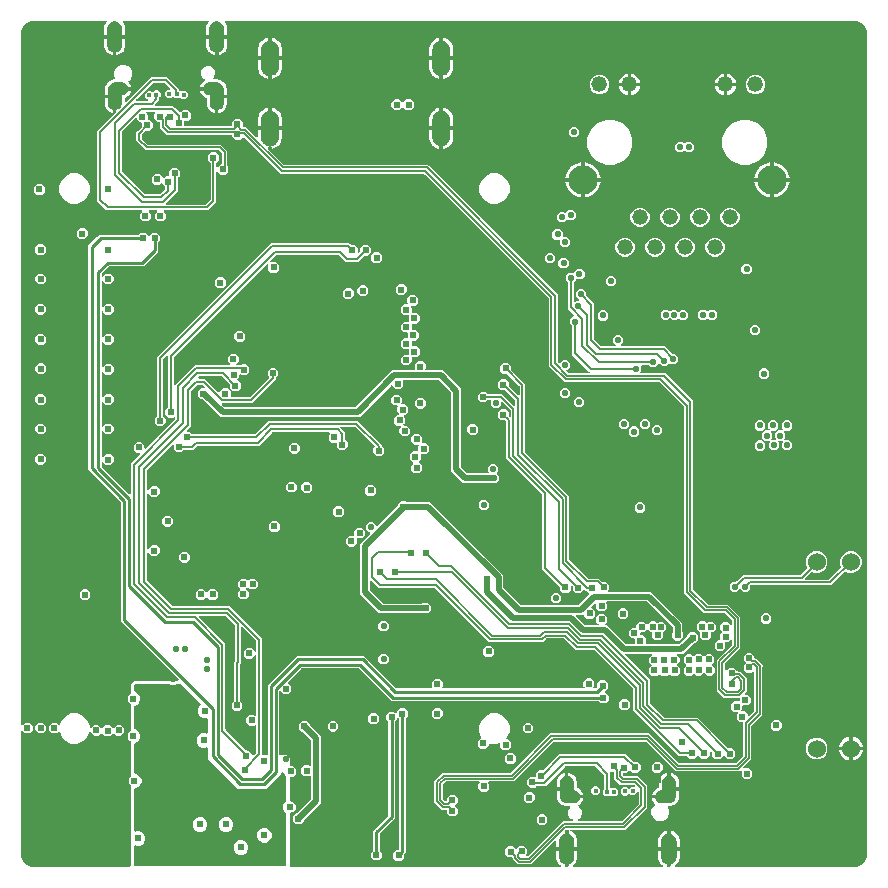
<source format=gbr>
G04 EAGLE Gerber RS-274X export*
G75*
%MOMM*%
%FSLAX34Y34*%
%LPD*%
%INCopper Layer 3*%
%IPPOS*%
%AMOC8*
5,1,8,0,0,1.08239X$1,22.5*%
G01*
%ADD10C,0.808000*%
%ADD11C,1.408000*%
%ADD12C,1.108000*%
%ADD13C,1.208000*%
%ADD14C,1.524000*%
%ADD15C,1.320800*%
%ADD16C,2.476500*%
%ADD17C,0.609600*%
%ADD18C,6.000000*%
%ADD19C,0.406400*%
%ADD20C,0.503200*%
%ADD21C,0.553200*%
%ADD22C,0.304800*%
%ADD23C,0.203200*%
%ADD24C,0.508000*%
%ADD25C,0.152400*%
%ADD26C,0.254000*%
%ADD27C,0.139700*%
%ADD28C,0.152400*%

G36*
X96240Y4322D02*
X96240Y4322D01*
X96259Y4320D01*
X96361Y4342D01*
X96463Y4358D01*
X96480Y4368D01*
X96500Y4372D01*
X96589Y4425D01*
X96680Y4474D01*
X96694Y4488D01*
X96711Y4498D01*
X96778Y4577D01*
X96850Y4652D01*
X96858Y4670D01*
X96871Y4685D01*
X96910Y4781D01*
X96953Y4875D01*
X96955Y4895D01*
X96963Y4913D01*
X96981Y5080D01*
X96981Y73657D01*
X96967Y73747D01*
X96959Y73838D01*
X96947Y73867D01*
X96942Y73899D01*
X96899Y73980D01*
X96863Y74064D01*
X96837Y74096D01*
X96826Y74117D01*
X96803Y74139D01*
X96758Y74195D01*
X95617Y75336D01*
X95617Y79124D01*
X96758Y80265D01*
X96811Y80339D01*
X96871Y80409D01*
X96883Y80439D01*
X96902Y80465D01*
X96929Y80552D01*
X96963Y80637D01*
X96967Y80678D01*
X96974Y80700D01*
X96973Y80732D01*
X96981Y80803D01*
X96981Y110157D01*
X96980Y110167D01*
X96980Y110172D01*
X96974Y110200D01*
X96967Y110247D01*
X96959Y110338D01*
X96947Y110367D01*
X96942Y110399D01*
X96899Y110480D01*
X96863Y110564D01*
X96837Y110596D01*
X96826Y110617D01*
X96803Y110639D01*
X96758Y110695D01*
X94507Y112946D01*
X94507Y116734D01*
X96758Y118985D01*
X96811Y119059D01*
X96871Y119129D01*
X96883Y119159D01*
X96902Y119185D01*
X96929Y119272D01*
X96963Y119357D01*
X96967Y119398D01*
X96974Y119420D01*
X96973Y119452D01*
X96981Y119523D01*
X96981Y141857D01*
X96967Y141947D01*
X96959Y142038D01*
X96947Y142067D01*
X96942Y142099D01*
X96899Y142180D01*
X96863Y142264D01*
X96837Y142296D01*
X96826Y142317D01*
X96803Y142339D01*
X96758Y142395D01*
X94497Y144656D01*
X94497Y148444D01*
X96758Y150705D01*
X96801Y150764D01*
X96846Y150812D01*
X96854Y150829D01*
X96871Y150849D01*
X96883Y150879D01*
X96902Y150905D01*
X96927Y150985D01*
X96950Y151035D01*
X96951Y151048D01*
X96963Y151077D01*
X96967Y151118D01*
X96974Y151140D01*
X96973Y151172D01*
X96981Y151243D01*
X96981Y159539D01*
X99511Y162069D01*
X137006Y162069D01*
X137076Y162080D01*
X137148Y162082D01*
X137197Y162100D01*
X137248Y162108D01*
X137312Y162142D01*
X137379Y162167D01*
X137420Y162199D01*
X137466Y162224D01*
X137515Y162275D01*
X137571Y162320D01*
X137599Y162364D01*
X137635Y162402D01*
X137665Y162467D01*
X137704Y162527D01*
X137717Y162578D01*
X137739Y162625D01*
X137747Y162696D01*
X137764Y162766D01*
X137760Y162818D01*
X137766Y162869D01*
X137751Y162940D01*
X137745Y163011D01*
X137725Y163059D01*
X137714Y163110D01*
X137677Y163171D01*
X137649Y163237D01*
X137604Y163293D01*
X137587Y163321D01*
X137570Y163336D01*
X137544Y163368D01*
X90691Y210221D01*
X88831Y212081D01*
X88831Y312854D01*
X88817Y312944D01*
X88809Y313035D01*
X88797Y313064D01*
X88792Y313096D01*
X88749Y313177D01*
X88713Y313261D01*
X88687Y313293D01*
X88676Y313314D01*
X88653Y313336D01*
X88608Y313392D01*
X62965Y339035D01*
X61105Y340895D01*
X61105Y530228D01*
X62965Y532088D01*
X68506Y537629D01*
X70366Y539489D01*
X103753Y539489D01*
X103843Y539503D01*
X103934Y539511D01*
X103963Y539523D01*
X103995Y539528D01*
X104076Y539571D01*
X104160Y539607D01*
X104192Y539633D01*
X104213Y539644D01*
X104235Y539667D01*
X104291Y539712D01*
X105846Y541267D01*
X109634Y541267D01*
X111978Y538923D01*
X111994Y538911D01*
X112007Y538896D01*
X112078Y538850D01*
X112105Y538827D01*
X112121Y538820D01*
X112178Y538779D01*
X112197Y538774D01*
X112213Y538763D01*
X112314Y538737D01*
X112413Y538707D01*
X112433Y538708D01*
X112452Y538703D01*
X112555Y538711D01*
X112659Y538713D01*
X112677Y538720D01*
X112697Y538722D01*
X112792Y538762D01*
X112890Y538798D01*
X112905Y538810D01*
X112924Y538818D01*
X112984Y538866D01*
X112993Y538871D01*
X113002Y538881D01*
X113054Y538923D01*
X115505Y541374D01*
X119293Y541374D01*
X121972Y538695D01*
X121972Y534907D01*
X120417Y533352D01*
X120364Y533278D01*
X120304Y533208D01*
X120292Y533178D01*
X120273Y533152D01*
X120247Y533065D01*
X120212Y532980D01*
X120208Y532939D01*
X120201Y532917D01*
X120202Y532885D01*
X120194Y532813D01*
X120194Y525122D01*
X108038Y512965D01*
X79273Y512965D01*
X79183Y512951D01*
X79092Y512943D01*
X79062Y512931D01*
X79030Y512926D01*
X78950Y512883D01*
X78866Y512847D01*
X78834Y512821D01*
X78813Y512810D01*
X78791Y512787D01*
X78735Y512742D01*
X72598Y506605D01*
X72545Y506531D01*
X72485Y506462D01*
X72473Y506432D01*
X72454Y506406D01*
X72427Y506319D01*
X72393Y506234D01*
X72389Y506193D01*
X72382Y506171D01*
X72383Y506138D01*
X72375Y506067D01*
X72375Y504679D01*
X72386Y504609D01*
X72388Y504537D01*
X72406Y504488D01*
X72414Y504437D01*
X72448Y504373D01*
X72473Y504306D01*
X72505Y504265D01*
X72530Y504219D01*
X72582Y504170D01*
X72626Y504114D01*
X72670Y504086D01*
X72708Y504050D01*
X72773Y504020D01*
X72833Y503981D01*
X72884Y503968D01*
X72931Y503946D01*
X73002Y503938D01*
X73072Y503921D01*
X73124Y503925D01*
X73175Y503919D01*
X73246Y503934D01*
X73317Y503940D01*
X73365Y503960D01*
X73416Y503971D01*
X73477Y504008D01*
X73543Y504036D01*
X73599Y504081D01*
X73627Y504098D01*
X73642Y504115D01*
X73674Y504141D01*
X76106Y506573D01*
X79894Y506573D01*
X82573Y503894D01*
X82573Y500106D01*
X79894Y497427D01*
X76106Y497427D01*
X73674Y499859D01*
X73616Y499901D01*
X73564Y499950D01*
X73517Y499972D01*
X73475Y500002D01*
X73406Y500024D01*
X73341Y500054D01*
X73289Y500059D01*
X73239Y500075D01*
X73168Y500073D01*
X73097Y500081D01*
X73046Y500070D01*
X72994Y500068D01*
X72926Y500044D01*
X72856Y500029D01*
X72811Y500002D01*
X72763Y499984D01*
X72707Y499939D01*
X72645Y499902D01*
X72611Y499863D01*
X72571Y499830D01*
X72532Y499770D01*
X72485Y499716D01*
X72466Y499667D01*
X72438Y499623D01*
X72420Y499554D01*
X72393Y499487D01*
X72385Y499416D01*
X72377Y499385D01*
X72379Y499362D01*
X72375Y499321D01*
X72375Y479179D01*
X72386Y479109D01*
X72388Y479037D01*
X72406Y478988D01*
X72414Y478937D01*
X72448Y478873D01*
X72473Y478806D01*
X72505Y478765D01*
X72530Y478719D01*
X72582Y478670D01*
X72626Y478614D01*
X72670Y478586D01*
X72708Y478550D01*
X72773Y478520D01*
X72833Y478481D01*
X72884Y478468D01*
X72931Y478446D01*
X73002Y478438D01*
X73072Y478421D01*
X73124Y478425D01*
X73175Y478419D01*
X73246Y478434D01*
X73317Y478440D01*
X73365Y478460D01*
X73416Y478471D01*
X73477Y478508D01*
X73543Y478536D01*
X73599Y478581D01*
X73627Y478598D01*
X73642Y478615D01*
X73674Y478641D01*
X76106Y481073D01*
X79894Y481073D01*
X82573Y478394D01*
X82573Y474606D01*
X79894Y471927D01*
X76106Y471927D01*
X73674Y474359D01*
X73616Y474401D01*
X73564Y474450D01*
X73517Y474472D01*
X73475Y474502D01*
X73406Y474524D01*
X73341Y474554D01*
X73289Y474559D01*
X73239Y474575D01*
X73168Y474573D01*
X73097Y474581D01*
X73046Y474570D01*
X72994Y474568D01*
X72926Y474544D01*
X72856Y474529D01*
X72811Y474502D01*
X72763Y474484D01*
X72707Y474439D01*
X72645Y474402D01*
X72611Y474363D01*
X72571Y474330D01*
X72532Y474270D01*
X72485Y474216D01*
X72466Y474167D01*
X72438Y474123D01*
X72420Y474054D01*
X72393Y473987D01*
X72385Y473916D01*
X72377Y473885D01*
X72379Y473862D01*
X72375Y473821D01*
X72375Y453679D01*
X72386Y453609D01*
X72388Y453537D01*
X72406Y453488D01*
X72414Y453437D01*
X72448Y453373D01*
X72473Y453306D01*
X72505Y453265D01*
X72530Y453219D01*
X72582Y453170D01*
X72626Y453114D01*
X72670Y453086D01*
X72708Y453050D01*
X72773Y453020D01*
X72833Y452981D01*
X72884Y452968D01*
X72931Y452946D01*
X73002Y452938D01*
X73072Y452921D01*
X73124Y452925D01*
X73175Y452919D01*
X73246Y452934D01*
X73317Y452940D01*
X73365Y452960D01*
X73416Y452971D01*
X73477Y453008D01*
X73543Y453036D01*
X73599Y453081D01*
X73627Y453098D01*
X73642Y453115D01*
X73674Y453141D01*
X76106Y455573D01*
X79894Y455573D01*
X82573Y452894D01*
X82573Y449106D01*
X79894Y446427D01*
X76106Y446427D01*
X73674Y448859D01*
X73616Y448901D01*
X73564Y448950D01*
X73517Y448972D01*
X73475Y449002D01*
X73406Y449024D01*
X73341Y449054D01*
X73289Y449059D01*
X73239Y449075D01*
X73168Y449073D01*
X73097Y449081D01*
X73046Y449070D01*
X72994Y449068D01*
X72926Y449044D01*
X72856Y449029D01*
X72811Y449002D01*
X72763Y448984D01*
X72707Y448939D01*
X72645Y448902D01*
X72611Y448863D01*
X72571Y448830D01*
X72532Y448770D01*
X72485Y448716D01*
X72466Y448667D01*
X72438Y448623D01*
X72420Y448554D01*
X72393Y448487D01*
X72385Y448416D01*
X72377Y448385D01*
X72379Y448362D01*
X72375Y448321D01*
X72375Y428179D01*
X72386Y428109D01*
X72388Y428037D01*
X72406Y427988D01*
X72414Y427937D01*
X72448Y427873D01*
X72473Y427806D01*
X72505Y427765D01*
X72530Y427719D01*
X72582Y427670D01*
X72626Y427614D01*
X72670Y427586D01*
X72708Y427550D01*
X72773Y427520D01*
X72833Y427481D01*
X72884Y427468D01*
X72931Y427446D01*
X73002Y427438D01*
X73072Y427421D01*
X73124Y427425D01*
X73175Y427419D01*
X73246Y427434D01*
X73317Y427440D01*
X73365Y427460D01*
X73416Y427471D01*
X73477Y427508D01*
X73543Y427536D01*
X73599Y427581D01*
X73627Y427598D01*
X73642Y427615D01*
X73674Y427641D01*
X76106Y430073D01*
X79894Y430073D01*
X82573Y427394D01*
X82573Y423606D01*
X79894Y420927D01*
X76106Y420927D01*
X73674Y423359D01*
X73616Y423401D01*
X73564Y423450D01*
X73517Y423472D01*
X73475Y423502D01*
X73406Y423524D01*
X73341Y423554D01*
X73289Y423559D01*
X73239Y423575D01*
X73168Y423573D01*
X73097Y423581D01*
X73046Y423570D01*
X72994Y423568D01*
X72926Y423544D01*
X72856Y423529D01*
X72811Y423502D01*
X72763Y423484D01*
X72707Y423439D01*
X72645Y423402D01*
X72611Y423363D01*
X72571Y423330D01*
X72532Y423270D01*
X72485Y423216D01*
X72466Y423167D01*
X72438Y423123D01*
X72420Y423054D01*
X72393Y422987D01*
X72385Y422916D01*
X72377Y422885D01*
X72379Y422862D01*
X72375Y422821D01*
X72375Y402679D01*
X72386Y402609D01*
X72388Y402537D01*
X72406Y402488D01*
X72414Y402437D01*
X72448Y402373D01*
X72473Y402306D01*
X72505Y402265D01*
X72530Y402219D01*
X72582Y402170D01*
X72626Y402114D01*
X72670Y402086D01*
X72708Y402050D01*
X72773Y402020D01*
X72833Y401981D01*
X72884Y401968D01*
X72931Y401946D01*
X73002Y401938D01*
X73072Y401921D01*
X73124Y401925D01*
X73175Y401919D01*
X73246Y401934D01*
X73317Y401940D01*
X73365Y401960D01*
X73416Y401971D01*
X73477Y402008D01*
X73543Y402036D01*
X73599Y402081D01*
X73627Y402098D01*
X73642Y402115D01*
X73674Y402141D01*
X76106Y404573D01*
X79894Y404573D01*
X82573Y401894D01*
X82573Y398106D01*
X79894Y395427D01*
X76106Y395427D01*
X73674Y397859D01*
X73616Y397901D01*
X73564Y397950D01*
X73517Y397972D01*
X73475Y398002D01*
X73406Y398024D01*
X73341Y398054D01*
X73289Y398059D01*
X73239Y398075D01*
X73168Y398073D01*
X73097Y398081D01*
X73046Y398070D01*
X72994Y398068D01*
X72926Y398044D01*
X72856Y398029D01*
X72811Y398002D01*
X72763Y397984D01*
X72707Y397939D01*
X72645Y397902D01*
X72611Y397863D01*
X72571Y397830D01*
X72532Y397770D01*
X72485Y397716D01*
X72466Y397667D01*
X72438Y397623D01*
X72420Y397554D01*
X72393Y397487D01*
X72385Y397416D01*
X72377Y397385D01*
X72379Y397362D01*
X72375Y397321D01*
X72375Y377679D01*
X72386Y377609D01*
X72388Y377537D01*
X72406Y377488D01*
X72414Y377437D01*
X72448Y377373D01*
X72473Y377306D01*
X72505Y377265D01*
X72530Y377219D01*
X72582Y377170D01*
X72626Y377114D01*
X72670Y377086D01*
X72708Y377050D01*
X72773Y377020D01*
X72833Y376981D01*
X72884Y376968D01*
X72931Y376946D01*
X73002Y376938D01*
X73072Y376921D01*
X73124Y376925D01*
X73175Y376919D01*
X73246Y376934D01*
X73317Y376940D01*
X73365Y376960D01*
X73416Y376971D01*
X73477Y377008D01*
X73543Y377036D01*
X73599Y377081D01*
X73627Y377098D01*
X73642Y377115D01*
X73674Y377141D01*
X76106Y379573D01*
X79894Y379573D01*
X82573Y376894D01*
X82573Y373106D01*
X79894Y370427D01*
X76106Y370427D01*
X73674Y372859D01*
X73616Y372901D01*
X73564Y372950D01*
X73517Y372972D01*
X73475Y373002D01*
X73406Y373024D01*
X73341Y373054D01*
X73289Y373059D01*
X73239Y373075D01*
X73168Y373073D01*
X73097Y373081D01*
X73046Y373070D01*
X72994Y373068D01*
X72926Y373044D01*
X72856Y373029D01*
X72811Y373002D01*
X72763Y372984D01*
X72707Y372939D01*
X72645Y372902D01*
X72611Y372863D01*
X72571Y372830D01*
X72532Y372770D01*
X72485Y372716D01*
X72466Y372667D01*
X72438Y372623D01*
X72420Y372554D01*
X72393Y372487D01*
X72385Y372416D01*
X72377Y372385D01*
X72379Y372362D01*
X72375Y372321D01*
X72375Y351679D01*
X72386Y351609D01*
X72388Y351537D01*
X72406Y351488D01*
X72414Y351437D01*
X72448Y351373D01*
X72473Y351306D01*
X72505Y351265D01*
X72530Y351219D01*
X72582Y351170D01*
X72626Y351114D01*
X72670Y351086D01*
X72708Y351050D01*
X72773Y351020D01*
X72833Y350981D01*
X72884Y350968D01*
X72931Y350946D01*
X73002Y350938D01*
X73072Y350921D01*
X73124Y350925D01*
X73175Y350919D01*
X73246Y350934D01*
X73317Y350940D01*
X73365Y350960D01*
X73416Y350971D01*
X73477Y351008D01*
X73543Y351036D01*
X73599Y351081D01*
X73627Y351098D01*
X73642Y351115D01*
X73674Y351141D01*
X76106Y353573D01*
X79894Y353573D01*
X82573Y350894D01*
X82573Y347106D01*
X79894Y344427D01*
X76106Y344427D01*
X73674Y346859D01*
X73616Y346901D01*
X73564Y346950D01*
X73517Y346972D01*
X73475Y347002D01*
X73406Y347024D01*
X73341Y347054D01*
X73289Y347059D01*
X73239Y347075D01*
X73168Y347073D01*
X73097Y347081D01*
X73046Y347070D01*
X72994Y347068D01*
X72926Y347044D01*
X72856Y347029D01*
X72811Y347002D01*
X72763Y346984D01*
X72707Y346939D01*
X72645Y346902D01*
X72611Y346863D01*
X72571Y346830D01*
X72532Y346770D01*
X72485Y346716D01*
X72466Y346667D01*
X72438Y346623D01*
X72420Y346554D01*
X72393Y346487D01*
X72385Y346416D01*
X72377Y346385D01*
X72379Y346362D01*
X72375Y346321D01*
X72375Y343593D01*
X72390Y343503D01*
X72397Y343412D01*
X72409Y343382D01*
X72414Y343350D01*
X72457Y343270D01*
X72493Y343186D01*
X72519Y343154D01*
X72530Y343133D01*
X72553Y343111D01*
X72598Y343055D01*
X95660Y319993D01*
X95718Y319951D01*
X95770Y319901D01*
X95817Y319879D01*
X95859Y319849D01*
X95928Y319828D01*
X95993Y319798D01*
X96045Y319792D01*
X96095Y319777D01*
X96166Y319779D01*
X96237Y319771D01*
X96288Y319782D01*
X96340Y319783D01*
X96408Y319808D01*
X96478Y319823D01*
X96523Y319850D01*
X96571Y319868D01*
X96627Y319912D01*
X96689Y319949D01*
X96723Y319989D01*
X96763Y320021D01*
X96802Y320082D01*
X96849Y320136D01*
X96868Y320184D01*
X96896Y320228D01*
X96914Y320298D01*
X96941Y320364D01*
X96949Y320436D01*
X96957Y320467D01*
X96955Y320490D01*
X96959Y320531D01*
X96959Y345552D01*
X105035Y353628D01*
X105076Y353686D01*
X105126Y353738D01*
X105148Y353785D01*
X105178Y353827D01*
X105199Y353896D01*
X105229Y353961D01*
X105235Y354013D01*
X105251Y354063D01*
X105249Y354134D01*
X105257Y354205D01*
X105245Y354256D01*
X105244Y354308D01*
X105220Y354376D01*
X105204Y354446D01*
X105178Y354491D01*
X105160Y354539D01*
X105115Y354595D01*
X105078Y354657D01*
X105039Y354691D01*
X105006Y354731D01*
X104946Y354770D01*
X104891Y354817D01*
X104843Y354836D01*
X104799Y354864D01*
X104730Y354882D01*
X104663Y354909D01*
X104592Y354917D01*
X104561Y354925D01*
X104537Y354923D01*
X104496Y354927D01*
X102162Y354927D01*
X99483Y357606D01*
X99483Y361394D01*
X102162Y364073D01*
X105950Y364073D01*
X108629Y361394D01*
X108629Y359060D01*
X108632Y359041D01*
X108630Y359022D01*
X108641Y358971D01*
X108642Y358917D01*
X108660Y358868D01*
X108668Y358817D01*
X108678Y358798D01*
X108682Y358781D01*
X108707Y358739D01*
X108727Y358686D01*
X108759Y358646D01*
X108784Y358600D01*
X108800Y358584D01*
X108808Y358570D01*
X108844Y358540D01*
X108880Y358494D01*
X108924Y358466D01*
X108962Y358430D01*
X108984Y358420D01*
X108995Y358410D01*
X109037Y358394D01*
X109087Y358361D01*
X109138Y358348D01*
X109185Y358327D01*
X109210Y358324D01*
X109223Y358318D01*
X109284Y358312D01*
X109326Y358301D01*
X109357Y358304D01*
X109390Y358300D01*
X109392Y358300D01*
X109405Y358302D01*
X109429Y358299D01*
X109500Y358315D01*
X109571Y358320D01*
X109606Y358335D01*
X109634Y358340D01*
X109648Y358347D01*
X109670Y358352D01*
X109731Y358389D01*
X109797Y358417D01*
X109832Y358444D01*
X109852Y358455D01*
X109864Y358468D01*
X109881Y358478D01*
X109896Y358496D01*
X109928Y358521D01*
X134736Y383329D01*
X134789Y383403D01*
X134849Y383473D01*
X134861Y383503D01*
X134880Y383529D01*
X134907Y383616D01*
X134941Y383701D01*
X134945Y383742D01*
X134952Y383764D01*
X134951Y383796D01*
X134959Y383868D01*
X134959Y384595D01*
X134948Y384665D01*
X134946Y384737D01*
X134928Y384786D01*
X134920Y384837D01*
X134886Y384901D01*
X134861Y384968D01*
X134829Y385009D01*
X134804Y385055D01*
X134752Y385104D01*
X134708Y385160D01*
X134664Y385188D01*
X134626Y385224D01*
X134561Y385254D01*
X134501Y385293D01*
X134450Y385306D01*
X134403Y385328D01*
X134332Y385336D01*
X134262Y385353D01*
X134210Y385349D01*
X134159Y385355D01*
X134088Y385340D01*
X134017Y385334D01*
X133969Y385314D01*
X133918Y385303D01*
X133857Y385266D01*
X133791Y385238D01*
X133735Y385193D01*
X133707Y385176D01*
X133692Y385159D01*
X133660Y385133D01*
X132950Y384423D01*
X129162Y384423D01*
X126483Y387102D01*
X126483Y390890D01*
X128292Y392699D01*
X128345Y392773D01*
X128405Y392843D01*
X128417Y392873D01*
X128436Y392899D01*
X128463Y392986D01*
X128497Y393071D01*
X128501Y393112D01*
X128508Y393134D01*
X128507Y393166D01*
X128515Y393237D01*
X128515Y436024D01*
X128504Y436095D01*
X128502Y436167D01*
X128484Y436216D01*
X128476Y436267D01*
X128442Y436331D01*
X128417Y436398D01*
X128385Y436439D01*
X128360Y436485D01*
X128308Y436534D01*
X128264Y436590D01*
X128220Y436618D01*
X128182Y436654D01*
X128117Y436684D01*
X128057Y436723D01*
X128006Y436736D01*
X127959Y436758D01*
X127888Y436765D01*
X127818Y436783D01*
X127766Y436779D01*
X127715Y436785D01*
X127644Y436769D01*
X127573Y436764D01*
X127525Y436743D01*
X127474Y436732D01*
X127413Y436696D01*
X127347Y436668D01*
X127291Y436623D01*
X127263Y436606D01*
X127248Y436588D01*
X127216Y436563D01*
X124820Y434167D01*
X124772Y434101D01*
X124764Y434092D01*
X124762Y434087D01*
X124707Y434023D01*
X124695Y433993D01*
X124676Y433967D01*
X124649Y433880D01*
X124615Y433795D01*
X124611Y433754D01*
X124604Y433732D01*
X124605Y433700D01*
X124597Y433628D01*
X124597Y386237D01*
X124611Y386147D01*
X124618Y386056D01*
X124631Y386027D01*
X124636Y385995D01*
X124679Y385914D01*
X124715Y385830D01*
X124740Y385798D01*
X124751Y385777D01*
X124775Y385755D01*
X124820Y385699D01*
X126629Y383890D01*
X126629Y380102D01*
X123950Y377423D01*
X120162Y377423D01*
X117483Y380102D01*
X117483Y383890D01*
X119292Y385699D01*
X119345Y385773D01*
X119405Y385843D01*
X119417Y385873D01*
X119436Y385899D01*
X119463Y385986D01*
X119497Y386071D01*
X119501Y386112D01*
X119508Y386134D01*
X119507Y386166D01*
X119515Y386237D01*
X119515Y436048D01*
X121226Y437760D01*
X163094Y479627D01*
X214292Y530825D01*
X215963Y532496D01*
X216004Y532537D01*
X279708Y532537D01*
X279709Y532537D01*
X281104Y532537D01*
X282128Y532537D01*
X282836Y531829D01*
X283363Y531302D01*
X283438Y531248D01*
X283507Y531189D01*
X283537Y531177D01*
X283563Y531158D01*
X283650Y531131D01*
X283735Y531097D01*
X283776Y531093D01*
X283798Y531086D01*
X283830Y531087D01*
X283902Y531079D01*
X286460Y531079D01*
X289139Y528400D01*
X289139Y525070D01*
X289150Y524999D01*
X289152Y524927D01*
X289170Y524878D01*
X289178Y524827D01*
X289212Y524764D01*
X289237Y524696D01*
X289269Y524655D01*
X289293Y524610D01*
X289345Y524560D01*
X289390Y524504D01*
X289434Y524476D01*
X289472Y524440D01*
X289537Y524410D01*
X289597Y524371D01*
X289648Y524358D01*
X289695Y524337D01*
X289766Y524329D01*
X289836Y524311D01*
X289888Y524315D01*
X289939Y524309D01*
X290009Y524325D01*
X290081Y524330D01*
X290129Y524351D01*
X290180Y524362D01*
X290241Y524399D01*
X290307Y524427D01*
X290363Y524471D01*
X290391Y524488D01*
X290406Y524506D01*
X290438Y524531D01*
X291130Y525223D01*
X291183Y525297D01*
X291243Y525367D01*
X291255Y525397D01*
X291274Y525423D01*
X291301Y525510D01*
X291322Y525563D01*
X291325Y525570D01*
X291325Y525571D01*
X291335Y525595D01*
X291339Y525636D01*
X291346Y525658D01*
X291345Y525690D01*
X291353Y525762D01*
X291353Y528320D01*
X294032Y530999D01*
X297820Y530999D01*
X300499Y528320D01*
X300499Y524532D01*
X297820Y521853D01*
X295262Y521853D01*
X295172Y521839D01*
X295081Y521831D01*
X295051Y521819D01*
X295019Y521814D01*
X294938Y521771D01*
X294854Y521735D01*
X294822Y521709D01*
X294801Y521698D01*
X294779Y521675D01*
X294723Y521630D01*
X291260Y518167D01*
X291260Y518166D01*
X289548Y516455D01*
X279004Y516455D01*
X277594Y517865D01*
X273226Y522232D01*
X273152Y522285D01*
X273083Y522345D01*
X273053Y522357D01*
X273027Y522376D01*
X272940Y522403D01*
X272855Y522437D01*
X272814Y522441D01*
X272792Y522448D01*
X272759Y522447D01*
X272688Y522455D01*
X220424Y522455D01*
X220334Y522441D01*
X220243Y522433D01*
X220213Y522421D01*
X220181Y522416D01*
X220100Y522373D01*
X220016Y522337D01*
X219984Y522311D01*
X219963Y522300D01*
X219941Y522277D01*
X219885Y522232D01*
X215311Y517658D01*
X215269Y517600D01*
X215220Y517548D01*
X215198Y517501D01*
X215168Y517458D01*
X215147Y517390D01*
X215116Y517325D01*
X215111Y517273D01*
X215095Y517223D01*
X215097Y517152D01*
X215089Y517080D01*
X215100Y517030D01*
X215102Y516977D01*
X215126Y516910D01*
X215142Y516840D01*
X215168Y516795D01*
X215186Y516746D01*
X215231Y516690D01*
X215268Y516629D01*
X215307Y516595D01*
X215340Y516554D01*
X215400Y516516D01*
X215455Y516469D01*
X215503Y516450D01*
X215547Y516421D01*
X215616Y516404D01*
X215683Y516377D01*
X215754Y516369D01*
X215785Y516361D01*
X215809Y516363D01*
X215850Y516359D01*
X219950Y516359D01*
X222629Y513680D01*
X222629Y509892D01*
X219950Y507213D01*
X216162Y507213D01*
X213483Y509892D01*
X213483Y513992D01*
X213472Y514063D01*
X213470Y514135D01*
X213452Y514184D01*
X213443Y514235D01*
X213410Y514298D01*
X213385Y514366D01*
X213353Y514406D01*
X213328Y514452D01*
X213276Y514502D01*
X213232Y514558D01*
X213188Y514586D01*
X213150Y514622D01*
X213085Y514652D01*
X213025Y514691D01*
X212974Y514703D01*
X212927Y514725D01*
X212856Y514733D01*
X212786Y514751D01*
X212734Y514747D01*
X212682Y514752D01*
X212612Y514737D01*
X212541Y514732D01*
X212493Y514711D01*
X212442Y514700D01*
X212380Y514663D01*
X212315Y514635D01*
X212259Y514591D01*
X212231Y514574D01*
X212216Y514556D01*
X212184Y514531D01*
X133820Y436165D01*
X133767Y436091D01*
X133707Y436022D01*
X133695Y435992D01*
X133676Y435966D01*
X133649Y435878D01*
X133615Y435794D01*
X133611Y435753D01*
X133604Y435731D01*
X133605Y435698D01*
X133597Y435627D01*
X133597Y413028D01*
X133608Y412957D01*
X133610Y412885D01*
X133628Y412836D01*
X133636Y412785D01*
X133670Y412722D01*
X133695Y412654D01*
X133727Y412614D01*
X133752Y412568D01*
X133804Y412518D01*
X133848Y412462D01*
X133892Y412434D01*
X133930Y412398D01*
X133995Y412368D01*
X134055Y412329D01*
X134106Y412316D01*
X134153Y412295D01*
X134224Y412287D01*
X134294Y412269D01*
X134346Y412273D01*
X134397Y412267D01*
X134468Y412283D01*
X134539Y412288D01*
X134587Y412309D01*
X134638Y412320D01*
X134699Y412357D01*
X134765Y412385D01*
X134821Y412429D01*
X134849Y412446D01*
X134864Y412464D01*
X134896Y412489D01*
X151468Y429061D01*
X180787Y429061D01*
X180857Y429072D01*
X180929Y429074D01*
X180978Y429092D01*
X181029Y429100D01*
X181093Y429134D01*
X181160Y429159D01*
X181201Y429191D01*
X181247Y429216D01*
X181296Y429268D01*
X181352Y429312D01*
X181380Y429356D01*
X181416Y429394D01*
X181446Y429459D01*
X181485Y429519D01*
X181498Y429570D01*
X181520Y429617D01*
X181528Y429688D01*
X181545Y429758D01*
X181541Y429810D01*
X181547Y429861D01*
X181532Y429932D01*
X181526Y430003D01*
X181506Y430051D01*
X181495Y430102D01*
X181458Y430163D01*
X181430Y430229D01*
X181385Y430285D01*
X181368Y430313D01*
X181351Y430328D01*
X181325Y430360D01*
X179393Y432292D01*
X179393Y436080D01*
X182072Y438759D01*
X185860Y438759D01*
X188539Y436080D01*
X188539Y432292D01*
X186607Y430360D01*
X186565Y430302D01*
X186516Y430250D01*
X186494Y430203D01*
X186464Y430161D01*
X186442Y430092D01*
X186412Y430027D01*
X186407Y429975D01*
X186391Y429925D01*
X186393Y429854D01*
X186385Y429783D01*
X186396Y429732D01*
X186398Y429680D01*
X186422Y429612D01*
X186437Y429542D01*
X186464Y429497D01*
X186482Y429449D01*
X186527Y429393D01*
X186564Y429331D01*
X186603Y429297D01*
X186636Y429257D01*
X186696Y429218D01*
X186750Y429171D01*
X186799Y429152D01*
X186843Y429124D01*
X186912Y429106D01*
X186979Y429079D01*
X187050Y429071D01*
X187081Y429063D01*
X187104Y429065D01*
X187145Y429061D01*
X190099Y429061D01*
X190189Y429075D01*
X190280Y429083D01*
X190309Y429095D01*
X190341Y429100D01*
X190422Y429143D01*
X190506Y429179D01*
X190538Y429205D01*
X190559Y429216D01*
X190581Y429239D01*
X190637Y429284D01*
X191056Y429703D01*
X194844Y429703D01*
X197523Y427024D01*
X197523Y423236D01*
X194844Y420557D01*
X191056Y420557D01*
X190418Y421195D01*
X190360Y421237D01*
X190308Y421286D01*
X190261Y421308D01*
X190219Y421338D01*
X190150Y421360D01*
X190085Y421390D01*
X190033Y421395D01*
X189983Y421411D01*
X189912Y421409D01*
X189841Y421417D01*
X189790Y421406D01*
X189738Y421404D01*
X189670Y421380D01*
X189600Y421365D01*
X189555Y421338D01*
X189507Y421320D01*
X189451Y421275D01*
X189389Y421238D01*
X189355Y421199D01*
X189315Y421166D01*
X189276Y421106D01*
X189229Y421052D01*
X189210Y421003D01*
X189182Y420959D01*
X189164Y420890D01*
X189137Y420823D01*
X189129Y420752D01*
X189121Y420721D01*
X189123Y420698D01*
X189119Y420657D01*
X189119Y418972D01*
X187535Y417388D01*
X187524Y417372D01*
X187508Y417360D01*
X187452Y417272D01*
X187392Y417188D01*
X187386Y417170D01*
X187375Y417153D01*
X187350Y417052D01*
X187319Y416953D01*
X187320Y416933D01*
X187315Y416914D01*
X187323Y416811D01*
X187326Y416707D01*
X187333Y416689D01*
X187334Y416669D01*
X187374Y416574D01*
X187410Y416476D01*
X187423Y416461D01*
X187430Y416443D01*
X187535Y416312D01*
X190353Y413494D01*
X190353Y409706D01*
X187674Y407027D01*
X183886Y407027D01*
X181207Y409706D01*
X181207Y412264D01*
X181193Y412354D01*
X181185Y412445D01*
X181173Y412475D01*
X181168Y412507D01*
X181125Y412588D01*
X181089Y412672D01*
X181063Y412704D01*
X181052Y412724D01*
X181029Y412747D01*
X180984Y412803D01*
X174471Y419316D01*
X174397Y419369D01*
X174327Y419429D01*
X174297Y419441D01*
X174271Y419460D01*
X174184Y419487D01*
X174099Y419521D01*
X174058Y419525D01*
X174036Y419532D01*
X174004Y419531D01*
X173932Y419539D01*
X154948Y419539D01*
X154858Y419525D01*
X154767Y419517D01*
X154737Y419505D01*
X154705Y419500D01*
X154624Y419457D01*
X154540Y419421D01*
X154508Y419395D01*
X154488Y419384D01*
X154465Y419361D01*
X154409Y419316D01*
X154169Y419076D01*
X154127Y419018D01*
X154078Y418966D01*
X154056Y418918D01*
X154025Y418876D01*
X154004Y418807D01*
X153974Y418742D01*
X153968Y418691D01*
X153953Y418641D01*
X153955Y418569D01*
X153947Y418498D01*
X153958Y418447D01*
X153959Y418395D01*
X153984Y418328D01*
X153999Y418258D01*
X154026Y418213D01*
X154044Y418164D01*
X154089Y418108D01*
X154125Y418047D01*
X154165Y418013D01*
X154197Y417972D01*
X154258Y417933D01*
X154312Y417887D01*
X154361Y417867D01*
X154404Y417839D01*
X154474Y417822D01*
X154540Y417795D01*
X154612Y417787D01*
X154643Y417779D01*
X154666Y417781D01*
X154707Y417776D01*
X159966Y417776D01*
X171184Y406559D01*
X171242Y406517D01*
X171294Y406467D01*
X171341Y406446D01*
X171383Y406415D01*
X171452Y406394D01*
X171517Y406364D01*
X171569Y406358D01*
X171619Y406343D01*
X171690Y406345D01*
X171761Y406337D01*
X171812Y406348D01*
X171864Y406349D01*
X171932Y406374D01*
X172002Y406389D01*
X172047Y406416D01*
X172095Y406434D01*
X172151Y406478D01*
X172213Y406515D01*
X172247Y406555D01*
X172287Y406587D01*
X172326Y406648D01*
X172373Y406702D01*
X172392Y406750D01*
X172420Y406794D01*
X172432Y406838D01*
X175162Y409569D01*
X178950Y409569D01*
X181629Y406890D01*
X181629Y403039D01*
X181610Y402980D01*
X181580Y402915D01*
X181574Y402863D01*
X181559Y402814D01*
X181561Y402742D01*
X181553Y402671D01*
X181564Y402620D01*
X181566Y402568D01*
X181590Y402500D01*
X181605Y402430D01*
X181632Y402386D01*
X181650Y402337D01*
X181695Y402281D01*
X181732Y402219D01*
X181771Y402185D01*
X181804Y402145D01*
X181864Y402106D01*
X181918Y402059D01*
X181967Y402040D01*
X182010Y402012D01*
X182080Y401994D01*
X182147Y401967D01*
X182218Y401959D01*
X182249Y401951D01*
X182272Y401953D01*
X182313Y401949D01*
X197310Y401949D01*
X197400Y401963D01*
X197491Y401971D01*
X197521Y401983D01*
X197553Y401988D01*
X197634Y402031D01*
X197718Y402067D01*
X197750Y402093D01*
X197770Y402104D01*
X197793Y402127D01*
X197849Y402172D01*
X214067Y418390D01*
X214078Y418406D01*
X214094Y418419D01*
X214150Y418506D01*
X214210Y418590D01*
X214216Y418609D01*
X214227Y418625D01*
X214252Y418726D01*
X214283Y418825D01*
X214282Y418845D01*
X214287Y418864D01*
X214279Y418967D01*
X214276Y419071D01*
X214269Y419089D01*
X214268Y419109D01*
X214227Y419204D01*
X214192Y419302D01*
X214179Y419317D01*
X214172Y419336D01*
X214067Y419466D01*
X212927Y420606D01*
X212927Y424394D01*
X215606Y427073D01*
X219394Y427073D01*
X222073Y424394D01*
X222073Y420606D01*
X220264Y418797D01*
X220211Y418723D01*
X220151Y418653D01*
X220139Y418623D01*
X220120Y418597D01*
X220093Y418510D01*
X220059Y418425D01*
X220055Y418384D01*
X220048Y418362D01*
X220049Y418330D01*
X220041Y418259D01*
X220041Y417178D01*
X199730Y396867D01*
X175219Y396867D01*
X175148Y396856D01*
X175076Y396854D01*
X175028Y396836D01*
X174976Y396828D01*
X174913Y396794D01*
X174845Y396769D01*
X174805Y396737D01*
X174759Y396712D01*
X174709Y396660D01*
X174653Y396616D01*
X174625Y396572D01*
X174589Y396534D01*
X174559Y396469D01*
X174520Y396409D01*
X174508Y396358D01*
X174486Y396311D01*
X174478Y396240D01*
X174460Y396170D01*
X174464Y396118D01*
X174459Y396067D01*
X174474Y395996D01*
X174480Y395925D01*
X174500Y395877D01*
X174511Y395826D01*
X174548Y395765D01*
X174576Y395699D01*
X174621Y395643D01*
X174637Y395615D01*
X174655Y395600D01*
X174681Y395568D01*
X176461Y393788D01*
X176535Y393735D01*
X176604Y393675D01*
X176634Y393663D01*
X176660Y393644D01*
X176748Y393617D01*
X176832Y393583D01*
X176873Y393579D01*
X176896Y393572D01*
X176928Y393573D01*
X176999Y393565D01*
X287342Y393565D01*
X287432Y393579D01*
X287523Y393587D01*
X287552Y393599D01*
X287584Y393604D01*
X287665Y393647D01*
X287749Y393683D01*
X287781Y393709D01*
X287802Y393720D01*
X287824Y393743D01*
X287880Y393788D01*
X318676Y424583D01*
X337154Y424583D01*
X337225Y424595D01*
X337296Y424597D01*
X337345Y424615D01*
X337397Y424623D01*
X337460Y424657D01*
X337527Y424681D01*
X337568Y424714D01*
X337614Y424738D01*
X337663Y424790D01*
X337719Y424835D01*
X337748Y424879D01*
X337783Y424917D01*
X337814Y424982D01*
X337852Y425042D01*
X337865Y425092D01*
X337887Y425140D01*
X337895Y425211D01*
X337912Y425280D01*
X337908Y425332D01*
X337914Y425384D01*
X337899Y425454D01*
X337893Y425526D01*
X337873Y425574D01*
X337862Y425624D01*
X337825Y425686D01*
X337797Y425752D01*
X337752Y425808D01*
X337736Y425836D01*
X337718Y425851D01*
X337692Y425883D01*
X337543Y426032D01*
X337543Y429820D01*
X340222Y432499D01*
X344010Y432499D01*
X346689Y429820D01*
X346689Y426032D01*
X346539Y425883D01*
X346498Y425825D01*
X346448Y425773D01*
X346426Y425725D01*
X346396Y425683D01*
X346375Y425615D01*
X346345Y425550D01*
X346339Y425498D01*
X346323Y425448D01*
X346325Y425376D01*
X346317Y425305D01*
X346328Y425254D01*
X346330Y425202D01*
X346354Y425135D01*
X346370Y425065D01*
X346396Y425020D01*
X346414Y424971D01*
X346459Y424915D01*
X346496Y424854D01*
X346535Y424820D01*
X346568Y424779D01*
X346628Y424740D01*
X346683Y424694D01*
X346731Y424674D01*
X346775Y424646D01*
X346844Y424629D01*
X346911Y424602D01*
X346982Y424594D01*
X347013Y424586D01*
X347037Y424588D01*
X347078Y424583D01*
X361165Y424583D01*
X376565Y409184D01*
X376565Y342999D01*
X376579Y342909D01*
X376587Y342818D01*
X376599Y342788D01*
X376604Y342756D01*
X376647Y342676D01*
X376683Y342592D01*
X376709Y342560D01*
X376720Y342539D01*
X376743Y342517D01*
X376788Y342461D01*
X381641Y337608D01*
X381715Y337555D01*
X381784Y337495D01*
X381814Y337483D01*
X381840Y337464D01*
X381927Y337437D01*
X382012Y337403D01*
X382053Y337399D01*
X382076Y337392D01*
X382108Y337393D01*
X382179Y337385D01*
X399529Y337385D01*
X399600Y337396D01*
X399672Y337398D01*
X399721Y337416D01*
X399772Y337424D01*
X399836Y337458D01*
X399903Y337483D01*
X399944Y337515D01*
X399990Y337540D01*
X400039Y337592D01*
X400095Y337636D01*
X400123Y337680D01*
X400159Y337718D01*
X400189Y337783D01*
X400228Y337843D01*
X400241Y337894D01*
X400263Y337941D01*
X400270Y338012D01*
X400288Y338082D01*
X400284Y338134D01*
X400290Y338185D01*
X400274Y338256D01*
X400269Y338327D01*
X400248Y338375D01*
X400237Y338426D01*
X400201Y338487D01*
X400173Y338553D01*
X400128Y338609D01*
X400111Y338637D01*
X400094Y338652D01*
X400068Y338684D01*
X399709Y339043D01*
X399709Y342597D01*
X402223Y345111D01*
X405777Y345111D01*
X408291Y342597D01*
X408291Y339043D01*
X406986Y337738D01*
X406975Y337722D01*
X406959Y337710D01*
X406903Y337622D01*
X406843Y337539D01*
X406837Y337520D01*
X406826Y337503D01*
X406801Y337402D01*
X406770Y337303D01*
X406771Y337284D01*
X406766Y337264D01*
X406774Y337161D01*
X406777Y337058D01*
X406784Y337039D01*
X406785Y337019D01*
X406826Y336924D01*
X406861Y336827D01*
X406874Y336811D01*
X406881Y336793D01*
X406986Y336662D01*
X408551Y335097D01*
X408551Y331543D01*
X406037Y329029D01*
X402483Y329029D01*
X402480Y329032D01*
X402406Y329085D01*
X402336Y329145D01*
X402306Y329157D01*
X402280Y329176D01*
X402193Y329203D01*
X402108Y329237D01*
X402067Y329241D01*
X402045Y329248D01*
X402013Y329247D01*
X401941Y329255D01*
X378496Y329255D01*
X368435Y339316D01*
X368435Y405501D01*
X368432Y405519D01*
X368434Y405537D01*
X368419Y405605D01*
X368413Y405682D01*
X368401Y405712D01*
X368396Y405744D01*
X368385Y405764D01*
X368382Y405777D01*
X368350Y405830D01*
X368317Y405908D01*
X368291Y405940D01*
X368280Y405961D01*
X368261Y405979D01*
X368256Y405988D01*
X368247Y405996D01*
X368212Y406039D01*
X358021Y416231D01*
X357947Y416284D01*
X357877Y416344D01*
X357847Y416356D01*
X357821Y416375D01*
X357734Y416401D01*
X357649Y416435D01*
X357608Y416440D01*
X357586Y416447D01*
X357554Y416446D01*
X357482Y416454D01*
X328563Y416454D01*
X328492Y416442D01*
X328420Y416440D01*
X328371Y416423D01*
X328320Y416414D01*
X328256Y416381D01*
X328189Y416356D01*
X328148Y416323D01*
X328102Y416299D01*
X328053Y416247D01*
X327997Y416202D01*
X327969Y416159D01*
X327933Y416121D01*
X327903Y416056D01*
X327864Y415995D01*
X327851Y415945D01*
X327829Y415898D01*
X327822Y415826D01*
X327804Y415757D01*
X327808Y415705D01*
X327802Y415653D01*
X327818Y415583D01*
X327823Y415512D01*
X327844Y415464D01*
X327855Y415413D01*
X327878Y415374D01*
X327878Y411513D01*
X325199Y408834D01*
X321411Y408834D01*
X318688Y411557D01*
X318659Y411612D01*
X318635Y411679D01*
X318602Y411720D01*
X318578Y411766D01*
X318526Y411815D01*
X318481Y411871D01*
X318437Y411899D01*
X318399Y411935D01*
X318334Y411965D01*
X318274Y412004D01*
X318223Y412017D01*
X318176Y412039D01*
X318105Y412047D01*
X318035Y412064D01*
X317983Y412060D01*
X317932Y412066D01*
X317862Y412051D01*
X317790Y412045D01*
X317742Y412025D01*
X317691Y412014D01*
X317630Y411977D01*
X317564Y411949D01*
X317508Y411904D01*
X317480Y411887D01*
X317465Y411870D01*
X317433Y411844D01*
X293628Y388039D01*
X291024Y385435D01*
X173316Y385435D01*
X158551Y400200D01*
X158477Y400253D01*
X158408Y400313D01*
X158378Y400325D01*
X158352Y400344D01*
X158265Y400371D01*
X158180Y400405D01*
X158139Y400409D01*
X158116Y400416D01*
X158084Y400415D01*
X158013Y400423D01*
X156622Y400423D01*
X153943Y403102D01*
X153943Y406890D01*
X156622Y409569D01*
X159150Y409569D01*
X159220Y409580D01*
X159292Y409582D01*
X159341Y409600D01*
X159392Y409608D01*
X159456Y409642D01*
X159523Y409667D01*
X159564Y409699D01*
X159610Y409724D01*
X159659Y409776D01*
X159715Y409820D01*
X159743Y409864D01*
X159779Y409902D01*
X159809Y409967D01*
X159848Y410027D01*
X159861Y410078D01*
X159883Y410125D01*
X159891Y410196D01*
X159908Y410266D01*
X159904Y410318D01*
X159910Y410369D01*
X159895Y410440D01*
X159889Y410511D01*
X159869Y410559D01*
X159858Y410610D01*
X159821Y410671D01*
X159793Y410737D01*
X159748Y410793D01*
X159731Y410821D01*
X159714Y410836D01*
X159688Y410868D01*
X158084Y412472D01*
X158010Y412525D01*
X157941Y412584D01*
X157911Y412596D01*
X157885Y412615D01*
X157797Y412642D01*
X157713Y412676D01*
X157672Y412681D01*
X157650Y412688D01*
X157617Y412687D01*
X157546Y412695D01*
X154132Y412695D01*
X154042Y412680D01*
X153951Y412673D01*
X153921Y412660D01*
X153889Y412655D01*
X153809Y412612D01*
X153725Y412577D01*
X153693Y412551D01*
X153672Y412540D01*
X153650Y412517D01*
X153594Y412472D01*
X148264Y407142D01*
X148211Y407068D01*
X148151Y406998D01*
X148139Y406968D01*
X148120Y406942D01*
X148093Y406855D01*
X148059Y406770D01*
X148055Y406729D01*
X148048Y406707D01*
X148049Y406675D01*
X148041Y406603D01*
X148041Y377448D01*
X146329Y375736D01*
X144461Y373868D01*
X144420Y373810D01*
X144370Y373758D01*
X144348Y373711D01*
X144318Y373669D01*
X144297Y373600D01*
X144267Y373535D01*
X144261Y373483D01*
X144245Y373433D01*
X144247Y373362D01*
X144239Y373291D01*
X144251Y373240D01*
X144252Y373188D01*
X144276Y373120D01*
X144292Y373050D01*
X144318Y373005D01*
X144336Y372957D01*
X144381Y372901D01*
X144418Y372839D01*
X144457Y372805D01*
X144490Y372765D01*
X144550Y372726D01*
X144605Y372679D01*
X144653Y372660D01*
X144697Y372632D01*
X144766Y372614D01*
X144833Y372587D01*
X144904Y372579D01*
X144935Y372571D01*
X144959Y372573D01*
X145000Y372569D01*
X146950Y372569D01*
X148759Y370760D01*
X148833Y370707D01*
X148902Y370647D01*
X148933Y370635D01*
X148959Y370616D01*
X149046Y370589D01*
X149131Y370555D01*
X149172Y370551D01*
X149194Y370544D01*
X149226Y370545D01*
X149297Y370537D01*
X201688Y370537D01*
X201778Y370551D01*
X201869Y370559D01*
X201899Y370571D01*
X201931Y370576D01*
X202012Y370619D01*
X202096Y370655D01*
X202128Y370681D01*
X202148Y370692D01*
X202171Y370715D01*
X202227Y370760D01*
X213614Y382147D01*
X289169Y382147D01*
X290880Y380436D01*
X290880Y380435D01*
X309656Y361659D01*
X309656Y360928D01*
X309671Y360838D01*
X309678Y360747D01*
X309690Y360718D01*
X309696Y360686D01*
X309738Y360605D01*
X309774Y360521D01*
X309800Y360489D01*
X309811Y360468D01*
X309834Y360446D01*
X309879Y360390D01*
X311688Y358581D01*
X311688Y354793D01*
X309009Y352114D01*
X305221Y352114D01*
X302542Y354793D01*
X302542Y358581D01*
X303507Y359545D01*
X303519Y359562D01*
X303534Y359574D01*
X303590Y359661D01*
X303650Y359745D01*
X303656Y359764D01*
X303667Y359781D01*
X303692Y359882D01*
X303723Y359980D01*
X303722Y360000D01*
X303727Y360020D01*
X303719Y360122D01*
X303716Y360226D01*
X303710Y360245D01*
X303708Y360265D01*
X303668Y360359D01*
X303632Y360457D01*
X303619Y360473D01*
X303612Y360491D01*
X303507Y360622D01*
X287287Y376842D01*
X287213Y376895D01*
X287143Y376955D01*
X287113Y376967D01*
X287087Y376986D01*
X287000Y377013D01*
X286915Y377047D01*
X286874Y377051D01*
X286852Y377058D01*
X286820Y377057D01*
X286748Y377065D01*
X275418Y377065D01*
X275347Y377054D01*
X275275Y377052D01*
X275226Y377034D01*
X275175Y377026D01*
X275112Y376992D01*
X275044Y376967D01*
X275003Y376935D01*
X274957Y376910D01*
X274908Y376859D01*
X274852Y376814D01*
X274824Y376770D01*
X274788Y376732D01*
X274758Y376667D01*
X274719Y376607D01*
X274706Y376556D01*
X274684Y376509D01*
X274677Y376438D01*
X274659Y376368D01*
X274663Y376316D01*
X274657Y376265D01*
X274673Y376194D01*
X274678Y376123D01*
X274699Y376075D01*
X274710Y376024D01*
X274746Y375963D01*
X274775Y375897D01*
X274819Y375841D01*
X274836Y375813D01*
X274854Y375798D01*
X274879Y375766D01*
X278597Y372049D01*
X278597Y365948D01*
X278611Y365858D01*
X278618Y365767D01*
X278631Y365737D01*
X278636Y365705D01*
X278679Y365624D01*
X278715Y365540D01*
X278740Y365508D01*
X278751Y365487D01*
X278775Y365465D01*
X278819Y365409D01*
X280629Y363600D01*
X280629Y359812D01*
X277950Y357133D01*
X274162Y357133D01*
X271483Y359812D01*
X271483Y362582D01*
X271480Y362602D01*
X271482Y362622D01*
X271460Y362723D01*
X271443Y362825D01*
X271434Y362843D01*
X271430Y362862D01*
X271377Y362951D01*
X271328Y363042D01*
X271314Y363056D01*
X271304Y363073D01*
X271225Y363140D01*
X271150Y363212D01*
X271132Y363220D01*
X271117Y363233D01*
X271020Y363272D01*
X270927Y363315D01*
X270907Y363318D01*
X270889Y363325D01*
X270722Y363343D01*
X267422Y363343D01*
X264743Y366022D01*
X264743Y369810D01*
X265709Y370776D01*
X265750Y370834D01*
X265800Y370886D01*
X265822Y370933D01*
X265852Y370975D01*
X265873Y371044D01*
X265903Y371109D01*
X265909Y371161D01*
X265924Y371211D01*
X265923Y371282D01*
X265930Y371353D01*
X265919Y371404D01*
X265918Y371456D01*
X265893Y371524D01*
X265878Y371594D01*
X265851Y371639D01*
X265834Y371687D01*
X265789Y371743D01*
X265752Y371805D01*
X265712Y371839D01*
X265680Y371879D01*
X265620Y371918D01*
X265565Y371965D01*
X265517Y371984D01*
X265473Y372012D01*
X265403Y372030D01*
X265337Y372057D01*
X265266Y372065D01*
X265234Y372073D01*
X265211Y372071D01*
X265170Y372075D01*
X217044Y372075D01*
X216954Y372061D01*
X216863Y372053D01*
X216833Y372041D01*
X216801Y372036D01*
X216720Y371993D01*
X216636Y371957D01*
X216604Y371931D01*
X216584Y371920D01*
X216561Y371897D01*
X216505Y371852D01*
X205608Y360955D01*
X153924Y360955D01*
X153834Y360941D01*
X153743Y360933D01*
X153713Y360921D01*
X153681Y360916D01*
X153600Y360873D01*
X153516Y360837D01*
X153484Y360811D01*
X153464Y360800D01*
X153441Y360777D01*
X153385Y360732D01*
X150108Y357455D01*
X142297Y357455D01*
X142207Y357441D01*
X142116Y357433D01*
X142087Y357421D01*
X142055Y357416D01*
X141974Y357373D01*
X141890Y357337D01*
X141858Y357311D01*
X141837Y357300D01*
X141815Y357277D01*
X141759Y357232D01*
X139950Y355423D01*
X136162Y355423D01*
X133483Y358102D01*
X133483Y361052D01*
X133472Y361123D01*
X133470Y361195D01*
X133452Y361244D01*
X133444Y361295D01*
X133410Y361358D01*
X133385Y361426D01*
X133353Y361466D01*
X133328Y361512D01*
X133276Y361562D01*
X133232Y361618D01*
X133188Y361646D01*
X133150Y361682D01*
X133085Y361712D01*
X133025Y361751D01*
X132974Y361764D01*
X132927Y361785D01*
X132856Y361793D01*
X132786Y361811D01*
X132734Y361807D01*
X132683Y361813D01*
X132612Y361797D01*
X132541Y361792D01*
X132493Y361771D01*
X132442Y361760D01*
X132381Y361723D01*
X132315Y361695D01*
X132259Y361651D01*
X132231Y361634D01*
X132216Y361616D01*
X132184Y361591D01*
X111264Y340671D01*
X111211Y340597D01*
X111151Y340527D01*
X111139Y340497D01*
X111120Y340471D01*
X111093Y340384D01*
X111059Y340299D01*
X111055Y340258D01*
X111048Y340236D01*
X111049Y340204D01*
X111041Y340132D01*
X111041Y324345D01*
X111052Y324275D01*
X111054Y324203D01*
X111072Y324154D01*
X111080Y324103D01*
X111114Y324039D01*
X111139Y323972D01*
X111171Y323931D01*
X111196Y323885D01*
X111248Y323836D01*
X111292Y323780D01*
X111336Y323752D01*
X111374Y323716D01*
X111439Y323686D01*
X111499Y323647D01*
X111550Y323634D01*
X111597Y323612D01*
X111668Y323604D01*
X111738Y323587D01*
X111790Y323591D01*
X111841Y323585D01*
X111912Y323600D01*
X111983Y323606D01*
X112031Y323626D01*
X112082Y323637D01*
X112143Y323674D01*
X112209Y323702D01*
X112265Y323747D01*
X112293Y323764D01*
X112308Y323781D01*
X112340Y323807D01*
X115106Y326573D01*
X118894Y326573D01*
X121573Y323894D01*
X121573Y320106D01*
X118894Y317427D01*
X115106Y317427D01*
X112340Y320193D01*
X112282Y320235D01*
X112230Y320284D01*
X112183Y320306D01*
X112141Y320336D01*
X112072Y320358D01*
X112007Y320388D01*
X111955Y320393D01*
X111905Y320409D01*
X111834Y320407D01*
X111763Y320415D01*
X111712Y320404D01*
X111660Y320402D01*
X111592Y320378D01*
X111522Y320363D01*
X111477Y320336D01*
X111429Y320318D01*
X111373Y320273D01*
X111311Y320236D01*
X111277Y320197D01*
X111237Y320164D01*
X111198Y320104D01*
X111151Y320050D01*
X111132Y320001D01*
X111104Y319957D01*
X111086Y319888D01*
X111059Y319821D01*
X111051Y319750D01*
X111043Y319719D01*
X111045Y319696D01*
X111041Y319655D01*
X111041Y274345D01*
X111052Y274275D01*
X111054Y274203D01*
X111072Y274154D01*
X111080Y274103D01*
X111114Y274039D01*
X111139Y273972D01*
X111171Y273931D01*
X111196Y273885D01*
X111248Y273836D01*
X111292Y273780D01*
X111336Y273752D01*
X111374Y273716D01*
X111439Y273686D01*
X111499Y273647D01*
X111550Y273634D01*
X111597Y273612D01*
X111668Y273604D01*
X111738Y273587D01*
X111790Y273591D01*
X111841Y273585D01*
X111912Y273600D01*
X111983Y273606D01*
X112031Y273626D01*
X112082Y273637D01*
X112143Y273674D01*
X112209Y273702D01*
X112265Y273747D01*
X112293Y273764D01*
X112308Y273781D01*
X112340Y273807D01*
X115106Y276573D01*
X118894Y276573D01*
X121573Y273894D01*
X121573Y270106D01*
X118894Y267427D01*
X115106Y267427D01*
X112340Y270193D01*
X112282Y270235D01*
X112230Y270284D01*
X112183Y270306D01*
X112141Y270336D01*
X112072Y270358D01*
X112007Y270388D01*
X111955Y270393D01*
X111905Y270409D01*
X111834Y270407D01*
X111763Y270415D01*
X111712Y270404D01*
X111660Y270402D01*
X111592Y270378D01*
X111522Y270363D01*
X111477Y270336D01*
X111429Y270318D01*
X111373Y270273D01*
X111311Y270236D01*
X111277Y270197D01*
X111237Y270164D01*
X111198Y270104D01*
X111151Y270050D01*
X111132Y270001D01*
X111104Y269957D01*
X111086Y269888D01*
X111059Y269821D01*
X111051Y269750D01*
X111043Y269719D01*
X111045Y269696D01*
X111041Y269655D01*
X111041Y247175D01*
X111055Y247085D01*
X111063Y246994D01*
X111075Y246964D01*
X111080Y246932D01*
X111123Y246851D01*
X111159Y246768D01*
X111185Y246735D01*
X111196Y246715D01*
X111219Y246693D01*
X111231Y246677D01*
X111238Y246667D01*
X111244Y246661D01*
X111264Y246637D01*
X132263Y225637D01*
X132337Y225584D01*
X132406Y225525D01*
X132437Y225513D01*
X132463Y225494D01*
X132550Y225467D01*
X132635Y225433D01*
X132675Y225428D01*
X132698Y225421D01*
X132730Y225422D01*
X132801Y225414D01*
X180769Y225414D01*
X208541Y197642D01*
X208541Y99790D01*
X208544Y99770D01*
X208542Y99751D01*
X208564Y99649D01*
X208580Y99547D01*
X208590Y99530D01*
X208594Y99510D01*
X208647Y99421D01*
X208696Y99330D01*
X208710Y99316D01*
X208720Y99299D01*
X208799Y99232D01*
X208874Y99160D01*
X208892Y99152D01*
X208907Y99139D01*
X209003Y99100D01*
X209097Y99057D01*
X209117Y99055D01*
X209135Y99047D01*
X209302Y99029D01*
X212344Y99029D01*
X212364Y99032D01*
X212383Y99030D01*
X212485Y99052D01*
X212587Y99068D01*
X212604Y99078D01*
X212624Y99082D01*
X212713Y99135D01*
X212804Y99184D01*
X212818Y99198D01*
X212835Y99208D01*
X212902Y99287D01*
X212974Y99362D01*
X212982Y99380D01*
X212995Y99395D01*
X213034Y99491D01*
X213077Y99585D01*
X213079Y99605D01*
X213087Y99623D01*
X213105Y99790D01*
X213105Y158638D01*
X237602Y183135D01*
X294528Y183135D01*
X321975Y155688D01*
X322049Y155635D01*
X322118Y155575D01*
X322148Y155563D01*
X322174Y155544D01*
X322261Y155517D01*
X322346Y155483D01*
X322387Y155479D01*
X322409Y155472D01*
X322442Y155473D01*
X322513Y155465D01*
X351731Y155465D01*
X351801Y155476D01*
X351873Y155478D01*
X351922Y155496D01*
X351973Y155504D01*
X352037Y155538D01*
X352104Y155563D01*
X352145Y155595D01*
X352191Y155620D01*
X352240Y155672D01*
X352296Y155716D01*
X352324Y155760D01*
X352360Y155798D01*
X352390Y155863D01*
X352429Y155923D01*
X352442Y155974D01*
X352464Y156021D01*
X352472Y156092D01*
X352489Y156162D01*
X352485Y156214D01*
X352491Y156265D01*
X352476Y156336D01*
X352470Y156407D01*
X352450Y156455D01*
X352439Y156506D01*
X352402Y156567D01*
X352374Y156633D01*
X352329Y156689D01*
X352312Y156717D01*
X352295Y156732D01*
X352269Y156764D01*
X351927Y157106D01*
X351927Y160894D01*
X354606Y163573D01*
X358394Y163573D01*
X361073Y160894D01*
X361073Y157106D01*
X360731Y156764D01*
X360689Y156706D01*
X360640Y156654D01*
X360618Y156607D01*
X360588Y156565D01*
X360566Y156496D01*
X360536Y156431D01*
X360531Y156379D01*
X360515Y156329D01*
X360517Y156258D01*
X360509Y156187D01*
X360520Y156136D01*
X360522Y156084D01*
X360546Y156016D01*
X360561Y155946D01*
X360588Y155901D01*
X360606Y155853D01*
X360651Y155797D01*
X360688Y155735D01*
X360727Y155701D01*
X360760Y155661D01*
X360820Y155622D01*
X360874Y155575D01*
X360923Y155556D01*
X360967Y155528D01*
X361036Y155510D01*
X361103Y155483D01*
X361174Y155475D01*
X361205Y155467D01*
X361228Y155469D01*
X361269Y155465D01*
X480540Y155465D01*
X480611Y155476D01*
X480683Y155478D01*
X480731Y155496D01*
X480783Y155504D01*
X480846Y155538D01*
X480914Y155563D01*
X480954Y155595D01*
X481000Y155620D01*
X481050Y155672D01*
X481106Y155716D01*
X481134Y155760D01*
X481170Y155798D01*
X481200Y155863D01*
X481239Y155923D01*
X481251Y155974D01*
X481273Y156021D01*
X481281Y156092D01*
X481299Y156162D01*
X481295Y156214D01*
X481300Y156265D01*
X481285Y156336D01*
X481279Y156407D01*
X481259Y156455D01*
X481248Y156506D01*
X481211Y156567D01*
X481183Y156633D01*
X481138Y156689D01*
X481122Y156717D01*
X481104Y156732D01*
X481078Y156764D01*
X480391Y157452D01*
X480391Y161240D01*
X483069Y163919D01*
X486858Y163919D01*
X489536Y161240D01*
X489536Y157452D01*
X488849Y156764D01*
X488807Y156706D01*
X488757Y156654D01*
X488735Y156607D01*
X488705Y156565D01*
X488684Y156496D01*
X488654Y156431D01*
X488648Y156379D01*
X488633Y156329D01*
X488634Y156258D01*
X488627Y156187D01*
X488638Y156136D01*
X488639Y156084D01*
X488664Y156016D01*
X488679Y155946D01*
X488706Y155901D01*
X488723Y155853D01*
X488768Y155797D01*
X488805Y155735D01*
X488845Y155701D01*
X488877Y155661D01*
X488937Y155622D01*
X488992Y155575D01*
X489040Y155556D01*
X489084Y155528D01*
X489154Y155510D01*
X489220Y155483D01*
X489291Y155475D01*
X489323Y155467D01*
X489346Y155469D01*
X489387Y155465D01*
X490217Y155465D01*
X490307Y155479D01*
X490398Y155487D01*
X490428Y155499D01*
X490460Y155504D01*
X490540Y155547D01*
X490624Y155583D01*
X490656Y155609D01*
X490677Y155620D01*
X490699Y155643D01*
X490755Y155688D01*
X491974Y156907D01*
X492027Y156981D01*
X492087Y157050D01*
X492099Y157080D01*
X492118Y157106D01*
X492145Y157193D01*
X492179Y157278D01*
X492183Y157319D01*
X492190Y157341D01*
X492189Y157374D01*
X492197Y157445D01*
X492197Y159644D01*
X494876Y162323D01*
X498664Y162323D01*
X501343Y159644D01*
X501343Y155856D01*
X498581Y153094D01*
X498539Y153036D01*
X498490Y152984D01*
X498468Y152937D01*
X498438Y152895D01*
X498416Y152826D01*
X498386Y152761D01*
X498381Y152709D01*
X498365Y152659D01*
X498367Y152588D01*
X498359Y152517D01*
X498370Y152466D01*
X498372Y152414D01*
X498396Y152346D01*
X498411Y152276D01*
X498438Y152231D01*
X498456Y152183D01*
X498501Y152127D01*
X498538Y152065D01*
X498577Y152031D01*
X498610Y151991D01*
X498670Y151952D01*
X498724Y151905D01*
X498773Y151886D01*
X498817Y151858D01*
X498886Y151840D01*
X498953Y151813D01*
X499024Y151805D01*
X499055Y151797D01*
X499078Y151799D01*
X499080Y151799D01*
X501763Y149116D01*
X501763Y145328D01*
X499084Y142649D01*
X495296Y142649D01*
X493741Y144204D01*
X493667Y144257D01*
X493597Y144317D01*
X493567Y144329D01*
X493541Y144348D01*
X493454Y144375D01*
X493369Y144409D01*
X493328Y144413D01*
X493306Y144420D01*
X493274Y144419D01*
X493203Y144427D01*
X318338Y144427D01*
X290523Y172242D01*
X290450Y172295D01*
X290380Y172355D01*
X290350Y172367D01*
X290324Y172386D01*
X290237Y172413D01*
X290152Y172447D01*
X290111Y172451D01*
X290089Y172458D01*
X290056Y172457D01*
X289985Y172465D01*
X242131Y172465D01*
X242041Y172451D01*
X241950Y172443D01*
X241920Y172431D01*
X241888Y172426D01*
X241808Y172383D01*
X241724Y172347D01*
X241692Y172321D01*
X241671Y172310D01*
X241649Y172287D01*
X241593Y172242D01*
X230163Y160812D01*
X230121Y160754D01*
X230072Y160702D01*
X230050Y160655D01*
X230019Y160613D01*
X229998Y160544D01*
X229968Y160479D01*
X229962Y160427D01*
X229947Y160377D01*
X229949Y160306D01*
X229941Y160235D01*
X229952Y160184D01*
X229953Y160132D01*
X229978Y160064D01*
X229993Y159994D01*
X230020Y159949D01*
X230038Y159901D01*
X230083Y159845D01*
X230119Y159783D01*
X230159Y159749D01*
X230191Y159709D01*
X230252Y159670D01*
X230306Y159623D01*
X230354Y159604D01*
X230398Y159576D01*
X230442Y159564D01*
X233173Y156834D01*
X233173Y153046D01*
X230494Y150367D01*
X226706Y150367D01*
X224058Y153015D01*
X224000Y153057D01*
X223948Y153106D01*
X223901Y153128D01*
X223859Y153158D01*
X223790Y153180D01*
X223725Y153210D01*
X223673Y153215D01*
X223623Y153231D01*
X223552Y153229D01*
X223481Y153237D01*
X223430Y153226D01*
X223378Y153224D01*
X223310Y153200D01*
X223240Y153185D01*
X223195Y153158D01*
X223147Y153140D01*
X223091Y153095D01*
X223029Y153058D01*
X222995Y153019D01*
X222955Y152986D01*
X222916Y152926D01*
X222869Y152872D01*
X222850Y152823D01*
X222822Y152779D01*
X222804Y152710D01*
X222777Y152643D01*
X222769Y152572D01*
X222761Y152541D01*
X222763Y152518D01*
X222759Y152477D01*
X222759Y99790D01*
X222762Y99770D01*
X222760Y99751D01*
X222782Y99649D01*
X222798Y99547D01*
X222808Y99530D01*
X222812Y99510D01*
X222865Y99421D01*
X222914Y99330D01*
X222928Y99316D01*
X222938Y99299D01*
X223017Y99232D01*
X223092Y99160D01*
X223110Y99152D01*
X223125Y99139D01*
X223221Y99100D01*
X223315Y99057D01*
X223335Y99055D01*
X223353Y99047D01*
X223520Y99029D01*
X229459Y99029D01*
X231989Y96499D01*
X231989Y90444D01*
X231992Y90424D01*
X231990Y90405D01*
X232012Y90303D01*
X232028Y90201D01*
X232038Y90184D01*
X232042Y90164D01*
X232095Y90075D01*
X232144Y89984D01*
X232158Y89970D01*
X232168Y89953D01*
X232247Y89886D01*
X232322Y89814D01*
X232340Y89806D01*
X232355Y89793D01*
X232451Y89754D01*
X232545Y89711D01*
X232565Y89709D01*
X232583Y89701D01*
X232750Y89683D01*
X234654Y89683D01*
X237333Y87004D01*
X237333Y83216D01*
X234654Y80537D01*
X232750Y80537D01*
X232730Y80534D01*
X232711Y80536D01*
X232609Y80514D01*
X232507Y80498D01*
X232490Y80488D01*
X232470Y80484D01*
X232381Y80431D01*
X232290Y80382D01*
X232276Y80368D01*
X232259Y80358D01*
X232192Y80279D01*
X232120Y80204D01*
X232112Y80186D01*
X232099Y80171D01*
X232060Y80075D01*
X232017Y79981D01*
X232015Y79961D01*
X232007Y79943D01*
X231989Y79776D01*
X231989Y60344D01*
X231992Y60324D01*
X231990Y60305D01*
X232012Y60203D01*
X232028Y60101D01*
X232038Y60084D01*
X232042Y60064D01*
X232095Y59975D01*
X232144Y59884D01*
X232158Y59870D01*
X232168Y59853D01*
X232247Y59786D01*
X232322Y59714D01*
X232340Y59706D01*
X232355Y59693D01*
X232451Y59654D01*
X232545Y59611D01*
X232565Y59609D01*
X232583Y59601D01*
X232750Y59583D01*
X234194Y59583D01*
X236873Y56904D01*
X236873Y53116D01*
X234194Y50437D01*
X232750Y50437D01*
X232730Y50434D01*
X232711Y50436D01*
X232609Y50414D01*
X232507Y50398D01*
X232490Y50388D01*
X232470Y50384D01*
X232381Y50331D01*
X232290Y50282D01*
X232276Y50268D01*
X232259Y50258D01*
X232192Y50179D01*
X232120Y50104D01*
X232112Y50086D01*
X232099Y50071D01*
X232060Y49975D01*
X232017Y49881D01*
X232015Y49861D01*
X232007Y49843D01*
X231989Y49676D01*
X231989Y5080D01*
X231992Y5060D01*
X231990Y5041D01*
X232012Y4939D01*
X232028Y4837D01*
X232038Y4820D01*
X232042Y4800D01*
X232095Y4711D01*
X232144Y4620D01*
X232158Y4606D01*
X232168Y4589D01*
X232247Y4522D01*
X232322Y4450D01*
X232340Y4442D01*
X232355Y4429D01*
X232451Y4390D01*
X232545Y4347D01*
X232565Y4345D01*
X232583Y4337D01*
X232750Y4319D01*
X460366Y4319D01*
X460469Y4336D01*
X460573Y4347D01*
X460590Y4355D01*
X460608Y4358D01*
X460701Y4407D01*
X460795Y4452D01*
X460809Y4465D01*
X460826Y4474D01*
X460898Y4549D01*
X460973Y4622D01*
X460982Y4638D01*
X460995Y4652D01*
X461039Y4747D01*
X461088Y4839D01*
X461091Y4858D01*
X461099Y4875D01*
X461110Y4979D01*
X461127Y5082D01*
X461124Y5101D01*
X461126Y5119D01*
X461104Y5222D01*
X461086Y5325D01*
X461078Y5341D01*
X461074Y5360D01*
X461020Y5450D01*
X460971Y5542D01*
X460955Y5559D01*
X460947Y5571D01*
X460923Y5592D01*
X460855Y5663D01*
X459777Y6567D01*
X458755Y7786D01*
X457960Y9163D01*
X457415Y10658D01*
X457139Y12225D01*
X457139Y17997D01*
X459681Y17997D01*
X459681Y13020D01*
X459683Y13017D01*
X459681Y13015D01*
X459806Y11747D01*
X459811Y11742D01*
X459808Y11738D01*
X460178Y10518D01*
X460184Y10514D01*
X460181Y10509D01*
X460782Y9386D01*
X460789Y9383D01*
X460787Y9378D01*
X461596Y8393D01*
X461603Y8391D01*
X461603Y8386D01*
X462588Y7577D01*
X462595Y7577D01*
X462596Y7572D01*
X463719Y6971D01*
X463727Y6972D01*
X463728Y6968D01*
X464707Y6671D01*
X464707Y5080D01*
X464710Y5060D01*
X464708Y5041D01*
X464730Y4939D01*
X464747Y4837D01*
X464756Y4820D01*
X464760Y4800D01*
X464813Y4711D01*
X464862Y4620D01*
X464876Y4606D01*
X464886Y4589D01*
X464965Y4522D01*
X465040Y4450D01*
X465058Y4442D01*
X465073Y4429D01*
X465169Y4390D01*
X465263Y4347D01*
X465283Y4345D01*
X465301Y4337D01*
X465468Y4319D01*
X466992Y4319D01*
X467012Y4322D01*
X467031Y4320D01*
X467133Y4342D01*
X467235Y4358D01*
X467252Y4368D01*
X467272Y4372D01*
X467361Y4425D01*
X467452Y4474D01*
X467466Y4488D01*
X467483Y4498D01*
X467550Y4577D01*
X467621Y4652D01*
X467630Y4670D01*
X467643Y4685D01*
X467682Y4781D01*
X467725Y4875D01*
X467727Y4895D01*
X467735Y4913D01*
X467753Y5080D01*
X467753Y6671D01*
X468732Y6968D01*
X468736Y6974D01*
X468741Y6971D01*
X469864Y7572D01*
X469867Y7579D01*
X469872Y7577D01*
X470857Y8386D01*
X470859Y8393D01*
X470864Y8393D01*
X471673Y9378D01*
X471673Y9385D01*
X471678Y9386D01*
X472279Y10509D01*
X472278Y10517D01*
X472282Y10518D01*
X472652Y11738D01*
X472650Y11744D01*
X472654Y11747D01*
X472779Y13015D01*
X472777Y13018D01*
X472779Y13020D01*
X472779Y17997D01*
X475321Y17997D01*
X475321Y12225D01*
X475045Y10658D01*
X474500Y9163D01*
X473705Y7786D01*
X472683Y6567D01*
X471605Y5663D01*
X471537Y5584D01*
X471465Y5508D01*
X471457Y5491D01*
X471445Y5477D01*
X471405Y5380D01*
X471361Y5285D01*
X471359Y5266D01*
X471352Y5249D01*
X471346Y5144D01*
X471334Y5041D01*
X471338Y5022D01*
X471337Y5003D01*
X471364Y4903D01*
X471386Y4800D01*
X471396Y4784D01*
X471401Y4766D01*
X471459Y4679D01*
X471513Y4589D01*
X471527Y4577D01*
X471537Y4561D01*
X471620Y4497D01*
X471700Y4429D01*
X471717Y4422D01*
X471732Y4411D01*
X471830Y4376D01*
X471928Y4337D01*
X471951Y4335D01*
X471964Y4330D01*
X471996Y4330D01*
X472094Y4319D01*
X546766Y4319D01*
X546869Y4336D01*
X546973Y4347D01*
X546990Y4355D01*
X547008Y4358D01*
X547101Y4407D01*
X547195Y4452D01*
X547209Y4465D01*
X547226Y4474D01*
X547298Y4549D01*
X547373Y4622D01*
X547382Y4638D01*
X547395Y4652D01*
X547439Y4747D01*
X547488Y4839D01*
X547491Y4858D01*
X547499Y4875D01*
X547510Y4979D01*
X547527Y5082D01*
X547524Y5101D01*
X547526Y5119D01*
X547504Y5222D01*
X547486Y5325D01*
X547478Y5341D01*
X547474Y5360D01*
X547420Y5450D01*
X547371Y5542D01*
X547355Y5559D01*
X547347Y5571D01*
X547323Y5592D01*
X547255Y5663D01*
X546177Y6567D01*
X545155Y7786D01*
X544360Y9163D01*
X543815Y10658D01*
X543539Y12225D01*
X543539Y17997D01*
X546081Y17997D01*
X546081Y13020D01*
X546083Y13017D01*
X546081Y13015D01*
X546206Y11747D01*
X546211Y11742D01*
X546208Y11738D01*
X546578Y10518D01*
X546584Y10514D01*
X546581Y10509D01*
X547182Y9386D01*
X547189Y9383D01*
X547187Y9378D01*
X547996Y8393D01*
X548003Y8391D01*
X548003Y8386D01*
X548988Y7577D01*
X548995Y7577D01*
X548996Y7572D01*
X550119Y6971D01*
X550127Y6972D01*
X550128Y6968D01*
X551107Y6671D01*
X551107Y5080D01*
X551110Y5060D01*
X551108Y5041D01*
X551130Y4939D01*
X551147Y4837D01*
X551156Y4820D01*
X551160Y4800D01*
X551213Y4711D01*
X551262Y4620D01*
X551276Y4606D01*
X551286Y4589D01*
X551365Y4522D01*
X551440Y4450D01*
X551458Y4442D01*
X551473Y4429D01*
X551569Y4390D01*
X551663Y4347D01*
X551683Y4345D01*
X551701Y4337D01*
X551868Y4319D01*
X553392Y4319D01*
X553412Y4322D01*
X553431Y4320D01*
X553533Y4342D01*
X553635Y4358D01*
X553652Y4368D01*
X553672Y4372D01*
X553761Y4425D01*
X553852Y4474D01*
X553866Y4488D01*
X553883Y4498D01*
X553950Y4577D01*
X554021Y4652D01*
X554030Y4670D01*
X554043Y4685D01*
X554082Y4781D01*
X554125Y4875D01*
X554127Y4895D01*
X554135Y4913D01*
X554153Y5080D01*
X554153Y6671D01*
X555132Y6968D01*
X555136Y6974D01*
X555141Y6971D01*
X556264Y7572D01*
X556267Y7579D01*
X556272Y7577D01*
X557257Y8386D01*
X557259Y8393D01*
X557264Y8393D01*
X558073Y9378D01*
X558073Y9385D01*
X558078Y9386D01*
X558679Y10509D01*
X558678Y10517D01*
X558682Y10518D01*
X559052Y11738D01*
X559050Y11744D01*
X559054Y11747D01*
X559179Y13015D01*
X559177Y13018D01*
X559179Y13020D01*
X559179Y17997D01*
X561721Y17997D01*
X561721Y12225D01*
X561445Y10658D01*
X560900Y9163D01*
X560105Y7786D01*
X559083Y6567D01*
X558005Y5663D01*
X557937Y5584D01*
X557865Y5508D01*
X557857Y5491D01*
X557845Y5477D01*
X557805Y5380D01*
X557761Y5285D01*
X557759Y5266D01*
X557752Y5249D01*
X557746Y5144D01*
X557734Y5041D01*
X557738Y5022D01*
X557737Y5003D01*
X557764Y4903D01*
X557786Y4800D01*
X557796Y4784D01*
X557801Y4766D01*
X557859Y4679D01*
X557913Y4589D01*
X557927Y4577D01*
X557937Y4561D01*
X558020Y4497D01*
X558100Y4429D01*
X558117Y4422D01*
X558132Y4411D01*
X558230Y4376D01*
X558328Y4337D01*
X558351Y4335D01*
X558364Y4330D01*
X558396Y4330D01*
X558494Y4319D01*
X710000Y4319D01*
X710026Y4323D01*
X710075Y4322D01*
X712010Y4513D01*
X712037Y4520D01*
X712066Y4521D01*
X712227Y4567D01*
X715803Y6048D01*
X715858Y6083D01*
X715919Y6109D01*
X715984Y6161D01*
X716012Y6178D01*
X716024Y6193D01*
X716050Y6214D01*
X718786Y8950D01*
X718825Y9004D01*
X718871Y9050D01*
X718911Y9124D01*
X718930Y9150D01*
X718936Y9169D01*
X718952Y9197D01*
X720433Y12773D01*
X720439Y12801D01*
X720452Y12826D01*
X720487Y12990D01*
X720678Y14925D01*
X720676Y14952D01*
X720681Y15000D01*
X720681Y710000D01*
X720678Y710019D01*
X720680Y710037D01*
X720677Y710050D01*
X720678Y710075D01*
X720487Y712010D01*
X720480Y712037D01*
X720479Y712066D01*
X720433Y712227D01*
X718952Y715803D01*
X718917Y715858D01*
X718891Y715919D01*
X718839Y715984D01*
X718822Y716012D01*
X718807Y716024D01*
X718786Y716050D01*
X716050Y718786D01*
X715996Y718825D01*
X715950Y718871D01*
X715876Y718911D01*
X715850Y718930D01*
X715831Y718936D01*
X715803Y718952D01*
X712227Y720433D01*
X712199Y720439D01*
X712174Y720452D01*
X712010Y720487D01*
X710075Y720678D01*
X710048Y720676D01*
X710000Y720681D01*
X177500Y720681D01*
X177462Y720675D01*
X177423Y720677D01*
X177341Y720655D01*
X177257Y720642D01*
X177223Y720623D01*
X177185Y720613D01*
X177114Y720566D01*
X177040Y720526D01*
X177013Y720498D01*
X176981Y720477D01*
X176929Y720410D01*
X176870Y720348D01*
X176854Y720313D01*
X176830Y720282D01*
X176802Y720202D01*
X176767Y720125D01*
X176762Y720087D01*
X176750Y720050D01*
X176749Y719965D01*
X176739Y719881D01*
X176748Y719843D01*
X176747Y719804D01*
X176774Y719723D01*
X176792Y719640D01*
X176812Y719607D01*
X176823Y719570D01*
X176917Y719431D01*
X177375Y718884D01*
X178170Y717507D01*
X178715Y716012D01*
X178991Y714445D01*
X178991Y708673D01*
X176449Y708673D01*
X176449Y713650D01*
X176447Y713653D01*
X176449Y713655D01*
X176324Y714923D01*
X176319Y714928D01*
X176322Y714932D01*
X175952Y716152D01*
X175947Y716156D01*
X175949Y716161D01*
X175348Y717284D01*
X175341Y717287D01*
X175343Y717292D01*
X174534Y718277D01*
X174527Y718279D01*
X174527Y718284D01*
X173542Y719093D01*
X173535Y719093D01*
X173534Y719098D01*
X172411Y719699D01*
X172404Y719698D01*
X172402Y719702D01*
X171413Y720002D01*
X171400Y720061D01*
X171383Y720163D01*
X171374Y720180D01*
X171370Y720200D01*
X171317Y720289D01*
X171268Y720380D01*
X171254Y720394D01*
X171244Y720411D01*
X171165Y720478D01*
X171090Y720550D01*
X171072Y720558D01*
X171057Y720571D01*
X170961Y720610D01*
X170867Y720653D01*
X170847Y720655D01*
X170829Y720663D01*
X170662Y720681D01*
X169138Y720681D01*
X169118Y720678D01*
X169099Y720680D01*
X168997Y720658D01*
X168895Y720642D01*
X168878Y720632D01*
X168858Y720628D01*
X168769Y720575D01*
X168678Y720526D01*
X168664Y720512D01*
X168647Y720502D01*
X168580Y720423D01*
X168509Y720348D01*
X168500Y720330D01*
X168487Y720315D01*
X168448Y720219D01*
X168405Y720125D01*
X168403Y720105D01*
X168395Y720087D01*
X168386Y720002D01*
X167398Y719702D01*
X167394Y719697D01*
X167389Y719699D01*
X166266Y719098D01*
X166263Y719091D01*
X166258Y719093D01*
X165273Y718284D01*
X165271Y718277D01*
X165266Y718277D01*
X164457Y717292D01*
X164457Y717285D01*
X164452Y717284D01*
X163851Y716161D01*
X163852Y716154D01*
X163848Y716152D01*
X163478Y714932D01*
X163480Y714926D01*
X163476Y714923D01*
X163351Y713655D01*
X163353Y713652D01*
X163351Y713650D01*
X163351Y708673D01*
X160809Y708673D01*
X160809Y714445D01*
X161085Y716012D01*
X161630Y717507D01*
X162425Y718884D01*
X162883Y719431D01*
X162898Y719456D01*
X162908Y719466D01*
X162911Y719472D01*
X162930Y719492D01*
X162966Y719569D01*
X163009Y719642D01*
X163017Y719680D01*
X163033Y719715D01*
X163043Y719799D01*
X163061Y719883D01*
X163056Y719921D01*
X163061Y719959D01*
X163043Y720042D01*
X163033Y720127D01*
X163017Y720162D01*
X163008Y720200D01*
X162965Y720273D01*
X162929Y720350D01*
X162902Y720378D01*
X162882Y720411D01*
X162818Y720466D01*
X162759Y720528D01*
X162725Y720546D01*
X162695Y720571D01*
X162616Y720603D01*
X162541Y720642D01*
X162503Y720648D01*
X162467Y720663D01*
X162300Y720681D01*
X91100Y720681D01*
X91062Y720675D01*
X91023Y720677D01*
X90941Y720655D01*
X90857Y720642D01*
X90823Y720623D01*
X90785Y720613D01*
X90714Y720566D01*
X90640Y720526D01*
X90613Y720498D01*
X90581Y720477D01*
X90529Y720410D01*
X90470Y720348D01*
X90454Y720313D01*
X90430Y720282D01*
X90402Y720202D01*
X90367Y720125D01*
X90362Y720087D01*
X90350Y720050D01*
X90349Y719965D01*
X90339Y719881D01*
X90348Y719843D01*
X90347Y719804D01*
X90374Y719723D01*
X90392Y719640D01*
X90412Y719607D01*
X90423Y719570D01*
X90517Y719431D01*
X90975Y718884D01*
X91770Y717507D01*
X92315Y716012D01*
X92591Y714445D01*
X92591Y708673D01*
X90049Y708673D01*
X90049Y713650D01*
X90047Y713653D01*
X90049Y713655D01*
X89924Y714923D01*
X89919Y714928D01*
X89922Y714932D01*
X89552Y716152D01*
X89547Y716156D01*
X89549Y716161D01*
X88948Y717284D01*
X88941Y717287D01*
X88943Y717292D01*
X88134Y718277D01*
X88127Y718279D01*
X88127Y718284D01*
X87142Y719093D01*
X87135Y719093D01*
X87134Y719098D01*
X86011Y719699D01*
X86004Y719698D01*
X86002Y719702D01*
X85013Y720002D01*
X85000Y720061D01*
X84983Y720163D01*
X84974Y720180D01*
X84970Y720200D01*
X84917Y720289D01*
X84868Y720380D01*
X84854Y720394D01*
X84844Y720411D01*
X84765Y720478D01*
X84690Y720550D01*
X84672Y720558D01*
X84657Y720571D01*
X84561Y720610D01*
X84467Y720653D01*
X84447Y720655D01*
X84429Y720663D01*
X84262Y720681D01*
X82738Y720681D01*
X82718Y720678D01*
X82699Y720680D01*
X82597Y720658D01*
X82495Y720642D01*
X82478Y720632D01*
X82458Y720628D01*
X82369Y720575D01*
X82278Y720526D01*
X82264Y720512D01*
X82247Y720502D01*
X82180Y720423D01*
X82109Y720348D01*
X82100Y720330D01*
X82087Y720315D01*
X82048Y720219D01*
X82005Y720125D01*
X82003Y720105D01*
X81995Y720087D01*
X81986Y720002D01*
X80998Y719702D01*
X80994Y719697D01*
X80989Y719699D01*
X79866Y719098D01*
X79863Y719091D01*
X79858Y719093D01*
X78873Y718284D01*
X78871Y718277D01*
X78866Y718277D01*
X78057Y717292D01*
X78057Y717285D01*
X78052Y717284D01*
X77451Y716161D01*
X77452Y716154D01*
X77448Y716152D01*
X77078Y714932D01*
X77080Y714926D01*
X77076Y714923D01*
X76951Y713655D01*
X76953Y713652D01*
X76951Y713650D01*
X76951Y708673D01*
X74409Y708673D01*
X74409Y714445D01*
X74685Y716012D01*
X75230Y717507D01*
X76025Y718884D01*
X76483Y719431D01*
X76498Y719456D01*
X76508Y719466D01*
X76511Y719472D01*
X76530Y719492D01*
X76566Y719569D01*
X76609Y719642D01*
X76617Y719680D01*
X76633Y719715D01*
X76643Y719799D01*
X76661Y719883D01*
X76656Y719921D01*
X76661Y719959D01*
X76643Y720042D01*
X76633Y720127D01*
X76617Y720162D01*
X76608Y720200D01*
X76565Y720273D01*
X76529Y720350D01*
X76502Y720378D01*
X76482Y720411D01*
X76418Y720466D01*
X76359Y720528D01*
X76325Y720546D01*
X76295Y720571D01*
X76216Y720603D01*
X76141Y720642D01*
X76103Y720648D01*
X76067Y720663D01*
X75900Y720681D01*
X15000Y720681D01*
X14974Y720677D01*
X14925Y720678D01*
X12990Y720487D01*
X12963Y720480D01*
X12934Y720479D01*
X12773Y720433D01*
X9197Y718952D01*
X9142Y718917D01*
X9081Y718891D01*
X9016Y718839D01*
X8988Y718822D01*
X8976Y718807D01*
X8950Y718786D01*
X6214Y716050D01*
X6175Y715996D01*
X6129Y715950D01*
X6089Y715876D01*
X6070Y715850D01*
X6064Y715831D01*
X6048Y715803D01*
X4567Y712227D01*
X4561Y712199D01*
X4548Y712174D01*
X4513Y712010D01*
X4322Y710075D01*
X4324Y710048D01*
X4319Y710000D01*
X4319Y124923D01*
X4330Y124853D01*
X4332Y124781D01*
X4350Y124732D01*
X4358Y124681D01*
X4392Y124617D01*
X4417Y124550D01*
X4449Y124509D01*
X4474Y124463D01*
X4526Y124414D01*
X4570Y124358D01*
X4614Y124330D01*
X4652Y124294D01*
X4717Y124264D01*
X4777Y124225D01*
X4828Y124212D01*
X4875Y124190D01*
X4946Y124182D01*
X5016Y124165D01*
X5068Y124169D01*
X5119Y124163D01*
X5190Y124178D01*
X5261Y124184D01*
X5309Y124204D01*
X5360Y124215D01*
X5421Y124252D01*
X5487Y124280D01*
X5543Y124325D01*
X5571Y124342D01*
X5586Y124359D01*
X5618Y124385D01*
X7676Y126443D01*
X11464Y126443D01*
X14143Y123764D01*
X14143Y119976D01*
X11464Y117297D01*
X7676Y117297D01*
X5618Y119355D01*
X5560Y119397D01*
X5508Y119446D01*
X5461Y119468D01*
X5419Y119498D01*
X5350Y119520D01*
X5285Y119550D01*
X5233Y119555D01*
X5183Y119571D01*
X5112Y119569D01*
X5041Y119577D01*
X4990Y119566D01*
X4938Y119564D01*
X4870Y119540D01*
X4800Y119525D01*
X4755Y119498D01*
X4707Y119480D01*
X4651Y119435D01*
X4589Y119398D01*
X4555Y119359D01*
X4515Y119326D01*
X4476Y119266D01*
X4429Y119212D01*
X4410Y119163D01*
X4382Y119119D01*
X4364Y119050D01*
X4337Y118983D01*
X4329Y118912D01*
X4321Y118881D01*
X4323Y118858D01*
X4319Y118817D01*
X4319Y15000D01*
X4323Y14974D01*
X4323Y14941D01*
X4322Y14937D01*
X4323Y14935D01*
X4322Y14925D01*
X4513Y12990D01*
X4520Y12963D01*
X4521Y12934D01*
X4567Y12773D01*
X6048Y9197D01*
X6083Y9142D01*
X6109Y9081D01*
X6161Y9016D01*
X6178Y8988D01*
X6193Y8976D01*
X6214Y8950D01*
X8950Y6214D01*
X9004Y6175D01*
X9050Y6129D01*
X9124Y6089D01*
X9150Y6070D01*
X9169Y6064D01*
X9197Y6048D01*
X12773Y4567D01*
X12801Y4561D01*
X12826Y4548D01*
X12990Y4513D01*
X14925Y4322D01*
X14952Y4324D01*
X15000Y4319D01*
X96220Y4319D01*
X96240Y4322D01*
G37*
%LPC*%
G36*
X367446Y47227D02*
X367446Y47227D01*
X364767Y49906D01*
X364767Y51856D01*
X364764Y51875D01*
X364766Y51895D01*
X364744Y51996D01*
X364728Y52098D01*
X364718Y52116D01*
X364714Y52135D01*
X364661Y52224D01*
X364612Y52316D01*
X364598Y52329D01*
X364588Y52346D01*
X364509Y52414D01*
X364434Y52485D01*
X364416Y52493D01*
X364401Y52506D01*
X364305Y52545D01*
X364211Y52589D01*
X364191Y52591D01*
X364173Y52598D01*
X364006Y52617D01*
X360479Y52617D01*
X355794Y57302D01*
X354269Y58827D01*
X354269Y76983D01*
X359459Y82173D01*
X360984Y83698D01*
X418327Y83698D01*
X418417Y83713D01*
X418508Y83720D01*
X418537Y83733D01*
X418569Y83738D01*
X418650Y83781D01*
X418734Y83816D01*
X418766Y83842D01*
X418787Y83853D01*
X418809Y83876D01*
X418865Y83921D01*
X452407Y117463D01*
X536301Y117463D01*
X561241Y92523D01*
X561315Y92470D01*
X561384Y92411D01*
X561415Y92398D01*
X561441Y92380D01*
X561528Y92353D01*
X561613Y92319D01*
X561653Y92314D01*
X561676Y92307D01*
X561708Y92308D01*
X561779Y92300D01*
X609019Y92300D01*
X609109Y92315D01*
X609200Y92322D01*
X609230Y92335D01*
X609262Y92340D01*
X609342Y92383D01*
X609426Y92418D01*
X609458Y92444D01*
X609479Y92455D01*
X609501Y92478D01*
X609557Y92523D01*
X615258Y98224D01*
X615311Y98298D01*
X615370Y98367D01*
X615383Y98397D01*
X615401Y98424D01*
X615428Y98511D01*
X615462Y98595D01*
X615467Y98636D01*
X615474Y98659D01*
X615473Y98691D01*
X615481Y98762D01*
X615481Y126236D01*
X615478Y126256D01*
X615480Y126275D01*
X615458Y126377D01*
X615441Y126479D01*
X615432Y126496D01*
X615428Y126516D01*
X615374Y126605D01*
X615326Y126696D01*
X615312Y126710D01*
X615301Y126727D01*
X615223Y126794D01*
X615148Y126866D01*
X615130Y126874D01*
X615115Y126887D01*
X615018Y126926D01*
X614925Y126969D01*
X614905Y126971D01*
X614886Y126979D01*
X614720Y126997D01*
X613036Y126997D01*
X610357Y129676D01*
X610357Y133464D01*
X611012Y134119D01*
X611054Y134177D01*
X611104Y134229D01*
X611126Y134277D01*
X611156Y134319D01*
X611177Y134387D01*
X611207Y134452D01*
X611213Y134504D01*
X611228Y134554D01*
X611226Y134626D01*
X611234Y134697D01*
X611223Y134748D01*
X611222Y134800D01*
X611197Y134867D01*
X611182Y134937D01*
X611155Y134982D01*
X611137Y135031D01*
X611093Y135087D01*
X611056Y135148D01*
X611016Y135182D01*
X610984Y135223D01*
X610923Y135262D01*
X610869Y135308D01*
X610821Y135328D01*
X610777Y135356D01*
X610707Y135373D01*
X610641Y135400D01*
X610570Y135408D01*
X610538Y135416D01*
X610515Y135414D01*
X610474Y135419D01*
X608146Y135419D01*
X605467Y138097D01*
X605467Y141886D01*
X608146Y144564D01*
X612229Y144564D01*
X612249Y144567D01*
X612269Y144565D01*
X612370Y144587D01*
X612472Y144604D01*
X612490Y144613D01*
X612509Y144617D01*
X612598Y144671D01*
X612690Y144719D01*
X612703Y144733D01*
X612720Y144744D01*
X612788Y144822D01*
X612859Y144897D01*
X612867Y144915D01*
X612880Y144931D01*
X612919Y145027D01*
X612963Y145120D01*
X612965Y145140D01*
X612972Y145159D01*
X612991Y145325D01*
X612991Y146517D01*
X612987Y146537D01*
X612990Y146556D01*
X612968Y146658D01*
X612951Y146760D01*
X612942Y146777D01*
X612937Y146797D01*
X612884Y146886D01*
X612836Y146977D01*
X612821Y146991D01*
X612811Y147008D01*
X612732Y147075D01*
X612657Y147147D01*
X612639Y147155D01*
X612624Y147168D01*
X612528Y147207D01*
X612434Y147250D01*
X612415Y147252D01*
X612396Y147260D01*
X612229Y147278D01*
X599504Y147278D01*
X593225Y153557D01*
X593225Y179229D01*
X605884Y191888D01*
X605937Y191962D01*
X605996Y192031D01*
X606009Y192061D01*
X606027Y192088D01*
X606054Y192174D01*
X606088Y192259D01*
X606093Y192300D01*
X606100Y192323D01*
X606099Y192355D01*
X606107Y192426D01*
X606107Y196162D01*
X606104Y196178D01*
X606106Y196193D01*
X606095Y196243D01*
X606093Y196305D01*
X606075Y196354D01*
X606067Y196405D01*
X606055Y196428D01*
X606053Y196434D01*
X606039Y196457D01*
X606033Y196468D01*
X606009Y196536D01*
X605976Y196576D01*
X605952Y196622D01*
X605900Y196672D01*
X605855Y196728D01*
X605811Y196756D01*
X605774Y196792D01*
X605709Y196822D01*
X605648Y196861D01*
X605598Y196873D01*
X605551Y196895D01*
X605479Y196903D01*
X605410Y196921D01*
X605358Y196917D01*
X605306Y196922D01*
X605236Y196907D01*
X605165Y196902D01*
X605117Y196881D01*
X605066Y196870D01*
X605004Y196833D01*
X604938Y196805D01*
X604891Y196768D01*
X604877Y196760D01*
X604871Y196754D01*
X604855Y196744D01*
X604839Y196726D01*
X604807Y196700D01*
X602734Y194627D01*
X601177Y194627D01*
X601107Y194616D01*
X601035Y194614D01*
X600986Y194596D01*
X600935Y194588D01*
X600871Y194554D01*
X600804Y194529D01*
X600763Y194497D01*
X600717Y194472D01*
X600668Y194420D01*
X600612Y194376D01*
X600584Y194332D01*
X600548Y194294D01*
X600518Y194229D01*
X600479Y194169D01*
X600466Y194118D01*
X600444Y194071D01*
X600436Y194000D01*
X600419Y193930D01*
X600423Y193878D01*
X600417Y193827D01*
X600432Y193756D01*
X600438Y193685D01*
X600458Y193637D01*
X600469Y193586D01*
X600506Y193525D01*
X600534Y193459D01*
X600573Y193411D01*
X600573Y189606D01*
X597894Y186927D01*
X594106Y186927D01*
X591427Y189606D01*
X591427Y193394D01*
X594106Y196073D01*
X595663Y196073D01*
X595733Y196084D01*
X595805Y196086D01*
X595854Y196104D01*
X595905Y196112D01*
X595969Y196146D01*
X596036Y196171D01*
X596077Y196203D01*
X596123Y196228D01*
X596172Y196280D01*
X596228Y196324D01*
X596256Y196368D01*
X596292Y196406D01*
X596322Y196471D01*
X596361Y196531D01*
X596374Y196582D01*
X596396Y196629D01*
X596404Y196700D01*
X596421Y196770D01*
X596417Y196822D01*
X596423Y196873D01*
X596408Y196944D01*
X596402Y197015D01*
X596382Y197063D01*
X596371Y197114D01*
X596334Y197175D01*
X596306Y197241D01*
X596267Y197289D01*
X596267Y201094D01*
X597685Y202512D01*
X597697Y202528D01*
X597712Y202540D01*
X597768Y202628D01*
X597828Y202711D01*
X597834Y202730D01*
X597845Y202747D01*
X597870Y202848D01*
X597901Y202947D01*
X597900Y202966D01*
X597905Y202986D01*
X597897Y203089D01*
X597894Y203192D01*
X597888Y203211D01*
X597886Y203231D01*
X597846Y203326D01*
X597810Y203423D01*
X597797Y203439D01*
X597790Y203457D01*
X597685Y203588D01*
X596267Y205006D01*
X596267Y208794D01*
X598946Y211473D01*
X602734Y211473D01*
X604807Y209400D01*
X604865Y209358D01*
X604917Y209308D01*
X604965Y209286D01*
X605007Y209256D01*
X605075Y209235D01*
X605141Y209205D01*
X605192Y209199D01*
X605242Y209184D01*
X605314Y209186D01*
X605385Y209178D01*
X605436Y209189D01*
X605488Y209190D01*
X605555Y209215D01*
X605625Y209230D01*
X605670Y209257D01*
X605719Y209274D01*
X605775Y209319D01*
X605836Y209356D01*
X605870Y209396D01*
X605911Y209428D01*
X605950Y209488D01*
X605996Y209543D01*
X606016Y209591D01*
X606044Y209635D01*
X606061Y209705D01*
X606088Y209771D01*
X606096Y209842D01*
X606104Y209874D01*
X606102Y209897D01*
X606107Y209938D01*
X606107Y212704D01*
X606092Y212794D01*
X606085Y212885D01*
X606072Y212915D01*
X606067Y212947D01*
X606024Y213027D01*
X605989Y213111D01*
X605963Y213143D01*
X605952Y213164D01*
X605929Y213186D01*
X605884Y213242D01*
X600122Y219004D01*
X600048Y219057D01*
X599979Y219116D01*
X599949Y219129D01*
X599922Y219147D01*
X599835Y219174D01*
X599751Y219208D01*
X599710Y219213D01*
X599687Y219220D01*
X599655Y219219D01*
X599584Y219227D01*
X582450Y219227D01*
X565553Y236124D01*
X565553Y393567D01*
X565538Y393657D01*
X565531Y393748D01*
X565518Y393778D01*
X565513Y393810D01*
X565470Y393890D01*
X565435Y393974D01*
X565409Y394006D01*
X565398Y394027D01*
X565375Y394049D01*
X565330Y394105D01*
X562843Y396592D01*
X544881Y414554D01*
X544807Y414607D01*
X544738Y414666D01*
X544708Y414679D01*
X544681Y414697D01*
X544594Y414724D01*
X544510Y414758D01*
X544469Y414763D01*
X544446Y414770D01*
X544414Y414769D01*
X544343Y414777D01*
X464571Y414777D01*
X463046Y416302D01*
X452574Y426775D01*
X452573Y426775D01*
X451048Y428300D01*
X451048Y485334D01*
X451034Y485424D01*
X451026Y485515D01*
X451014Y485545D01*
X451009Y485577D01*
X450966Y485657D01*
X450930Y485741D01*
X450904Y485773D01*
X450893Y485794D01*
X450870Y485816D01*
X450825Y485872D01*
X345712Y590985D01*
X345638Y591038D01*
X345569Y591098D01*
X345538Y591110D01*
X345512Y591129D01*
X345425Y591156D01*
X345340Y591190D01*
X345300Y591194D01*
X345277Y591201D01*
X345245Y591200D01*
X345174Y591208D01*
X224216Y591208D01*
X222691Y592733D01*
X222691Y592734D01*
X192851Y622573D01*
X192835Y622584D01*
X192823Y622600D01*
X192735Y622656D01*
X192652Y622716D01*
X192633Y622722D01*
X192616Y622733D01*
X192515Y622758D01*
X192417Y622789D01*
X192397Y622788D01*
X192377Y622793D01*
X192274Y622785D01*
X192171Y622782D01*
X192152Y622775D01*
X192132Y622774D01*
X192037Y622734D01*
X191940Y622698D01*
X191924Y622685D01*
X191906Y622678D01*
X191775Y622573D01*
X189234Y620031D01*
X185445Y620031D01*
X182767Y622710D01*
X182767Y623390D01*
X182764Y623410D01*
X182766Y623429D01*
X182744Y623531D01*
X182727Y623633D01*
X182718Y623650D01*
X182713Y623670D01*
X182660Y623759D01*
X182612Y623850D01*
X182597Y623864D01*
X182587Y623881D01*
X182509Y623948D01*
X182434Y624020D01*
X182416Y624028D01*
X182400Y624041D01*
X182304Y624080D01*
X182210Y624123D01*
X182191Y624125D01*
X182172Y624133D01*
X182005Y624151D01*
X128005Y624151D01*
X126479Y625676D01*
X126479Y625677D01*
X122087Y630069D01*
X122087Y634224D01*
X122084Y634244D01*
X122086Y634263D01*
X122064Y634365D01*
X122047Y634467D01*
X122038Y634484D01*
X122033Y634504D01*
X121980Y634593D01*
X121932Y634684D01*
X121918Y634698D01*
X121907Y634715D01*
X121829Y634782D01*
X121754Y634854D01*
X121736Y634862D01*
X121720Y634875D01*
X121624Y634914D01*
X121531Y634957D01*
X121511Y634959D01*
X121492Y634967D01*
X121326Y634985D01*
X119786Y634985D01*
X117107Y637664D01*
X117107Y641452D01*
X117797Y642142D01*
X117839Y642200D01*
X117888Y642252D01*
X117910Y642299D01*
X117940Y642341D01*
X117962Y642410D01*
X117992Y642475D01*
X117997Y642527D01*
X118013Y642577D01*
X118011Y642648D01*
X118019Y642719D01*
X118008Y642770D01*
X118006Y642822D01*
X117982Y642890D01*
X117967Y642960D01*
X117940Y643005D01*
X117922Y643053D01*
X117877Y643109D01*
X117840Y643171D01*
X117801Y643205D01*
X117768Y643245D01*
X117708Y643284D01*
X117654Y643331D01*
X117605Y643350D01*
X117561Y643378D01*
X117492Y643396D01*
X117425Y643423D01*
X117354Y643431D01*
X117323Y643439D01*
X117300Y643437D01*
X117259Y643441D01*
X111046Y643441D01*
X110975Y643430D01*
X110903Y643428D01*
X110854Y643410D01*
X110803Y643402D01*
X110739Y643368D01*
X110672Y643343D01*
X110631Y643311D01*
X110585Y643286D01*
X110536Y643234D01*
X110480Y643190D01*
X110452Y643146D01*
X110416Y643108D01*
X110386Y643043D01*
X110347Y642983D01*
X110334Y642932D01*
X110312Y642885D01*
X110305Y642814D01*
X110287Y642744D01*
X110291Y642692D01*
X110285Y642641D01*
X110301Y642570D01*
X110306Y642499D01*
X110326Y642451D01*
X110338Y642400D01*
X110374Y642339D01*
X110402Y642273D01*
X110447Y642217D01*
X110464Y642189D01*
X110482Y642174D01*
X110507Y642142D01*
X111541Y641108D01*
X111541Y637404D01*
X111544Y637384D01*
X111542Y637365D01*
X111564Y637263D01*
X111580Y637161D01*
X111590Y637144D01*
X111594Y637124D01*
X111647Y637035D01*
X111696Y636944D01*
X111710Y636930D01*
X111720Y636913D01*
X111799Y636846D01*
X111874Y636774D01*
X111892Y636766D01*
X111907Y636753D01*
X112003Y636714D01*
X112097Y636671D01*
X112117Y636669D01*
X112135Y636661D01*
X112302Y636643D01*
X112914Y636643D01*
X115593Y633964D01*
X115593Y630176D01*
X112914Y627497D01*
X109996Y627497D01*
X109906Y627483D01*
X109815Y627475D01*
X109785Y627463D01*
X109753Y627458D01*
X109673Y627415D01*
X109589Y627379D01*
X109557Y627353D01*
X109536Y627342D01*
X109514Y627319D01*
X109458Y627274D01*
X106650Y624466D01*
X106597Y624392D01*
X106537Y624323D01*
X106525Y624293D01*
X106506Y624267D01*
X106479Y624180D01*
X106445Y624095D01*
X106441Y624054D01*
X106434Y624032D01*
X106435Y623999D01*
X106427Y623928D01*
X106427Y621023D01*
X106441Y620932D01*
X106449Y620842D01*
X106461Y620812D01*
X106466Y620780D01*
X106509Y620699D01*
X106545Y620615D01*
X106571Y620583D01*
X106582Y620562D01*
X106605Y620540D01*
X106650Y620484D01*
X111214Y615920D01*
X111288Y615867D01*
X111358Y615807D01*
X111388Y615795D01*
X111414Y615776D01*
X111501Y615749D01*
X111586Y615715D01*
X111627Y615711D01*
X111649Y615704D01*
X111681Y615705D01*
X111752Y615697D01*
X173667Y615697D01*
X178817Y610547D01*
X178817Y597885D01*
X178831Y597795D01*
X178839Y597704D01*
X178851Y597675D01*
X178856Y597643D01*
X178899Y597562D01*
X178935Y597478D01*
X178961Y597446D01*
X178972Y597425D01*
X178995Y597403D01*
X179040Y597347D01*
X179663Y596724D01*
X179663Y592936D01*
X176984Y590257D01*
X173196Y590257D01*
X170586Y592867D01*
X170528Y592909D01*
X170476Y592958D01*
X170429Y592980D01*
X170387Y593010D01*
X170318Y593032D01*
X170253Y593062D01*
X170201Y593067D01*
X170151Y593083D01*
X170080Y593081D01*
X170009Y593089D01*
X169958Y593078D01*
X169906Y593076D01*
X169838Y593052D01*
X169768Y593037D01*
X169723Y593010D01*
X169675Y592992D01*
X169619Y592947D01*
X169557Y592910D01*
X169523Y592871D01*
X169483Y592838D01*
X169444Y592778D01*
X169397Y592724D01*
X169378Y592675D01*
X169350Y592631D01*
X169332Y592562D01*
X169305Y592495D01*
X169297Y592424D01*
X169289Y592393D01*
X169291Y592370D01*
X169287Y592329D01*
X169287Y567123D01*
X162487Y560323D01*
X125681Y560323D01*
X125611Y560312D01*
X125539Y560310D01*
X125490Y560292D01*
X125439Y560284D01*
X125375Y560250D01*
X125308Y560225D01*
X125267Y560193D01*
X125221Y560168D01*
X125172Y560116D01*
X125116Y560072D01*
X125088Y560028D01*
X125052Y559990D01*
X125022Y559925D01*
X124983Y559865D01*
X124970Y559814D01*
X124948Y559767D01*
X124940Y559696D01*
X124923Y559626D01*
X124927Y559574D01*
X124921Y559523D01*
X124936Y559452D01*
X124942Y559381D01*
X124962Y559333D01*
X124973Y559282D01*
X125010Y559221D01*
X125038Y559155D01*
X125083Y559099D01*
X125100Y559071D01*
X125117Y559056D01*
X125143Y559024D01*
X126773Y557394D01*
X126773Y553606D01*
X124094Y550927D01*
X120306Y550927D01*
X117627Y553606D01*
X117627Y557394D01*
X119257Y559024D01*
X119299Y559082D01*
X119348Y559134D01*
X119370Y559181D01*
X119400Y559223D01*
X119422Y559292D01*
X119452Y559357D01*
X119457Y559409D01*
X119473Y559459D01*
X119471Y559530D01*
X119479Y559601D01*
X119468Y559652D01*
X119466Y559704D01*
X119442Y559772D01*
X119427Y559842D01*
X119400Y559887D01*
X119382Y559935D01*
X119337Y559991D01*
X119300Y560053D01*
X119261Y560087D01*
X119228Y560127D01*
X119168Y560166D01*
X119114Y560213D01*
X119065Y560232D01*
X119021Y560260D01*
X118952Y560278D01*
X118885Y560305D01*
X118814Y560313D01*
X118783Y560321D01*
X118760Y560319D01*
X118719Y560323D01*
X112981Y560323D01*
X112911Y560312D01*
X112839Y560310D01*
X112790Y560292D01*
X112739Y560284D01*
X112675Y560250D01*
X112608Y560225D01*
X112567Y560193D01*
X112521Y560168D01*
X112472Y560116D01*
X112416Y560072D01*
X112388Y560028D01*
X112352Y559990D01*
X112322Y559925D01*
X112283Y559865D01*
X112270Y559814D01*
X112248Y559767D01*
X112240Y559696D01*
X112223Y559626D01*
X112227Y559574D01*
X112221Y559523D01*
X112236Y559452D01*
X112242Y559381D01*
X112262Y559333D01*
X112273Y559282D01*
X112310Y559221D01*
X112338Y559155D01*
X112383Y559099D01*
X112400Y559071D01*
X112417Y559056D01*
X112443Y559024D01*
X114073Y557394D01*
X114073Y553606D01*
X111394Y550927D01*
X107606Y550927D01*
X104927Y553606D01*
X104927Y557394D01*
X106557Y559024D01*
X106599Y559082D01*
X106648Y559134D01*
X106670Y559181D01*
X106700Y559223D01*
X106722Y559292D01*
X106752Y559357D01*
X106757Y559409D01*
X106773Y559459D01*
X106771Y559530D01*
X106779Y559601D01*
X106768Y559652D01*
X106766Y559704D01*
X106742Y559772D01*
X106727Y559842D01*
X106700Y559887D01*
X106682Y559935D01*
X106637Y559991D01*
X106600Y560053D01*
X106561Y560087D01*
X106528Y560127D01*
X106468Y560166D01*
X106414Y560213D01*
X106365Y560232D01*
X106321Y560260D01*
X106252Y560278D01*
X106185Y560305D01*
X106114Y560313D01*
X106083Y560321D01*
X106060Y560319D01*
X106019Y560323D01*
X76523Y560323D01*
X68833Y568013D01*
X68833Y627387D01*
X82774Y641328D01*
X82843Y641424D01*
X82915Y641522D01*
X82916Y641525D01*
X82918Y641528D01*
X82952Y641640D01*
X82958Y641660D01*
X82991Y641673D01*
X83042Y641684D01*
X83103Y641721D01*
X83169Y641749D01*
X83225Y641794D01*
X83253Y641811D01*
X83268Y641828D01*
X83300Y641854D01*
X84776Y643330D01*
X84829Y643404D01*
X84889Y643474D01*
X84901Y643504D01*
X84920Y643530D01*
X84947Y643617D01*
X84981Y643702D01*
X84985Y643743D01*
X84992Y643765D01*
X84991Y643797D01*
X84999Y643869D01*
X84999Y645314D01*
X85810Y645560D01*
X85815Y645565D01*
X85819Y645563D01*
X86857Y646118D01*
X86860Y646124D01*
X86865Y646123D01*
X87774Y646869D01*
X87776Y646876D01*
X87781Y646876D01*
X88527Y647785D01*
X88527Y647793D01*
X88532Y647793D01*
X89087Y648831D01*
X89086Y648838D01*
X89090Y648840D01*
X89207Y649224D01*
X89401Y649865D01*
X89432Y649965D01*
X89429Y649972D01*
X89434Y649975D01*
X89549Y651145D01*
X89547Y651148D01*
X89549Y651150D01*
X89549Y657505D01*
X90578Y657607D01*
X90583Y657612D01*
X90587Y657609D01*
X91619Y657922D01*
X91623Y657927D01*
X91628Y657925D01*
X92579Y658433D01*
X92582Y658440D01*
X92587Y658439D01*
X93420Y659123D01*
X93422Y659130D01*
X93427Y659130D01*
X94111Y659963D01*
X94111Y659970D01*
X94117Y659971D01*
X94625Y660922D01*
X94624Y660929D01*
X94628Y660931D01*
X94688Y661127D01*
X97367Y661127D01*
X97280Y660690D01*
X96955Y659906D01*
X96670Y659218D01*
X96124Y658400D01*
X95784Y657892D01*
X94658Y656766D01*
X93333Y655880D01*
X92561Y655560D01*
X92461Y655499D01*
X92361Y655439D01*
X92357Y655434D01*
X92352Y655431D01*
X92277Y655341D01*
X92201Y655252D01*
X92199Y655246D01*
X92195Y655241D01*
X92153Y655133D01*
X92109Y655024D01*
X92108Y655016D01*
X92107Y655012D01*
X92106Y654993D01*
X92091Y654857D01*
X92091Y652482D01*
X92102Y652412D01*
X92104Y652340D01*
X92122Y652291D01*
X92130Y652240D01*
X92164Y652176D01*
X92189Y652109D01*
X92221Y652068D01*
X92246Y652022D01*
X92298Y651973D01*
X92342Y651917D01*
X92386Y651889D01*
X92424Y651853D01*
X92489Y651823D01*
X92549Y651784D01*
X92600Y651771D01*
X92647Y651749D01*
X92718Y651741D01*
X92788Y651724D01*
X92840Y651728D01*
X92891Y651722D01*
X92962Y651737D01*
X93033Y651743D01*
X93081Y651763D01*
X93132Y651774D01*
X93193Y651811D01*
X93259Y651839D01*
X93315Y651884D01*
X93343Y651901D01*
X93358Y651918D01*
X93390Y651944D01*
X112730Y671284D01*
X114293Y672847D01*
X127811Y672847D01*
X129373Y671284D01*
X136322Y664335D01*
X137885Y662773D01*
X137885Y662131D01*
X137899Y662040D01*
X137907Y661950D01*
X137919Y661920D01*
X137924Y661888D01*
X137967Y661807D01*
X138003Y661723D01*
X138029Y661691D01*
X138040Y661670D01*
X138063Y661648D01*
X138108Y661592D01*
X138753Y660947D01*
X138769Y660935D01*
X138782Y660920D01*
X138869Y660864D01*
X138953Y660804D01*
X138972Y660798D01*
X138989Y660787D01*
X139089Y660762D01*
X139188Y660731D01*
X139208Y660732D01*
X139227Y660727D01*
X139330Y660735D01*
X139434Y660738D01*
X139452Y660744D01*
X139472Y660746D01*
X139567Y660786D01*
X139665Y660822D01*
X139680Y660834D01*
X139699Y660842D01*
X139830Y660947D01*
X140429Y661546D01*
X143375Y661546D01*
X145459Y659463D01*
X145459Y656516D01*
X143375Y654433D01*
X140429Y654433D01*
X139129Y655733D01*
X139113Y655744D01*
X139100Y655760D01*
X139035Y655801D01*
X138992Y655838D01*
X138968Y655848D01*
X138929Y655876D01*
X138910Y655882D01*
X138894Y655893D01*
X138797Y655917D01*
X138764Y655930D01*
X138747Y655932D01*
X138694Y655948D01*
X138674Y655948D01*
X138655Y655953D01*
X138600Y655948D01*
X138598Y655949D01*
X138584Y655949D01*
X138567Y655946D01*
X138552Y655945D01*
X138448Y655942D01*
X138430Y655935D01*
X138410Y655934D01*
X138358Y655912D01*
X138341Y655909D01*
X138304Y655889D01*
X138217Y655858D01*
X138202Y655845D01*
X138183Y655837D01*
X138140Y655802D01*
X138124Y655794D01*
X138107Y655776D01*
X138053Y655733D01*
X137453Y655133D01*
X134507Y655133D01*
X133247Y656393D01*
X133231Y656404D01*
X133219Y656420D01*
X133131Y656476D01*
X133048Y656536D01*
X133029Y656542D01*
X133012Y656553D01*
X132911Y656578D01*
X132812Y656609D01*
X132793Y656608D01*
X132773Y656613D01*
X132670Y656605D01*
X132567Y656602D01*
X132548Y656595D01*
X132528Y656594D01*
X132433Y656553D01*
X132336Y656518D01*
X132320Y656505D01*
X132302Y656498D01*
X132171Y656393D01*
X131097Y655319D01*
X128151Y655319D01*
X126067Y657403D01*
X126067Y660349D01*
X128151Y662433D01*
X129919Y662433D01*
X129990Y662444D01*
X130061Y662446D01*
X130110Y662464D01*
X130162Y662472D01*
X130225Y662506D01*
X130292Y662531D01*
X130333Y662563D01*
X130379Y662588D01*
X130428Y662639D01*
X130484Y662684D01*
X130513Y662728D01*
X130548Y662766D01*
X130579Y662831D01*
X130617Y662891D01*
X130630Y662942D01*
X130652Y662989D01*
X130660Y663060D01*
X130678Y663130D01*
X130673Y663182D01*
X130679Y663233D01*
X130664Y663304D01*
X130658Y663375D01*
X130638Y663423D01*
X130627Y663474D01*
X130590Y663535D01*
X130562Y663601D01*
X130517Y663657D01*
X130501Y663685D01*
X130483Y663700D01*
X130457Y663732D01*
X126139Y668050D01*
X126065Y668103D01*
X125996Y668163D01*
X125966Y668175D01*
X125939Y668194D01*
X125853Y668221D01*
X125768Y668255D01*
X125727Y668259D01*
X125704Y668266D01*
X125672Y668265D01*
X125601Y668273D01*
X116503Y668273D01*
X116412Y668259D01*
X116322Y668251D01*
X116292Y668239D01*
X116260Y668234D01*
X116179Y668191D01*
X116095Y668155D01*
X116063Y668129D01*
X116042Y668118D01*
X116020Y668095D01*
X115964Y668050D01*
X102052Y654138D01*
X102010Y654080D01*
X101961Y654028D01*
X101939Y653981D01*
X101909Y653939D01*
X101888Y653870D01*
X101857Y653805D01*
X101852Y653753D01*
X101836Y653703D01*
X101838Y653632D01*
X101830Y653561D01*
X101841Y653510D01*
X101843Y653458D01*
X101867Y653390D01*
X101882Y653320D01*
X101909Y653275D01*
X101927Y653227D01*
X101972Y653171D01*
X102009Y653109D01*
X102048Y653075D01*
X102081Y653035D01*
X102141Y652996D01*
X102196Y652949D01*
X102244Y652930D01*
X102288Y652902D01*
X102357Y652884D01*
X102424Y652857D01*
X102495Y652849D01*
X102526Y652841D01*
X102550Y652843D01*
X102590Y652839D01*
X110685Y652839D01*
X110756Y652850D01*
X110827Y652852D01*
X110876Y652870D01*
X110928Y652878D01*
X110991Y652912D01*
X111058Y652937D01*
X111099Y652969D01*
X111145Y652994D01*
X111195Y653046D01*
X111251Y653090D01*
X111279Y653134D01*
X111315Y653172D01*
X111345Y653237D01*
X111384Y653297D01*
X111396Y653348D01*
X111418Y653395D01*
X111426Y653466D01*
X111444Y653536D01*
X111440Y653588D01*
X111445Y653639D01*
X111430Y653710D01*
X111424Y653781D01*
X111404Y653829D01*
X111393Y653880D01*
X111356Y653941D01*
X111328Y654007D01*
X111283Y654063D01*
X111267Y654091D01*
X111249Y654106D01*
X111223Y654138D01*
X109345Y656016D01*
X109345Y658963D01*
X111429Y661046D01*
X114375Y661046D01*
X114973Y660449D01*
X114989Y660437D01*
X115001Y660422D01*
X115089Y660366D01*
X115172Y660306D01*
X115191Y660300D01*
X115208Y660289D01*
X115309Y660264D01*
X115407Y660233D01*
X115427Y660234D01*
X115447Y660229D01*
X115550Y660237D01*
X115653Y660240D01*
X115672Y660246D01*
X115692Y660248D01*
X115787Y660288D01*
X115884Y660324D01*
X115900Y660336D01*
X115918Y660344D01*
X116049Y660449D01*
X117267Y661667D01*
X120213Y661667D01*
X122297Y659583D01*
X122297Y656637D01*
X121504Y655844D01*
X121451Y655770D01*
X121391Y655700D01*
X121379Y655670D01*
X121360Y655644D01*
X121333Y655557D01*
X121299Y655472D01*
X121295Y655431D01*
X121288Y655409D01*
X121289Y655377D01*
X121281Y655305D01*
X121281Y653248D01*
X117855Y649822D01*
X117814Y649764D01*
X117764Y649712D01*
X117742Y649665D01*
X117712Y649623D01*
X117691Y649554D01*
X117661Y649489D01*
X117655Y649437D01*
X117639Y649387D01*
X117641Y649316D01*
X117633Y649245D01*
X117645Y649194D01*
X117646Y649142D01*
X117670Y649074D01*
X117686Y649004D01*
X117712Y648959D01*
X117730Y648911D01*
X117775Y648855D01*
X117812Y648793D01*
X117851Y648759D01*
X117884Y648719D01*
X117944Y648680D01*
X117999Y648633D01*
X118047Y648614D01*
X118091Y648586D01*
X118160Y648568D01*
X118227Y648541D01*
X118298Y648533D01*
X118329Y648525D01*
X118353Y648527D01*
X118394Y648523D01*
X133049Y648523D01*
X134760Y646811D01*
X138421Y643150D01*
X138437Y643139D01*
X138449Y643123D01*
X138537Y643067D01*
X138621Y643007D01*
X138640Y643001D01*
X138656Y642990D01*
X138757Y642965D01*
X138856Y642935D01*
X138876Y642935D01*
X138895Y642930D01*
X138998Y642938D01*
X139102Y642941D01*
X139120Y642948D01*
X139140Y642949D01*
X139235Y642990D01*
X139333Y643025D01*
X139348Y643038D01*
X139366Y643046D01*
X139497Y643150D01*
X141404Y645057D01*
X145192Y645057D01*
X147871Y642378D01*
X147871Y638590D01*
X145192Y635911D01*
X143042Y635911D01*
X143022Y635908D01*
X143003Y635910D01*
X142901Y635888D01*
X142799Y635872D01*
X142782Y635862D01*
X142762Y635858D01*
X142673Y635805D01*
X142582Y635757D01*
X142568Y635742D01*
X142551Y635732D01*
X142484Y635653D01*
X142413Y635578D01*
X142404Y635560D01*
X142391Y635545D01*
X142352Y635449D01*
X142309Y635355D01*
X142307Y635335D01*
X142299Y635317D01*
X142281Y635150D01*
X142281Y632511D01*
X142277Y632506D01*
X142228Y632454D01*
X142206Y632407D01*
X142176Y632365D01*
X142155Y632296D01*
X142124Y632231D01*
X142119Y632179D01*
X142103Y632130D01*
X142105Y632058D01*
X142097Y631987D01*
X142108Y631936D01*
X142110Y631884D01*
X142134Y631816D01*
X142150Y631746D01*
X142176Y631701D01*
X142194Y631653D01*
X142239Y631597D01*
X142276Y631535D01*
X142315Y631501D01*
X142348Y631461D01*
X142408Y631422D01*
X142463Y631375D01*
X142511Y631356D01*
X142555Y631328D01*
X142624Y631310D01*
X142691Y631283D01*
X142762Y631275D01*
X142793Y631267D01*
X142817Y631269D01*
X142857Y631265D01*
X181976Y631265D01*
X181996Y631268D01*
X182015Y631266D01*
X182117Y631288D01*
X182219Y631304D01*
X182236Y631314D01*
X182256Y631318D01*
X182345Y631371D01*
X182436Y631420D01*
X182450Y631434D01*
X182467Y631444D01*
X182534Y631523D01*
X182606Y631598D01*
X182614Y631616D01*
X182627Y631631D01*
X182666Y631727D01*
X182709Y631821D01*
X182711Y631841D01*
X182719Y631859D01*
X182737Y632026D01*
X182737Y635114D01*
X185416Y637793D01*
X189204Y637793D01*
X191883Y635114D01*
X191883Y631584D01*
X191886Y631567D01*
X191884Y631549D01*
X191884Y631548D01*
X191884Y631545D01*
X191906Y631444D01*
X191922Y631342D01*
X191932Y631324D01*
X191936Y631305D01*
X191989Y631216D01*
X192038Y631124D01*
X192052Y631111D01*
X192062Y631094D01*
X192141Y631026D01*
X192216Y630955D01*
X192234Y630947D01*
X192249Y630934D01*
X192345Y630895D01*
X192439Y630851D01*
X192459Y630849D01*
X192477Y630842D01*
X192644Y630823D01*
X194661Y630823D01*
X196186Y629298D01*
X203564Y621921D01*
X203635Y621869D01*
X203702Y621811D01*
X203735Y621798D01*
X203763Y621777D01*
X203848Y621751D01*
X203929Y621717D01*
X203965Y621715D01*
X203998Y621705D01*
X204087Y621707D01*
X204175Y621701D01*
X204209Y621710D01*
X204244Y621711D01*
X204327Y621741D01*
X204413Y621764D01*
X204442Y621783D01*
X204475Y621796D01*
X204544Y621851D01*
X204618Y621899D01*
X204640Y621927D01*
X204667Y621949D01*
X204715Y622024D01*
X204769Y622093D01*
X204781Y622126D01*
X204800Y622156D01*
X204822Y622242D01*
X204851Y622325D01*
X204854Y622370D01*
X204860Y622395D01*
X204858Y622426D01*
X204862Y622492D01*
X204862Y622504D01*
X204952Y623154D01*
X204951Y623186D01*
X204959Y623258D01*
X204959Y627973D01*
X206932Y627973D01*
X207047Y627992D01*
X207163Y628009D01*
X207169Y628012D01*
X207175Y628013D01*
X207278Y628067D01*
X207383Y628120D01*
X207387Y628125D01*
X207392Y628128D01*
X207472Y628211D01*
X207501Y628241D01*
X207501Y623005D01*
X207450Y621578D01*
X207457Y621537D01*
X207457Y621476D01*
X207699Y620059D01*
X207713Y620021D01*
X207726Y619961D01*
X208251Y618623D01*
X208273Y618589D01*
X208298Y618533D01*
X209083Y617329D01*
X209112Y617300D01*
X209147Y617250D01*
X210161Y616232D01*
X210195Y616209D01*
X210240Y616167D01*
X211440Y615376D01*
X211478Y615361D01*
X211530Y615329D01*
X212866Y614798D01*
X212906Y614791D01*
X212964Y614770D01*
X214379Y614522D01*
X214420Y614523D01*
X214481Y614515D01*
X215917Y614559D01*
X215957Y614569D01*
X216018Y614573D01*
X217416Y614909D01*
X217453Y614926D01*
X217512Y614942D01*
X218812Y615555D01*
X218845Y615579D01*
X218899Y615608D01*
X220048Y616472D01*
X220075Y616502D01*
X220122Y616541D01*
X221071Y617620D01*
X221091Y617656D01*
X221130Y617703D01*
X221840Y618953D01*
X221853Y618992D01*
X221881Y619046D01*
X222322Y620414D01*
X222326Y620455D01*
X222343Y620514D01*
X222496Y621943D01*
X222494Y621966D01*
X222499Y621996D01*
X222499Y628229D01*
X222584Y628159D01*
X222673Y628083D01*
X222679Y628081D01*
X222683Y628077D01*
X222791Y628035D01*
X222901Y627991D01*
X222908Y627990D01*
X222913Y627989D01*
X222931Y627988D01*
X223068Y627973D01*
X225041Y627973D01*
X225041Y622487D01*
X225043Y622474D01*
X225041Y622460D01*
X225043Y622448D01*
X225041Y621987D01*
X225041Y621985D01*
X225041Y621983D01*
X225041Y621511D01*
X225038Y621490D01*
X225036Y621063D01*
X224695Y619257D01*
X224033Y617542D01*
X223792Y617149D01*
X223072Y615976D01*
X221843Y614610D01*
X220387Y613488D01*
X218752Y612648D01*
X216992Y612118D01*
X216523Y612066D01*
X216523Y613686D01*
X216520Y613706D01*
X216522Y613725D01*
X216500Y613827D01*
X216483Y613929D01*
X216474Y613946D01*
X216470Y613966D01*
X216417Y614055D01*
X216368Y614146D01*
X216354Y614160D01*
X216344Y614177D01*
X216265Y614244D01*
X216190Y614316D01*
X216172Y614324D01*
X216157Y614337D01*
X216061Y614376D01*
X215967Y614419D01*
X215947Y614421D01*
X215929Y614429D01*
X215762Y614447D01*
X214238Y614447D01*
X214218Y614444D01*
X214199Y614446D01*
X214097Y614424D01*
X213995Y614408D01*
X213978Y614398D01*
X213958Y614394D01*
X213869Y614341D01*
X213778Y614292D01*
X213764Y614278D01*
X213747Y614268D01*
X213680Y614189D01*
X213609Y614114D01*
X213600Y614096D01*
X213587Y614081D01*
X213548Y613985D01*
X213505Y613891D01*
X213503Y613871D01*
X213495Y613853D01*
X213477Y613686D01*
X213477Y612323D01*
X213492Y612233D01*
X213499Y612142D01*
X213511Y612112D01*
X213517Y612080D01*
X213559Y611999D01*
X213595Y611915D01*
X213621Y611883D01*
X213632Y611863D01*
X213655Y611840D01*
X213700Y611784D01*
X226529Y598955D01*
X226603Y598902D01*
X226673Y598842D01*
X226703Y598830D01*
X226729Y598811D01*
X226816Y598784D01*
X226901Y598750D01*
X226942Y598746D01*
X226964Y598739D01*
X226996Y598740D01*
X227068Y598732D01*
X348752Y598732D01*
X458562Y488922D01*
X458562Y431736D01*
X458576Y431646D01*
X458584Y431555D01*
X458596Y431525D01*
X458601Y431493D01*
X458644Y431413D01*
X458680Y431329D01*
X458706Y431297D01*
X458717Y431276D01*
X458740Y431254D01*
X458785Y431198D01*
X459410Y430573D01*
X459468Y430531D01*
X459520Y430482D01*
X459567Y430460D01*
X459609Y430429D01*
X459678Y430408D01*
X459743Y430378D01*
X459795Y430372D01*
X459845Y430357D01*
X459916Y430359D01*
X459987Y430351D01*
X460038Y430362D01*
X460090Y430363D01*
X460158Y430388D01*
X460228Y430403D01*
X460272Y430430D01*
X460321Y430448D01*
X460377Y430493D01*
X460439Y430529D01*
X460473Y430569D01*
X460513Y430602D01*
X460552Y430662D01*
X460599Y430716D01*
X460618Y430765D01*
X460646Y430808D01*
X460664Y430878D01*
X460691Y430944D01*
X460699Y431016D01*
X460707Y431047D01*
X460705Y431070D01*
X460709Y431111D01*
X460709Y431277D01*
X463223Y433791D01*
X466777Y433791D01*
X469291Y431277D01*
X469291Y427723D01*
X466777Y425209D01*
X466611Y425209D01*
X466540Y425198D01*
X466469Y425196D01*
X466420Y425178D01*
X466368Y425170D01*
X466305Y425136D01*
X466238Y425111D01*
X466197Y425079D01*
X466151Y425054D01*
X466102Y425002D01*
X466046Y424958D01*
X466018Y424914D01*
X465982Y424876D01*
X465951Y424811D01*
X465913Y424751D01*
X465900Y424700D01*
X465878Y424653D01*
X465870Y424582D01*
X465853Y424512D01*
X465857Y424460D01*
X465851Y424409D01*
X465866Y424338D01*
X465872Y424267D01*
X465892Y424219D01*
X465903Y424168D01*
X465940Y424107D01*
X465968Y424041D01*
X466013Y423985D01*
X466029Y423957D01*
X466047Y423942D01*
X466073Y423910D01*
X467536Y422446D01*
X467610Y422393D01*
X467680Y422334D01*
X467710Y422322D01*
X467736Y422303D01*
X467823Y422276D01*
X467908Y422242D01*
X467949Y422237D01*
X467971Y422230D01*
X468003Y422231D01*
X468075Y422223D01*
X484846Y422223D01*
X484917Y422235D01*
X484988Y422237D01*
X485037Y422255D01*
X485089Y422263D01*
X485152Y422297D01*
X485219Y422321D01*
X485260Y422354D01*
X485306Y422378D01*
X485355Y422430D01*
X485411Y422475D01*
X485439Y422519D01*
X485475Y422556D01*
X485506Y422621D01*
X485544Y422682D01*
X485557Y422732D01*
X485579Y422779D01*
X485587Y422851D01*
X485604Y422920D01*
X485600Y422972D01*
X485606Y423024D01*
X485591Y423094D01*
X485585Y423165D01*
X485565Y423213D01*
X485554Y423264D01*
X485517Y423326D01*
X485489Y423392D01*
X485444Y423448D01*
X485428Y423475D01*
X485410Y423491D01*
X485409Y423491D01*
X485406Y423497D01*
X485402Y423501D01*
X485384Y423523D01*
X483654Y425253D01*
X470959Y437948D01*
X470959Y462157D01*
X470945Y462247D01*
X470937Y462338D01*
X470925Y462368D01*
X470920Y462400D01*
X470877Y462481D01*
X470841Y462565D01*
X470815Y462597D01*
X470804Y462618D01*
X470781Y462640D01*
X470736Y462696D01*
X469209Y464223D01*
X469209Y467777D01*
X471723Y470291D01*
X471778Y470291D01*
X471849Y470302D01*
X471921Y470304D01*
X471970Y470322D01*
X472021Y470330D01*
X472084Y470364D01*
X472152Y470389D01*
X472192Y470421D01*
X472238Y470446D01*
X472288Y470498D01*
X472344Y470542D01*
X472372Y470586D01*
X472408Y470624D01*
X472438Y470689D01*
X472477Y470749D01*
X472490Y470800D01*
X472511Y470847D01*
X472519Y470918D01*
X472537Y470988D01*
X472533Y471040D01*
X472539Y471091D01*
X472523Y471162D01*
X472518Y471233D01*
X472497Y471281D01*
X472486Y471332D01*
X472449Y471393D01*
X472421Y471459D01*
X472377Y471515D01*
X472360Y471543D01*
X472342Y471558D01*
X472317Y471590D01*
X466959Y476948D01*
X466959Y499157D01*
X466958Y499167D01*
X466958Y499171D01*
X466954Y499192D01*
X466945Y499248D01*
X466937Y499338D01*
X466925Y499368D01*
X466920Y499400D01*
X466877Y499481D01*
X466841Y499565D01*
X466815Y499597D01*
X466804Y499618D01*
X466781Y499640D01*
X466736Y499696D01*
X465209Y501223D01*
X465209Y504777D01*
X467723Y507291D01*
X471277Y507291D01*
X471410Y507158D01*
X471468Y507116D01*
X471520Y507067D01*
X471567Y507045D01*
X471609Y507015D01*
X471678Y506994D01*
X471743Y506963D01*
X471795Y506958D01*
X471845Y506942D01*
X471916Y506944D01*
X471987Y506936D01*
X472038Y506947D01*
X472090Y506949D01*
X472158Y506973D01*
X472228Y506989D01*
X472273Y507015D01*
X472321Y507033D01*
X472377Y507078D01*
X472439Y507115D01*
X472473Y507154D01*
X472513Y507187D01*
X472552Y507247D01*
X472599Y507302D01*
X472618Y507350D01*
X472646Y507394D01*
X472664Y507463D01*
X472691Y507530D01*
X472699Y507601D01*
X472707Y507632D01*
X472705Y507656D01*
X472709Y507697D01*
X472709Y508277D01*
X475223Y510791D01*
X478777Y510791D01*
X481291Y508277D01*
X481291Y504723D01*
X478777Y502209D01*
X475223Y502209D01*
X475090Y502342D01*
X475032Y502384D01*
X474980Y502433D01*
X474933Y502455D01*
X474891Y502485D01*
X474822Y502506D01*
X474757Y502537D01*
X474705Y502542D01*
X474655Y502558D01*
X474584Y502556D01*
X474513Y502564D01*
X474462Y502553D01*
X474410Y502551D01*
X474342Y502527D01*
X474272Y502511D01*
X474227Y502485D01*
X474179Y502467D01*
X474123Y502422D01*
X474061Y502385D01*
X474027Y502346D01*
X473987Y502313D01*
X473948Y502253D01*
X473901Y502198D01*
X473882Y502150D01*
X473854Y502106D01*
X473836Y502037D01*
X473809Y501970D01*
X473801Y501899D01*
X473793Y501868D01*
X473795Y501844D01*
X473791Y501803D01*
X473791Y501223D01*
X472264Y499696D01*
X472211Y499622D01*
X472151Y499552D01*
X472139Y499522D01*
X472120Y499496D01*
X472093Y499409D01*
X472059Y499324D01*
X472055Y499283D01*
X472048Y499261D01*
X472049Y499229D01*
X472041Y499157D01*
X472041Y482947D01*
X472052Y482876D01*
X472054Y482804D01*
X472072Y482755D01*
X472080Y482704D01*
X472114Y482640D01*
X472139Y482573D01*
X472171Y482532D01*
X472196Y482486D01*
X472248Y482437D01*
X472292Y482381D01*
X472336Y482353D01*
X472374Y482317D01*
X472439Y482287D01*
X472499Y482248D01*
X472550Y482235D01*
X472597Y482213D01*
X472668Y482206D01*
X472738Y482188D01*
X472790Y482192D01*
X472841Y482186D01*
X472912Y482202D01*
X472983Y482207D01*
X473031Y482227D01*
X473082Y482239D01*
X473143Y482275D01*
X473209Y482303D01*
X473265Y482348D01*
X473293Y482365D01*
X473308Y482383D01*
X473340Y482408D01*
X474225Y483293D01*
X475802Y483293D01*
X475872Y483304D01*
X475944Y483306D01*
X475993Y483324D01*
X476044Y483332D01*
X476108Y483366D01*
X476175Y483391D01*
X476216Y483423D01*
X476262Y483447D01*
X476311Y483499D01*
X476367Y483544D01*
X476395Y483588D01*
X476431Y483626D01*
X476461Y483691D01*
X476500Y483751D01*
X476513Y483802D01*
X476535Y483849D01*
X476543Y483920D01*
X476560Y483990D01*
X476556Y484042D01*
X476562Y484093D01*
X476546Y484164D01*
X476541Y484235D01*
X476521Y484283D01*
X476509Y484334D01*
X476473Y484395D01*
X476445Y484461D01*
X476400Y484517D01*
X476383Y484545D01*
X476366Y484560D01*
X476340Y484592D01*
X473709Y487223D01*
X473709Y490777D01*
X476223Y493291D01*
X479777Y493291D01*
X482291Y490777D01*
X482291Y488618D01*
X482305Y488528D01*
X482313Y488437D01*
X482325Y488407D01*
X482330Y488375D01*
X482373Y488294D01*
X482409Y488210D01*
X482435Y488178D01*
X482446Y488158D01*
X482469Y488135D01*
X482514Y488079D01*
X489153Y481440D01*
X489153Y451368D01*
X489167Y451278D01*
X489175Y451187D01*
X489187Y451157D01*
X489192Y451125D01*
X489235Y451044D01*
X489271Y450960D01*
X489297Y450928D01*
X489308Y450908D01*
X489331Y450885D01*
X489376Y450829D01*
X494941Y445264D01*
X495015Y445211D01*
X495085Y445151D01*
X495115Y445139D01*
X495141Y445120D01*
X495228Y445093D01*
X495313Y445059D01*
X495354Y445055D01*
X495376Y445048D01*
X495408Y445049D01*
X495480Y445041D01*
X507196Y445041D01*
X507267Y445052D01*
X507339Y445054D01*
X507388Y445072D01*
X507439Y445080D01*
X507503Y445114D01*
X507570Y445139D01*
X507611Y445171D01*
X507657Y445196D01*
X507706Y445248D01*
X507762Y445292D01*
X507790Y445336D01*
X507826Y445374D01*
X507856Y445439D01*
X507895Y445499D01*
X507908Y445550D01*
X507930Y445597D01*
X507937Y445668D01*
X507955Y445738D01*
X507951Y445790D01*
X507957Y445841D01*
X507941Y445912D01*
X507936Y445983D01*
X507916Y446031D01*
X507904Y446082D01*
X507868Y446143D01*
X507840Y446209D01*
X507795Y446265D01*
X507778Y446293D01*
X507760Y446308D01*
X507735Y446340D01*
X505576Y448499D01*
X505576Y452053D01*
X508090Y454567D01*
X511644Y454567D01*
X514158Y452053D01*
X514158Y448499D01*
X511999Y446340D01*
X511957Y446282D01*
X511908Y446230D01*
X511886Y446183D01*
X511856Y446141D01*
X511835Y446072D01*
X511804Y446007D01*
X511799Y445955D01*
X511783Y445905D01*
X511785Y445834D01*
X511777Y445763D01*
X511788Y445712D01*
X511790Y445660D01*
X511814Y445592D01*
X511830Y445522D01*
X511856Y445477D01*
X511874Y445429D01*
X511919Y445373D01*
X511956Y445311D01*
X511995Y445277D01*
X512028Y445237D01*
X512088Y445198D01*
X512143Y445151D01*
X512191Y445132D01*
X512235Y445104D01*
X512304Y445086D01*
X512371Y445059D01*
X512442Y445051D01*
X512473Y445043D01*
X512497Y445045D01*
X512538Y445041D01*
X549512Y445041D01*
X555619Y438934D01*
X555693Y438881D01*
X555763Y438821D01*
X555793Y438809D01*
X555819Y438790D01*
X555906Y438763D01*
X555991Y438729D01*
X556032Y438725D01*
X556054Y438718D01*
X556086Y438719D01*
X556158Y438711D01*
X558317Y438711D01*
X560831Y436197D01*
X560831Y432643D01*
X558317Y430129D01*
X554763Y430129D01*
X553981Y430911D01*
X553965Y430922D01*
X553953Y430938D01*
X553865Y430994D01*
X553782Y431054D01*
X553763Y431060D01*
X553746Y431071D01*
X553645Y431096D01*
X553546Y431127D01*
X553527Y431126D01*
X553507Y431131D01*
X553404Y431123D01*
X553301Y431120D01*
X553282Y431113D01*
X553262Y431112D01*
X553167Y431071D01*
X553070Y431036D01*
X553054Y431023D01*
X553036Y431016D01*
X552905Y430911D01*
X550587Y428593D01*
X547033Y428593D01*
X545090Y430536D01*
X545032Y430578D01*
X544980Y430627D01*
X544933Y430649D01*
X544891Y430679D01*
X544822Y430700D01*
X544757Y430731D01*
X544705Y430736D01*
X544655Y430752D01*
X544584Y430750D01*
X544513Y430758D01*
X544462Y430747D01*
X544410Y430745D01*
X544342Y430721D01*
X544272Y430705D01*
X544227Y430679D01*
X544179Y430661D01*
X544123Y430616D01*
X544061Y430579D01*
X544027Y430540D01*
X543987Y430507D01*
X543948Y430447D01*
X543901Y430392D01*
X543882Y430344D01*
X543854Y430300D01*
X543836Y430231D01*
X543809Y430164D01*
X543801Y430093D01*
X543793Y430062D01*
X543795Y430038D01*
X543791Y429997D01*
X543791Y429611D01*
X541277Y427097D01*
X537723Y427097D01*
X536196Y428624D01*
X536122Y428677D01*
X536052Y428737D01*
X536022Y428749D01*
X535996Y428768D01*
X535909Y428795D01*
X535824Y428829D01*
X535783Y428833D01*
X535761Y428840D01*
X535729Y428839D01*
X535657Y428847D01*
X530052Y428847D01*
X530032Y428844D01*
X530013Y428846D01*
X529911Y428824D01*
X529809Y428808D01*
X529792Y428798D01*
X529772Y428794D01*
X529683Y428741D01*
X529592Y428692D01*
X529578Y428678D01*
X529561Y428668D01*
X529494Y428589D01*
X529422Y428514D01*
X529414Y428496D01*
X529401Y428481D01*
X529362Y428385D01*
X529319Y428291D01*
X529317Y428271D01*
X529309Y428253D01*
X529291Y428086D01*
X529291Y424305D01*
X528509Y423523D01*
X528467Y423465D01*
X528418Y423413D01*
X528396Y423365D01*
X528365Y423323D01*
X528344Y423255D01*
X528314Y423189D01*
X528308Y423138D01*
X528293Y423088D01*
X528295Y423016D01*
X528287Y422945D01*
X528298Y422894D01*
X528299Y422842D01*
X528324Y422775D01*
X528339Y422705D01*
X528366Y422660D01*
X528384Y422611D01*
X528429Y422555D01*
X528465Y422494D01*
X528505Y422460D01*
X528537Y422419D01*
X528598Y422380D01*
X528652Y422334D01*
X528701Y422314D01*
X528744Y422286D01*
X528814Y422269D01*
X528880Y422242D01*
X528952Y422234D01*
X528983Y422226D01*
X529006Y422228D01*
X529047Y422223D01*
X549921Y422223D01*
X572920Y399224D01*
X572920Y239491D01*
X572935Y239401D01*
X572942Y239310D01*
X572955Y239280D01*
X572960Y239248D01*
X573003Y239168D01*
X573038Y239084D01*
X573064Y239052D01*
X573075Y239031D01*
X573098Y239009D01*
X573143Y238953D01*
X585533Y226563D01*
X585607Y226510D01*
X585676Y226451D01*
X585706Y226438D01*
X585732Y226420D01*
X585819Y226393D01*
X585904Y226359D01*
X585945Y226354D01*
X585968Y226347D01*
X586000Y226348D01*
X586071Y226340D01*
X602846Y226340D01*
X613220Y215966D01*
X613220Y189164D01*
X600562Y176506D01*
X600509Y176432D01*
X600449Y176362D01*
X600437Y176332D01*
X600418Y176306D01*
X600391Y176219D01*
X600357Y176134D01*
X600353Y176093D01*
X600346Y176071D01*
X600347Y176039D01*
X600339Y175967D01*
X600339Y171243D01*
X600350Y171173D01*
X600352Y171101D01*
X600370Y171052D01*
X600378Y171001D01*
X600412Y170937D01*
X600437Y170870D01*
X600469Y170829D01*
X600494Y170783D01*
X600546Y170734D01*
X600590Y170678D01*
X600634Y170650D01*
X600672Y170614D01*
X600737Y170584D01*
X600797Y170545D01*
X600848Y170532D01*
X600895Y170510D01*
X600966Y170502D01*
X601036Y170485D01*
X601088Y170489D01*
X601139Y170483D01*
X601210Y170498D01*
X601281Y170504D01*
X601329Y170524D01*
X601380Y170535D01*
X601441Y170572D01*
X601507Y170600D01*
X601563Y170645D01*
X601591Y170662D01*
X601606Y170679D01*
X601638Y170705D01*
X604006Y173073D01*
X607794Y173073D01*
X610473Y170394D01*
X610473Y170344D01*
X610476Y170325D01*
X610474Y170305D01*
X610496Y170204D01*
X610512Y170102D01*
X610522Y170084D01*
X610526Y170065D01*
X610579Y169976D01*
X610628Y169884D01*
X610642Y169871D01*
X610652Y169854D01*
X610731Y169786D01*
X610806Y169715D01*
X610824Y169707D01*
X610839Y169694D01*
X610935Y169655D01*
X611029Y169611D01*
X611049Y169609D01*
X611067Y169602D01*
X611234Y169583D01*
X613030Y169583D01*
X618520Y164094D01*
X618520Y152918D01*
X616994Y151393D01*
X616989Y151387D01*
X616946Y151328D01*
X616896Y151275D01*
X616875Y151229D01*
X616845Y151187D01*
X616823Y151118D01*
X616793Y151052D01*
X616787Y151001D01*
X616772Y150953D01*
X616774Y150880D01*
X616766Y150808D01*
X616776Y150758D01*
X616778Y150707D01*
X616802Y150639D01*
X616818Y150568D01*
X616844Y150524D01*
X616862Y150475D01*
X616907Y150419D01*
X616944Y150356D01*
X616983Y150323D01*
X617015Y150283D01*
X617076Y150244D01*
X617131Y150197D01*
X617178Y150177D01*
X617221Y150150D01*
X617292Y150132D01*
X617359Y150105D01*
X617429Y150097D01*
X617460Y150089D01*
X617484Y150091D01*
X617526Y150086D01*
X619458Y150086D01*
X622136Y147408D01*
X622136Y143619D01*
X619458Y140941D01*
X615374Y140941D01*
X615354Y140937D01*
X615335Y140940D01*
X615233Y140918D01*
X615131Y140901D01*
X615114Y140892D01*
X615094Y140887D01*
X615005Y140834D01*
X614914Y140786D01*
X614900Y140771D01*
X614883Y140761D01*
X614816Y140682D01*
X614744Y140607D01*
X614736Y140589D01*
X614723Y140574D01*
X614684Y140478D01*
X614641Y140384D01*
X614639Y140365D01*
X614631Y140346D01*
X614613Y140179D01*
X614613Y138097D01*
X613958Y137442D01*
X613916Y137384D01*
X613866Y137332D01*
X613844Y137285D01*
X613814Y137243D01*
X613793Y137174D01*
X613763Y137109D01*
X613757Y137057D01*
X613742Y137007D01*
X613744Y136936D01*
X613736Y136865D01*
X613747Y136814D01*
X613748Y136762D01*
X613773Y136694D01*
X613788Y136624D01*
X613815Y136579D01*
X613833Y136531D01*
X613877Y136475D01*
X613914Y136413D01*
X613954Y136379D01*
X613986Y136339D01*
X614047Y136300D01*
X614101Y136253D01*
X614149Y136234D01*
X614193Y136206D01*
X614263Y136188D01*
X614329Y136161D01*
X614400Y136153D01*
X614432Y136145D01*
X614455Y136147D01*
X614496Y136143D01*
X616824Y136143D01*
X619503Y133464D01*
X619503Y132633D01*
X619514Y132562D01*
X619516Y132491D01*
X619534Y132442D01*
X619542Y132390D01*
X619576Y132327D01*
X619601Y132260D01*
X619633Y132219D01*
X619658Y132173D01*
X619710Y132124D01*
X619754Y132068D01*
X619798Y132039D01*
X619836Y132003D01*
X619901Y131973D01*
X619961Y131935D01*
X620012Y131922D01*
X620059Y131900D01*
X620130Y131892D01*
X620200Y131874D01*
X620252Y131879D01*
X620303Y131873D01*
X620374Y131888D01*
X620445Y131894D01*
X620493Y131914D01*
X620544Y131925D01*
X620605Y131962D01*
X620671Y131990D01*
X620727Y132035D01*
X620755Y132051D01*
X620770Y132069D01*
X620802Y132095D01*
X624595Y135887D01*
X624648Y135961D01*
X624707Y136031D01*
X624719Y136061D01*
X624738Y136087D01*
X624765Y136174D01*
X624799Y136259D01*
X624804Y136300D01*
X624811Y136322D01*
X624810Y136354D01*
X624818Y136426D01*
X624818Y168945D01*
X624806Y169016D01*
X624804Y169088D01*
X624786Y169137D01*
X624778Y169188D01*
X624744Y169251D01*
X624720Y169319D01*
X624687Y169359D01*
X624663Y169405D01*
X624611Y169455D01*
X624566Y169511D01*
X624522Y169539D01*
X624485Y169575D01*
X624420Y169605D01*
X624359Y169644D01*
X624309Y169656D01*
X624262Y169678D01*
X624190Y169686D01*
X624121Y169704D01*
X624069Y169700D01*
X624017Y169705D01*
X623947Y169690D01*
X623876Y169685D01*
X623828Y169664D01*
X623777Y169653D01*
X623715Y169616D01*
X623649Y169588D01*
X623593Y169543D01*
X623566Y169527D01*
X623550Y169509D01*
X623518Y169483D01*
X622594Y168559D01*
X618806Y168559D01*
X616127Y171238D01*
X616127Y175026D01*
X617529Y176428D01*
X617541Y176444D01*
X617556Y176456D01*
X617612Y176544D01*
X617672Y176627D01*
X617678Y176646D01*
X617689Y176663D01*
X617714Y176764D01*
X617745Y176863D01*
X617744Y176882D01*
X617749Y176902D01*
X617741Y177005D01*
X617738Y177108D01*
X617732Y177127D01*
X617730Y177147D01*
X617690Y177242D01*
X617654Y177339D01*
X617641Y177355D01*
X617634Y177373D01*
X617529Y177504D01*
X615957Y179076D01*
X615957Y182864D01*
X618636Y185543D01*
X622424Y185543D01*
X625103Y182864D01*
X625103Y181458D01*
X625106Y181438D01*
X625104Y181419D01*
X625126Y181317D01*
X625142Y181215D01*
X625152Y181198D01*
X625156Y181178D01*
X625209Y181089D01*
X625258Y180998D01*
X625272Y180984D01*
X625282Y180967D01*
X625361Y180900D01*
X625436Y180828D01*
X625454Y180820D01*
X625469Y180807D01*
X625565Y180768D01*
X625659Y180725D01*
X625679Y180723D01*
X625697Y180715D01*
X625864Y180697D01*
X626651Y180697D01*
X631998Y175349D01*
X631998Y173363D01*
X631987Y173328D01*
X631953Y173243D01*
X631949Y173202D01*
X631942Y173180D01*
X631943Y173147D01*
X631935Y173076D01*
X631935Y139211D01*
X631931Y139180D01*
X631931Y133164D01*
X622817Y124050D01*
X622764Y123976D01*
X622705Y123906D01*
X622693Y123876D01*
X622674Y123850D01*
X622647Y123763D01*
X622613Y123678D01*
X622608Y123637D01*
X622601Y123615D01*
X622602Y123583D01*
X622594Y123511D01*
X622594Y95500D01*
X616055Y88961D01*
X616014Y88903D01*
X615964Y88851D01*
X615942Y88804D01*
X615912Y88762D01*
X615891Y88693D01*
X615861Y88628D01*
X615855Y88576D01*
X615839Y88526D01*
X615841Y88455D01*
X615833Y88384D01*
X615845Y88333D01*
X615846Y88281D01*
X615870Y88213D01*
X615886Y88143D01*
X615912Y88098D01*
X615930Y88050D01*
X615975Y87994D01*
X616012Y87932D01*
X616051Y87898D01*
X616084Y87858D01*
X616144Y87819D01*
X616199Y87772D01*
X616247Y87753D01*
X616291Y87725D01*
X616360Y87707D01*
X616427Y87680D01*
X616498Y87672D01*
X616529Y87664D01*
X616553Y87666D01*
X616594Y87662D01*
X620674Y87662D01*
X623353Y84983D01*
X623353Y81195D01*
X620674Y78516D01*
X616886Y78516D01*
X614207Y81195D01*
X614207Y85275D01*
X614196Y85346D01*
X614194Y85418D01*
X614176Y85467D01*
X614168Y85518D01*
X614134Y85581D01*
X614109Y85649D01*
X614077Y85689D01*
X614052Y85735D01*
X614000Y85785D01*
X613956Y85841D01*
X613912Y85869D01*
X613874Y85905D01*
X613809Y85935D01*
X613749Y85974D01*
X613698Y85987D01*
X613651Y86008D01*
X613580Y86016D01*
X613510Y86034D01*
X613458Y86030D01*
X613407Y86036D01*
X613336Y86020D01*
X613265Y86015D01*
X613217Y85994D01*
X613166Y85983D01*
X613105Y85946D01*
X613039Y85918D01*
X612983Y85874D01*
X612955Y85857D01*
X612940Y85839D01*
X612908Y85814D01*
X612281Y85187D01*
X558514Y85187D01*
X533582Y110118D01*
X533508Y110171D01*
X533439Y110231D01*
X533408Y110243D01*
X533382Y110262D01*
X533295Y110289D01*
X533210Y110323D01*
X533170Y110327D01*
X533147Y110334D01*
X533115Y110333D01*
X533044Y110341D01*
X455670Y110341D01*
X455580Y110327D01*
X455489Y110319D01*
X455460Y110307D01*
X455428Y110302D01*
X455347Y110259D01*
X455263Y110223D01*
X455231Y110197D01*
X455210Y110186D01*
X455188Y110163D01*
X455132Y110118D01*
X421591Y76577D01*
X400228Y76577D01*
X400157Y76565D01*
X400085Y76563D01*
X400036Y76545D01*
X399985Y76537D01*
X399922Y76503D01*
X399854Y76479D01*
X399814Y76446D01*
X399768Y76422D01*
X399718Y76370D01*
X399662Y76325D01*
X399634Y76281D01*
X399598Y76244D01*
X399568Y76179D01*
X399529Y76118D01*
X399517Y76068D01*
X399495Y76021D01*
X399487Y75949D01*
X399469Y75880D01*
X399473Y75828D01*
X399468Y75776D01*
X399483Y75706D01*
X399488Y75635D01*
X399509Y75587D01*
X399520Y75536D01*
X399557Y75474D01*
X399585Y75408D01*
X399630Y75352D01*
X399646Y75325D01*
X399664Y75309D01*
X399690Y75277D01*
X400573Y74394D01*
X400573Y70606D01*
X397894Y67927D01*
X394106Y67927D01*
X391427Y70606D01*
X391427Y74394D01*
X392310Y75277D01*
X392352Y75335D01*
X392402Y75387D01*
X392424Y75435D01*
X392454Y75477D01*
X392475Y75545D01*
X392505Y75611D01*
X392511Y75662D01*
X392526Y75712D01*
X392524Y75784D01*
X392532Y75855D01*
X392521Y75906D01*
X392520Y75958D01*
X392495Y76025D01*
X392480Y76095D01*
X392453Y76140D01*
X392436Y76189D01*
X392391Y76245D01*
X392354Y76306D01*
X392314Y76340D01*
X392282Y76381D01*
X392222Y76420D01*
X392167Y76466D01*
X392119Y76486D01*
X392075Y76514D01*
X392005Y76531D01*
X391939Y76558D01*
X391868Y76566D01*
X391836Y76574D01*
X391813Y76572D01*
X391772Y76577D01*
X364316Y76577D01*
X364226Y76562D01*
X364135Y76555D01*
X364105Y76542D01*
X364073Y76537D01*
X363993Y76494D01*
X363909Y76459D01*
X363877Y76433D01*
X363856Y76422D01*
X363834Y76399D01*
X363778Y76354D01*
X361646Y74222D01*
X361593Y74148D01*
X361534Y74079D01*
X361521Y74048D01*
X361503Y74022D01*
X361476Y73935D01*
X361442Y73850D01*
X361437Y73810D01*
X361430Y73787D01*
X361431Y73755D01*
X361423Y73684D01*
X361423Y62134D01*
X361438Y62044D01*
X361445Y61953D01*
X361458Y61923D01*
X361463Y61891D01*
X361506Y61811D01*
X361541Y61727D01*
X361567Y61695D01*
X361578Y61674D01*
X361601Y61652D01*
X361646Y61596D01*
X363258Y59984D01*
X363332Y59931D01*
X363401Y59872D01*
X363432Y59859D01*
X363458Y59841D01*
X363545Y59814D01*
X363630Y59780D01*
X363670Y59775D01*
X363693Y59768D01*
X363725Y59769D01*
X363796Y59761D01*
X363906Y59761D01*
X363926Y59764D01*
X363945Y59762D01*
X364047Y59784D01*
X364149Y59801D01*
X364166Y59810D01*
X364186Y59815D01*
X364275Y59868D01*
X364366Y59916D01*
X364380Y59930D01*
X364397Y59941D01*
X364464Y60019D01*
X364536Y60094D01*
X364544Y60112D01*
X364557Y60128D01*
X364596Y60224D01*
X364639Y60317D01*
X364641Y60337D01*
X364649Y60356D01*
X364667Y60522D01*
X364667Y62732D01*
X367346Y65411D01*
X371134Y65411D01*
X373813Y62732D01*
X373813Y58944D01*
X371776Y56907D01*
X371764Y56891D01*
X371749Y56879D01*
X371693Y56791D01*
X371633Y56708D01*
X371627Y56689D01*
X371616Y56672D01*
X371591Y56571D01*
X371560Y56472D01*
X371561Y56453D01*
X371556Y56433D01*
X371564Y56330D01*
X371567Y56227D01*
X371573Y56208D01*
X371575Y56188D01*
X371615Y56093D01*
X371651Y55996D01*
X371664Y55980D01*
X371671Y55962D01*
X371776Y55831D01*
X373913Y53694D01*
X373913Y49906D01*
X371234Y47227D01*
X367446Y47227D01*
G37*
%LPD*%
%LPC*%
G36*
X592062Y95334D02*
X592062Y95334D01*
X589383Y98012D01*
X589383Y100930D01*
X589369Y101020D01*
X589361Y101111D01*
X589349Y101141D01*
X589344Y101173D01*
X589301Y101253D01*
X589265Y101337D01*
X589239Y101369D01*
X589228Y101390D01*
X589205Y101412D01*
X589160Y101468D01*
X588493Y102135D01*
X588435Y102177D01*
X588383Y102226D01*
X588336Y102248D01*
X588294Y102279D01*
X588225Y102300D01*
X588160Y102330D01*
X588108Y102336D01*
X588059Y102351D01*
X587987Y102349D01*
X587916Y102357D01*
X587865Y102346D01*
X587813Y102345D01*
X587745Y102320D01*
X587675Y102305D01*
X587631Y102278D01*
X587582Y102260D01*
X587526Y102215D01*
X587464Y102179D01*
X587430Y102139D01*
X587390Y102106D01*
X587351Y102046D01*
X587304Y101992D01*
X587285Y101943D01*
X587257Y101899D01*
X587239Y101830D01*
X587212Y101763D01*
X587204Y101692D01*
X587197Y101661D01*
X587198Y101638D01*
X587194Y101597D01*
X587194Y98475D01*
X584515Y95796D01*
X580727Y95796D01*
X578048Y98475D01*
X578032Y98487D01*
X578020Y98502D01*
X577932Y98558D01*
X577849Y98618D01*
X577830Y98624D01*
X577813Y98635D01*
X577712Y98660D01*
X577613Y98691D01*
X577594Y98690D01*
X577574Y98695D01*
X577471Y98687D01*
X577368Y98684D01*
X577349Y98678D01*
X577329Y98676D01*
X577234Y98636D01*
X577137Y98600D01*
X577121Y98587D01*
X577103Y98580D01*
X576972Y98475D01*
X574334Y95837D01*
X570546Y95837D01*
X568483Y97900D01*
X568409Y97953D01*
X568339Y98013D01*
X568309Y98025D01*
X568283Y98044D01*
X568196Y98071D01*
X568111Y98105D01*
X568070Y98109D01*
X568048Y98116D01*
X568016Y98115D01*
X567945Y98123D01*
X561182Y98123D01*
X559620Y99686D01*
X524178Y135128D01*
X522615Y136690D01*
X522615Y154421D01*
X522601Y154512D01*
X522593Y154602D01*
X522581Y154632D01*
X522576Y154664D01*
X522533Y154745D01*
X522497Y154829D01*
X522471Y154861D01*
X522460Y154882D01*
X522437Y154904D01*
X522392Y154960D01*
X489792Y187560D01*
X489718Y187613D01*
X489648Y187673D01*
X489618Y187685D01*
X489592Y187704D01*
X489505Y187731D01*
X489420Y187765D01*
X489379Y187769D01*
X489357Y187776D01*
X489325Y187775D01*
X489254Y187783D01*
X474053Y187783D01*
X464206Y197630D01*
X464132Y197683D01*
X464062Y197743D01*
X464032Y197755D01*
X464006Y197774D01*
X463919Y197801D01*
X463834Y197835D01*
X463793Y197839D01*
X463771Y197846D01*
X463739Y197845D01*
X463667Y197853D01*
X449583Y197853D01*
X449493Y197839D01*
X449402Y197831D01*
X449372Y197819D01*
X449340Y197814D01*
X449260Y197771D01*
X449176Y197735D01*
X449144Y197709D01*
X449123Y197698D01*
X449101Y197675D01*
X449045Y197630D01*
X446148Y194733D01*
X400580Y194733D01*
X399018Y196296D01*
X355103Y240210D01*
X355029Y240263D01*
X354960Y240323D01*
X354930Y240335D01*
X354903Y240354D01*
X354816Y240381D01*
X354732Y240415D01*
X354691Y240419D01*
X354668Y240426D01*
X354636Y240425D01*
X354565Y240433D01*
X306813Y240433D01*
X305250Y241996D01*
X300734Y246512D01*
X300676Y246554D01*
X300624Y246603D01*
X300577Y246625D01*
X300535Y246655D01*
X300466Y246676D01*
X300401Y246707D01*
X300349Y246712D01*
X300299Y246728D01*
X300228Y246726D01*
X300157Y246734D01*
X300106Y246723D01*
X300054Y246721D01*
X299986Y246697D01*
X299916Y246682D01*
X299871Y246655D01*
X299823Y246637D01*
X299767Y246592D01*
X299705Y246555D01*
X299671Y246516D01*
X299631Y246483D01*
X299592Y246423D01*
X299545Y246368D01*
X299526Y246320D01*
X299498Y246276D01*
X299480Y246207D01*
X299453Y246140D01*
X299445Y246069D01*
X299437Y246038D01*
X299439Y246014D01*
X299435Y245974D01*
X299435Y238639D01*
X299449Y238549D01*
X299457Y238458D01*
X299469Y238428D01*
X299474Y238396D01*
X299517Y238316D01*
X299553Y238232D01*
X299579Y238200D01*
X299590Y238179D01*
X299613Y238157D01*
X299658Y238101D01*
X310371Y227388D01*
X310445Y227335D01*
X310514Y227275D01*
X310544Y227263D01*
X310570Y227244D01*
X310657Y227217D01*
X310742Y227183D01*
X310783Y227179D01*
X310806Y227172D01*
X310838Y227173D01*
X310909Y227165D01*
X343573Y227165D01*
X343663Y227179D01*
X343754Y227187D01*
X343783Y227199D01*
X343815Y227204D01*
X343896Y227247D01*
X343980Y227283D01*
X344012Y227309D01*
X344033Y227320D01*
X344055Y227343D01*
X344111Y227388D01*
X344816Y228093D01*
X348604Y228093D01*
X351283Y225414D01*
X351283Y221626D01*
X348604Y218947D01*
X344763Y218947D01*
X344751Y218956D01*
X344664Y218983D01*
X344579Y219017D01*
X344538Y219021D01*
X344516Y219028D01*
X344484Y219027D01*
X344413Y219035D01*
X307226Y219035D01*
X304622Y221639D01*
X293909Y232352D01*
X291305Y234956D01*
X291305Y277894D01*
X293909Y280498D01*
X299841Y286430D01*
X299883Y286488D01*
X299933Y286540D01*
X299955Y286587D01*
X299985Y286629D01*
X300006Y286698D01*
X300036Y286763D01*
X300042Y286815D01*
X300057Y286865D01*
X300055Y286936D01*
X300063Y287007D01*
X300052Y287058D01*
X300051Y287110D01*
X300026Y287178D01*
X300011Y287248D01*
X299984Y287292D01*
X299966Y287341D01*
X299922Y287397D01*
X299885Y287459D01*
X299845Y287493D01*
X299813Y287533D01*
X299752Y287572D01*
X299698Y287619D01*
X299650Y287638D01*
X299606Y287666D01*
X299536Y287684D01*
X299470Y287711D01*
X299398Y287719D01*
X299367Y287727D01*
X299344Y287725D01*
X299303Y287729D01*
X298943Y287729D01*
X296429Y290243D01*
X296429Y293797D01*
X298943Y296311D01*
X302497Y296311D01*
X305011Y293797D01*
X305011Y293437D01*
X305022Y293366D01*
X305024Y293294D01*
X305042Y293245D01*
X305050Y293194D01*
X305084Y293131D01*
X305109Y293063D01*
X305141Y293023D01*
X305166Y292977D01*
X305217Y292927D01*
X305262Y292871D01*
X305306Y292843D01*
X305344Y292807D01*
X305409Y292777D01*
X305469Y292738D01*
X305520Y292726D01*
X305567Y292704D01*
X305638Y292696D01*
X305708Y292678D01*
X305760Y292682D01*
X305811Y292677D01*
X305882Y292692D01*
X305953Y292698D01*
X306001Y292718D01*
X306052Y292729D01*
X306113Y292766D01*
X306179Y292794D01*
X306235Y292839D01*
X306263Y292855D01*
X306278Y292873D01*
X306310Y292899D01*
X322904Y309493D01*
X322957Y309567D01*
X323017Y309636D01*
X323029Y309666D01*
X323048Y309692D01*
X323075Y309779D01*
X323109Y309864D01*
X323113Y309905D01*
X323120Y309927D01*
X323119Y309960D01*
X323127Y310031D01*
X323127Y311264D01*
X325806Y313943D01*
X329594Y313943D01*
X329879Y313658D01*
X329953Y313605D01*
X330023Y313545D01*
X330053Y313533D01*
X330079Y313514D01*
X330166Y313487D01*
X330251Y313453D01*
X330292Y313449D01*
X330314Y313442D01*
X330346Y313443D01*
X330417Y313435D01*
X350684Y313435D01*
X412625Y251494D01*
X412625Y240909D01*
X412639Y240819D01*
X412647Y240728D01*
X412659Y240698D01*
X412664Y240666D01*
X412707Y240586D01*
X412743Y240502D01*
X412769Y240470D01*
X412780Y240449D01*
X412803Y240427D01*
X412848Y240371D01*
X426911Y226308D01*
X426985Y226255D01*
X427054Y226195D01*
X427084Y226183D01*
X427110Y226164D01*
X427197Y226137D01*
X427282Y226103D01*
X427323Y226099D01*
X427346Y226092D01*
X427378Y226093D01*
X427449Y226085D01*
X476231Y226085D01*
X476321Y226099D01*
X476412Y226107D01*
X476442Y226119D01*
X476474Y226124D01*
X476554Y226167D01*
X476638Y226203D01*
X476670Y226229D01*
X476691Y226240D01*
X476713Y226263D01*
X476769Y226308D01*
X485367Y234906D01*
X485379Y234922D01*
X485394Y234934D01*
X485450Y235022D01*
X485511Y235105D01*
X485516Y235124D01*
X485527Y235141D01*
X485553Y235242D01*
X485583Y235340D01*
X485582Y235360D01*
X485587Y235380D01*
X485579Y235483D01*
X485577Y235586D01*
X485570Y235605D01*
X485568Y235625D01*
X485528Y235720D01*
X485492Y235817D01*
X485480Y235833D01*
X485472Y235851D01*
X485367Y235982D01*
X483349Y238000D01*
X483275Y238053D01*
X483205Y238113D01*
X483175Y238125D01*
X483149Y238144D01*
X483062Y238171D01*
X482977Y238205D01*
X482936Y238209D01*
X482914Y238216D01*
X482882Y238215D01*
X482811Y238223D01*
X482489Y238223D01*
X481826Y238886D01*
X481768Y238928D01*
X481716Y238977D01*
X481669Y238999D01*
X481627Y239029D01*
X481558Y239050D01*
X481493Y239081D01*
X481441Y239086D01*
X481391Y239102D01*
X481320Y239100D01*
X481248Y239108D01*
X481198Y239097D01*
X481146Y239095D01*
X481078Y239071D01*
X481008Y239056D01*
X480963Y239029D01*
X480915Y239011D01*
X480858Y238966D01*
X480797Y238929D01*
X480763Y238890D01*
X480722Y238857D01*
X480684Y238797D01*
X480637Y238742D01*
X480618Y238694D01*
X480589Y238650D01*
X480572Y238581D01*
X480545Y238514D01*
X480539Y238463D01*
X477848Y235771D01*
X474060Y235771D01*
X471381Y238450D01*
X471381Y241367D01*
X471367Y241457D01*
X471359Y241548D01*
X471347Y241578D01*
X471341Y241610D01*
X471299Y241691D01*
X471263Y241775D01*
X471237Y241807D01*
X471226Y241828D01*
X471203Y241850D01*
X471158Y241906D01*
X470894Y242170D01*
X470836Y242212D01*
X470784Y242261D01*
X470737Y242283D01*
X470695Y242313D01*
X470626Y242334D01*
X470561Y242365D01*
X470509Y242370D01*
X470459Y242386D01*
X470388Y242384D01*
X470317Y242392D01*
X470266Y242381D01*
X470214Y242379D01*
X470146Y242355D01*
X470076Y242339D01*
X470031Y242313D01*
X469983Y242295D01*
X469927Y242250D01*
X469865Y242213D01*
X469831Y242174D01*
X469791Y242141D01*
X469752Y242081D01*
X469705Y242026D01*
X469686Y241978D01*
X469658Y241934D01*
X469640Y241865D01*
X469613Y241798D01*
X469605Y241727D01*
X469597Y241696D01*
X469599Y241672D01*
X469595Y241631D01*
X469595Y239026D01*
X466916Y236347D01*
X463128Y236347D01*
X460449Y239026D01*
X460449Y241013D01*
X460435Y241104D01*
X460427Y241194D01*
X460415Y241224D01*
X460410Y241256D01*
X460367Y241337D01*
X460331Y241421D01*
X460305Y241453D01*
X460294Y241474D01*
X460271Y241496D01*
X460226Y241552D01*
X445245Y256533D01*
X445245Y319504D01*
X445244Y319513D01*
X445244Y319516D01*
X445241Y319532D01*
X445231Y319594D01*
X445223Y319685D01*
X445211Y319715D01*
X445206Y319747D01*
X445163Y319828D01*
X445127Y319911D01*
X445101Y319944D01*
X445090Y319964D01*
X445067Y319986D01*
X445022Y320042D01*
X414849Y350215D01*
X414849Y381101D01*
X414835Y381192D01*
X414827Y381282D01*
X414815Y381312D01*
X414810Y381344D01*
X414767Y381425D01*
X414731Y381509D01*
X414705Y381541D01*
X414694Y381562D01*
X414671Y381584D01*
X414626Y381640D01*
X414062Y382204D01*
X413988Y382257D01*
X413918Y382317D01*
X413888Y382329D01*
X413862Y382348D01*
X413775Y382375D01*
X413690Y382409D01*
X413649Y382413D01*
X413627Y382420D01*
X413595Y382419D01*
X413523Y382427D01*
X410606Y382427D01*
X407927Y385106D01*
X407927Y388894D01*
X410606Y391573D01*
X414394Y391573D01*
X417073Y388894D01*
X417073Y385977D01*
X417087Y385887D01*
X417095Y385796D01*
X417107Y385766D01*
X417112Y385734D01*
X417155Y385653D01*
X417191Y385569D01*
X417217Y385537D01*
X417228Y385516D01*
X417251Y385494D01*
X417296Y385438D01*
X417514Y385220D01*
X417572Y385178D01*
X417624Y385129D01*
X417671Y385107D01*
X417713Y385077D01*
X417782Y385056D01*
X417847Y385025D01*
X417899Y385020D01*
X417948Y385004D01*
X418020Y385006D01*
X418091Y384998D01*
X418142Y385009D01*
X418194Y385011D01*
X418262Y385035D01*
X418332Y385050D01*
X418377Y385077D01*
X418425Y385095D01*
X418481Y385140D01*
X418543Y385177D01*
X418577Y385216D01*
X418617Y385249D01*
X418656Y385309D01*
X418703Y385364D01*
X418722Y385412D01*
X418750Y385456D01*
X418768Y385525D01*
X418795Y385592D01*
X418803Y385663D01*
X418811Y385694D01*
X418809Y385718D01*
X418813Y385758D01*
X418813Y390447D01*
X418799Y390538D01*
X418791Y390628D01*
X418779Y390658D01*
X418774Y390690D01*
X418731Y390771D01*
X418695Y390855D01*
X418669Y390887D01*
X418658Y390908D01*
X418635Y390930D01*
X418590Y390986D01*
X411990Y397586D01*
X411932Y397628D01*
X411880Y397677D01*
X411833Y397699D01*
X411791Y397729D01*
X411722Y397750D01*
X411657Y397781D01*
X411605Y397786D01*
X411555Y397802D01*
X411484Y397800D01*
X411413Y397808D01*
X411362Y397797D01*
X411310Y397795D01*
X411242Y397771D01*
X411172Y397756D01*
X411127Y397729D01*
X411079Y397711D01*
X411023Y397666D01*
X410961Y397629D01*
X410927Y397590D01*
X410887Y397557D01*
X410848Y397497D01*
X410801Y397442D01*
X410782Y397394D01*
X410754Y397350D01*
X410736Y397281D01*
X410709Y397214D01*
X410701Y397143D01*
X410693Y397112D01*
X410695Y397088D01*
X410691Y397048D01*
X410691Y395370D01*
X408177Y392857D01*
X404623Y392857D01*
X402109Y395370D01*
X402109Y399151D01*
X402106Y399171D01*
X402108Y399191D01*
X402086Y399292D01*
X402070Y399394D01*
X402060Y399412D01*
X402056Y399431D01*
X402003Y399520D01*
X401954Y399611D01*
X401940Y399625D01*
X401930Y399642D01*
X401851Y399710D01*
X401776Y399781D01*
X401758Y399789D01*
X401743Y399802D01*
X401647Y399841D01*
X401553Y399884D01*
X401533Y399887D01*
X401515Y399894D01*
X401348Y399913D01*
X399796Y399913D01*
X399706Y399898D01*
X399615Y399891D01*
X399585Y399878D01*
X399553Y399873D01*
X399473Y399830D01*
X399389Y399794D01*
X399357Y399769D01*
X399336Y399758D01*
X399314Y399734D01*
X399258Y399690D01*
X397195Y397627D01*
X393407Y397627D01*
X390728Y400305D01*
X390728Y404093D01*
X393407Y406772D01*
X397195Y406772D01*
X399258Y404709D01*
X399332Y404656D01*
X399401Y404596D01*
X399431Y404584D01*
X399458Y404565D01*
X399545Y404539D01*
X399629Y404504D01*
X399670Y404500D01*
X399693Y404493D01*
X399725Y404494D01*
X399796Y404486D01*
X411558Y404486D01*
X413120Y402923D01*
X421294Y394750D01*
X421352Y394708D01*
X421404Y394659D01*
X421451Y394637D01*
X421493Y394607D01*
X421562Y394586D01*
X421627Y394555D01*
X421679Y394550D01*
X421729Y394534D01*
X421800Y394536D01*
X421871Y394528D01*
X421922Y394539D01*
X421974Y394541D01*
X422042Y394565D01*
X422112Y394580D01*
X422157Y394607D01*
X422205Y394625D01*
X422261Y394670D01*
X422323Y394707D01*
X422357Y394746D01*
X422397Y394779D01*
X422436Y394839D01*
X422483Y394894D01*
X422502Y394942D01*
X422530Y394986D01*
X422548Y395055D01*
X422575Y395122D01*
X422583Y395193D01*
X422591Y395224D01*
X422589Y395248D01*
X422593Y395288D01*
X422593Y399107D01*
X422579Y399198D01*
X422571Y399288D01*
X422559Y399318D01*
X422554Y399350D01*
X422511Y399431D01*
X422475Y399515D01*
X422449Y399547D01*
X422438Y399568D01*
X422415Y399590D01*
X422370Y399646D01*
X414312Y407704D01*
X414238Y407757D01*
X414168Y407817D01*
X414138Y407829D01*
X414112Y407848D01*
X414025Y407875D01*
X413940Y407909D01*
X413899Y407913D01*
X413877Y407920D01*
X413845Y407919D01*
X413773Y407927D01*
X410606Y407927D01*
X407927Y410606D01*
X407927Y414394D01*
X410606Y417073D01*
X414394Y417073D01*
X417073Y414394D01*
X417073Y411727D01*
X417087Y411636D01*
X417095Y411546D01*
X417107Y411516D01*
X417112Y411484D01*
X417155Y411403D01*
X417191Y411319D01*
X417217Y411287D01*
X417228Y411266D01*
X417251Y411244D01*
X417296Y411188D01*
X424994Y403490D01*
X425052Y403448D01*
X425104Y403399D01*
X425151Y403377D01*
X425193Y403347D01*
X425262Y403326D01*
X425327Y403295D01*
X425379Y403290D01*
X425429Y403274D01*
X425500Y403276D01*
X425571Y403268D01*
X425622Y403279D01*
X425674Y403281D01*
X425742Y403305D01*
X425812Y403320D01*
X425857Y403347D01*
X425905Y403365D01*
X425961Y403410D01*
X426023Y403447D01*
X426057Y403486D01*
X426097Y403519D01*
X426136Y403579D01*
X426183Y403634D01*
X426202Y403682D01*
X426230Y403726D01*
X426248Y403795D01*
X426275Y403862D01*
X426283Y403933D01*
X426291Y403964D01*
X426289Y403988D01*
X426293Y404028D01*
X426293Y411055D01*
X426279Y411146D01*
X426271Y411236D01*
X426259Y411266D01*
X426254Y411298D01*
X426211Y411379D01*
X426175Y411463D01*
X426149Y411495D01*
X426138Y411516D01*
X426115Y411538D01*
X426070Y411594D01*
X416020Y421644D01*
X415946Y421697D01*
X415876Y421757D01*
X415846Y421769D01*
X415820Y421788D01*
X415733Y421815D01*
X415648Y421849D01*
X415607Y421853D01*
X415585Y421860D01*
X415553Y421859D01*
X415481Y421867D01*
X412564Y421867D01*
X409885Y424546D01*
X409885Y428334D01*
X412564Y431013D01*
X416352Y431013D01*
X419031Y428334D01*
X419031Y425417D01*
X419045Y425326D01*
X419053Y425236D01*
X419065Y425206D01*
X419070Y425174D01*
X419113Y425093D01*
X419149Y425009D01*
X419175Y424977D01*
X419185Y424956D01*
X419209Y424934D01*
X419254Y424878D01*
X430867Y413265D01*
X430867Y355703D01*
X430881Y355612D01*
X430889Y355522D01*
X430901Y355492D01*
X430906Y355460D01*
X430949Y355379D01*
X430985Y355295D01*
X431011Y355263D01*
X431022Y355242D01*
X431045Y355220D01*
X431090Y355164D01*
X468217Y318037D01*
X468217Y264939D01*
X468231Y264848D01*
X468239Y264758D01*
X468251Y264728D01*
X468256Y264696D01*
X468299Y264615D01*
X468335Y264531D01*
X468361Y264499D01*
X468372Y264478D01*
X468395Y264456D01*
X468440Y264400D01*
X484230Y248610D01*
X484304Y248557D01*
X484374Y248497D01*
X484404Y248485D01*
X484430Y248466D01*
X484517Y248439D01*
X484602Y248405D01*
X484643Y248401D01*
X484665Y248394D01*
X484697Y248395D01*
X484769Y248387D01*
X493327Y248387D01*
X495978Y245736D01*
X496052Y245683D01*
X496122Y245623D01*
X496152Y245611D01*
X496178Y245592D01*
X496265Y245565D01*
X496350Y245531D01*
X496391Y245527D01*
X496413Y245520D01*
X496445Y245521D01*
X496517Y245513D01*
X499434Y245513D01*
X502113Y242834D01*
X502113Y239046D01*
X501493Y238426D01*
X501451Y238368D01*
X501402Y238316D01*
X501380Y238269D01*
X501350Y238227D01*
X501328Y238158D01*
X501298Y238093D01*
X501293Y238041D01*
X501277Y237991D01*
X501279Y237920D01*
X501271Y237849D01*
X501282Y237798D01*
X501284Y237746D01*
X501308Y237678D01*
X501323Y237608D01*
X501350Y237563D01*
X501368Y237515D01*
X501413Y237459D01*
X501450Y237397D01*
X501489Y237363D01*
X501522Y237323D01*
X501582Y237284D01*
X501636Y237237D01*
X501685Y237218D01*
X501729Y237190D01*
X501798Y237172D01*
X501865Y237145D01*
X501936Y237137D01*
X501967Y237129D01*
X501990Y237131D01*
X502031Y237127D01*
X537882Y237127D01*
X540486Y234523D01*
X564107Y210902D01*
X564107Y203217D01*
X564121Y203127D01*
X564129Y203036D01*
X564141Y203007D01*
X564146Y202975D01*
X564189Y202894D01*
X564225Y202810D01*
X564251Y202778D01*
X564262Y202757D01*
X564285Y202735D01*
X564330Y202679D01*
X564615Y202394D01*
X564615Y198606D01*
X561936Y195927D01*
X558148Y195927D01*
X555469Y198606D01*
X555469Y202394D01*
X555754Y202679D01*
X555807Y202753D01*
X555867Y202823D01*
X555879Y202853D01*
X555898Y202879D01*
X555924Y202966D01*
X555959Y203051D01*
X555963Y203092D01*
X555970Y203114D01*
X555969Y203146D01*
X555977Y203217D01*
X555977Y207219D01*
X555963Y207309D01*
X555955Y207400D01*
X555943Y207430D01*
X555938Y207462D01*
X555895Y207542D01*
X555859Y207626D01*
X555833Y207658D01*
X555822Y207679D01*
X555799Y207701D01*
X555754Y207757D01*
X534737Y228774D01*
X534663Y228827D01*
X534594Y228887D01*
X534564Y228899D01*
X534538Y228918D01*
X534451Y228945D01*
X534366Y228979D01*
X534325Y228983D01*
X534303Y228990D01*
X534270Y228989D01*
X534199Y228997D01*
X500213Y228997D01*
X500143Y228986D01*
X500071Y228984D01*
X500022Y228966D01*
X499971Y228958D01*
X499907Y228924D01*
X499840Y228899D01*
X499799Y228867D01*
X499753Y228842D01*
X499704Y228790D01*
X499648Y228746D01*
X499620Y228702D01*
X499584Y228664D01*
X499554Y228599D01*
X499515Y228539D01*
X499502Y228488D01*
X499480Y228441D01*
X499472Y228370D01*
X499455Y228300D01*
X499459Y228248D01*
X499453Y228197D01*
X499468Y228126D01*
X499474Y228055D01*
X499494Y228007D01*
X499505Y227956D01*
X499542Y227895D01*
X499570Y227829D01*
X499615Y227773D01*
X499632Y227745D01*
X499649Y227730D01*
X499675Y227698D01*
X500263Y227110D01*
X500263Y223322D01*
X497584Y220643D01*
X493796Y220643D01*
X491117Y223322D01*
X491117Y227321D01*
X491106Y227392D01*
X491104Y227464D01*
X491086Y227513D01*
X491078Y227564D01*
X491044Y227627D01*
X491019Y227695D01*
X490987Y227735D01*
X490962Y227781D01*
X490911Y227831D01*
X490866Y227887D01*
X490822Y227915D01*
X490784Y227951D01*
X490719Y227981D01*
X490659Y228020D01*
X490608Y228032D01*
X490561Y228054D01*
X490490Y228062D01*
X490420Y228080D01*
X490368Y228076D01*
X490317Y228081D01*
X490246Y228066D01*
X490175Y228060D01*
X490127Y228040D01*
X490076Y228029D01*
X490015Y227992D01*
X489949Y227964D01*
X489893Y227919D01*
X489865Y227903D01*
X489850Y227885D01*
X489818Y227859D01*
X486697Y224738D01*
X486655Y224680D01*
X486605Y224628D01*
X486583Y224581D01*
X486553Y224539D01*
X486532Y224470D01*
X486502Y224405D01*
X486496Y224353D01*
X486481Y224303D01*
X486483Y224232D01*
X486475Y224161D01*
X486486Y224110D01*
X486487Y224058D01*
X486512Y223990D01*
X486527Y223920D01*
X486554Y223876D01*
X486572Y223827D01*
X486616Y223771D01*
X486653Y223709D01*
X486693Y223675D01*
X486725Y223635D01*
X486786Y223596D01*
X486840Y223549D01*
X486888Y223530D01*
X486932Y223502D01*
X487002Y223484D01*
X487068Y223457D01*
X487140Y223449D01*
X487171Y223441D01*
X487194Y223443D01*
X487235Y223439D01*
X487424Y223439D01*
X490103Y220760D01*
X490103Y216972D01*
X487424Y214293D01*
X483636Y214293D01*
X480957Y216972D01*
X480957Y217194D01*
X480954Y217214D01*
X480956Y217233D01*
X480934Y217335D01*
X480918Y217437D01*
X480908Y217454D01*
X480904Y217474D01*
X480851Y217563D01*
X480802Y217654D01*
X480788Y217668D01*
X480778Y217685D01*
X480699Y217752D01*
X480624Y217824D01*
X480606Y217832D01*
X480591Y217845D01*
X480495Y217884D01*
X480401Y217927D01*
X480381Y217929D01*
X480363Y217937D01*
X480196Y217955D01*
X474610Y217955D01*
X474539Y217944D01*
X474467Y217942D01*
X474419Y217924D01*
X474367Y217916D01*
X474304Y217882D01*
X474236Y217857D01*
X474196Y217825D01*
X474150Y217800D01*
X474100Y217748D01*
X474044Y217704D01*
X474016Y217660D01*
X473980Y217622D01*
X473950Y217557D01*
X473911Y217497D01*
X473899Y217446D01*
X473877Y217399D01*
X473869Y217328D01*
X473851Y217258D01*
X473855Y217206D01*
X473850Y217155D01*
X473865Y217084D01*
X473871Y217013D01*
X473891Y216965D01*
X473902Y216914D01*
X473939Y216853D01*
X473967Y216787D01*
X474012Y216731D01*
X474028Y216703D01*
X474046Y216688D01*
X474072Y216656D01*
X481730Y208998D01*
X481804Y208945D01*
X481873Y208885D01*
X481903Y208873D01*
X481929Y208854D01*
X482016Y208827D01*
X482101Y208793D01*
X482142Y208789D01*
X482165Y208782D01*
X482197Y208783D01*
X482268Y208775D01*
X492397Y208775D01*
X492467Y208786D01*
X492539Y208788D01*
X492588Y208806D01*
X492639Y208814D01*
X492703Y208848D01*
X492770Y208873D01*
X492811Y208905D01*
X492857Y208930D01*
X492906Y208982D01*
X492962Y209026D01*
X492990Y209070D01*
X493026Y209108D01*
X493056Y209173D01*
X493095Y209233D01*
X493108Y209284D01*
X493130Y209331D01*
X493138Y209402D01*
X493155Y209472D01*
X493151Y209524D01*
X493157Y209575D01*
X493142Y209645D01*
X493136Y209717D01*
X493116Y209765D01*
X493105Y209816D01*
X493068Y209877D01*
X493040Y209943D01*
X492995Y209999D01*
X492978Y210027D01*
X492961Y210042D01*
X492935Y210074D01*
X491117Y211892D01*
X491117Y215680D01*
X493796Y218359D01*
X497584Y218359D01*
X500263Y215680D01*
X500263Y211892D01*
X498445Y210074D01*
X498403Y210016D01*
X498354Y209964D01*
X498332Y209917D01*
X498302Y209875D01*
X498280Y209806D01*
X498250Y209741D01*
X498245Y209689D01*
X498229Y209639D01*
X498231Y209568D01*
X498223Y209497D01*
X498234Y209446D01*
X498236Y209394D01*
X498260Y209326D01*
X498275Y209256D01*
X498302Y209211D01*
X498320Y209163D01*
X498365Y209107D01*
X498402Y209045D01*
X498441Y209011D01*
X498474Y208971D01*
X498534Y208932D01*
X498588Y208885D01*
X498637Y208866D01*
X498681Y208838D01*
X498750Y208820D01*
X498817Y208793D01*
X498888Y208785D01*
X498919Y208777D01*
X498942Y208779D01*
X498983Y208775D01*
X500149Y208775D01*
X515811Y193113D01*
X515885Y193060D01*
X515954Y193000D01*
X515984Y192988D01*
X516011Y192969D01*
X516097Y192942D01*
X516182Y192908D01*
X516223Y192904D01*
X516246Y192897D01*
X516278Y192898D01*
X516349Y192890D01*
X523314Y192890D01*
X523384Y192901D01*
X523456Y192903D01*
X523505Y192921D01*
X523556Y192929D01*
X523620Y192963D01*
X523687Y192988D01*
X523728Y193020D01*
X523774Y193044D01*
X523823Y193097D01*
X523879Y193141D01*
X523907Y193185D01*
X523943Y193223D01*
X523973Y193288D01*
X524012Y193348D01*
X524025Y193399D01*
X524047Y193446D01*
X524055Y193517D01*
X524072Y193587D01*
X524068Y193639D01*
X524074Y193690D01*
X524059Y193761D01*
X524053Y193832D01*
X524033Y193880D01*
X524022Y193931D01*
X523998Y193970D01*
X523998Y196903D01*
X523995Y196923D01*
X523997Y196942D01*
X523975Y197044D01*
X523959Y197146D01*
X523949Y197163D01*
X523945Y197183D01*
X523892Y197272D01*
X523843Y197363D01*
X523829Y197377D01*
X523819Y197394D01*
X523740Y197461D01*
X523665Y197532D01*
X523647Y197541D01*
X523632Y197554D01*
X523536Y197593D01*
X523442Y197636D01*
X523422Y197638D01*
X523404Y197646D01*
X523237Y197664D01*
X521677Y197664D01*
X518998Y200343D01*
X518998Y204131D01*
X521677Y206810D01*
X524237Y206810D01*
X524257Y206813D01*
X524276Y206811D01*
X524378Y206833D01*
X524480Y206849D01*
X524497Y206859D01*
X524517Y206863D01*
X524606Y206916D01*
X524697Y206964D01*
X524711Y206979D01*
X524728Y206989D01*
X524795Y207068D01*
X524867Y207143D01*
X524875Y207161D01*
X524888Y207176D01*
X524927Y207272D01*
X524970Y207366D01*
X524972Y207386D01*
X524980Y207404D01*
X524998Y207571D01*
X524998Y209231D01*
X527677Y211910D01*
X531465Y211910D01*
X533698Y209677D01*
X533714Y209665D01*
X533726Y209650D01*
X533814Y209594D01*
X533897Y209534D01*
X533916Y209528D01*
X533933Y209517D01*
X534034Y209492D01*
X534133Y209461D01*
X534152Y209462D01*
X534172Y209457D01*
X534275Y209465D01*
X534378Y209468D01*
X534397Y209474D01*
X534417Y209476D01*
X534512Y209516D01*
X534609Y209552D01*
X534625Y209564D01*
X534643Y209572D01*
X534774Y209677D01*
X537206Y212109D01*
X540994Y212109D01*
X542062Y211041D01*
X542078Y211029D01*
X542090Y211014D01*
X542178Y210958D01*
X542261Y210898D01*
X542280Y210892D01*
X542297Y210881D01*
X542398Y210856D01*
X542497Y210825D01*
X542516Y210826D01*
X542536Y210821D01*
X542639Y210829D01*
X542742Y210832D01*
X542761Y210838D01*
X542781Y210840D01*
X542876Y210880D01*
X542973Y210916D01*
X542989Y210929D01*
X543007Y210936D01*
X543138Y211041D01*
X544006Y211909D01*
X547794Y211909D01*
X550473Y209230D01*
X550473Y205442D01*
X547996Y202965D01*
X547943Y202891D01*
X547883Y202821D01*
X547871Y202791D01*
X547852Y202765D01*
X547825Y202678D01*
X547791Y202593D01*
X547787Y202552D01*
X547780Y202530D01*
X547781Y202498D01*
X547773Y202427D01*
X547773Y198642D01*
X545094Y195963D01*
X541306Y195963D01*
X538627Y198642D01*
X538627Y202202D01*
X538624Y202222D01*
X538626Y202241D01*
X538604Y202343D01*
X538588Y202445D01*
X538578Y202462D01*
X538574Y202482D01*
X538521Y202571D01*
X538472Y202662D01*
X538458Y202676D01*
X538448Y202693D01*
X538369Y202760D01*
X538294Y202832D01*
X538276Y202840D01*
X538261Y202853D01*
X538165Y202892D01*
X538071Y202935D01*
X538051Y202937D01*
X538033Y202945D01*
X537866Y202963D01*
X537206Y202963D01*
X534973Y205196D01*
X534957Y205207D01*
X534945Y205223D01*
X534857Y205279D01*
X534774Y205339D01*
X534755Y205345D01*
X534738Y205356D01*
X534637Y205381D01*
X534539Y205412D01*
X534519Y205411D01*
X534499Y205416D01*
X534396Y205408D01*
X534293Y205405D01*
X534274Y205399D01*
X534254Y205397D01*
X534159Y205357D01*
X534062Y205321D01*
X534046Y205308D01*
X534028Y205301D01*
X533897Y205196D01*
X531465Y202764D01*
X528905Y202764D01*
X528885Y202761D01*
X528866Y202763D01*
X528764Y202741D01*
X528662Y202724D01*
X528645Y202715D01*
X528625Y202711D01*
X528536Y202658D01*
X528445Y202609D01*
X528431Y202595D01*
X528414Y202585D01*
X528347Y202506D01*
X528275Y202431D01*
X528267Y202413D01*
X528254Y202398D01*
X528215Y202302D01*
X528172Y202208D01*
X528170Y202188D01*
X528162Y202170D01*
X528144Y202003D01*
X528144Y201271D01*
X528147Y201251D01*
X528145Y201231D01*
X528167Y201130D01*
X528183Y201028D01*
X528193Y201011D01*
X528197Y200991D01*
X528250Y200902D01*
X528299Y200811D01*
X528313Y200797D01*
X528323Y200780D01*
X528402Y200713D01*
X528477Y200641D01*
X528495Y200633D01*
X528510Y200620D01*
X528606Y200581D01*
X528700Y200538D01*
X528720Y200536D01*
X528738Y200528D01*
X528905Y200510D01*
X530465Y200510D01*
X533144Y197831D01*
X533144Y193980D01*
X533125Y193921D01*
X533095Y193856D01*
X533090Y193804D01*
X533074Y193755D01*
X533076Y193683D01*
X533068Y193611D01*
X533079Y193561D01*
X533081Y193509D01*
X533105Y193441D01*
X533120Y193371D01*
X533147Y193326D01*
X533165Y193278D01*
X533210Y193222D01*
X533247Y193160D01*
X533286Y193126D01*
X533319Y193086D01*
X533379Y193047D01*
X533433Y193000D01*
X533482Y192981D01*
X533525Y192953D01*
X533595Y192935D01*
X533662Y192908D01*
X533733Y192900D01*
X533764Y192892D01*
X533787Y192894D01*
X533828Y192890D01*
X561294Y192890D01*
X561384Y192904D01*
X561475Y192912D01*
X561505Y192924D01*
X561537Y192929D01*
X561617Y192972D01*
X561701Y193008D01*
X561733Y193034D01*
X561754Y193044D01*
X561776Y193068D01*
X561832Y193113D01*
X568072Y199353D01*
X568125Y199427D01*
X568185Y199496D01*
X568197Y199526D01*
X568216Y199552D01*
X568243Y199639D01*
X568277Y199724D01*
X568281Y199765D01*
X568288Y199788D01*
X568287Y199820D01*
X568295Y199891D01*
X568295Y200294D01*
X570974Y202973D01*
X574762Y202973D01*
X577441Y200294D01*
X577441Y196506D01*
X574762Y193827D01*
X574359Y193827D01*
X574269Y193813D01*
X574178Y193805D01*
X574148Y193793D01*
X574116Y193788D01*
X574036Y193745D01*
X573952Y193709D01*
X573920Y193683D01*
X573899Y193672D01*
X573877Y193649D01*
X573821Y193604D01*
X564977Y184760D01*
X560401Y184760D01*
X560330Y184749D01*
X560258Y184747D01*
X560209Y184729D01*
X560158Y184720D01*
X560095Y184687D01*
X560027Y184662D01*
X559987Y184630D01*
X559941Y184605D01*
X559891Y184553D01*
X559835Y184509D01*
X559807Y184465D01*
X559771Y184427D01*
X559741Y184362D01*
X559702Y184302D01*
X559690Y184251D01*
X559668Y184204D01*
X559660Y184133D01*
X559642Y184063D01*
X559646Y184011D01*
X559641Y183959D01*
X559656Y183889D01*
X559661Y183818D01*
X559682Y183770D01*
X559693Y183719D01*
X559730Y183658D01*
X559758Y183592D01*
X559803Y183536D01*
X559819Y183508D01*
X559837Y183493D01*
X559843Y183485D01*
X559844Y183483D01*
X559846Y183481D01*
X559863Y183461D01*
X561873Y181450D01*
X561873Y177662D01*
X559905Y175695D01*
X559893Y175678D01*
X559878Y175666D01*
X559822Y175579D01*
X559762Y175495D01*
X559756Y175476D01*
X559745Y175459D01*
X559720Y175359D01*
X559689Y175260D01*
X559690Y175240D01*
X559685Y175221D01*
X559693Y175118D01*
X559696Y175014D01*
X559702Y174995D01*
X559704Y174975D01*
X559744Y174881D01*
X559780Y174783D01*
X559793Y174767D01*
X559800Y174749D01*
X559905Y174618D01*
X562073Y172450D01*
X562073Y168662D01*
X559394Y165984D01*
X555606Y165984D01*
X553763Y167826D01*
X553747Y167838D01*
X553735Y167853D01*
X553647Y167910D01*
X553564Y167970D01*
X553545Y167976D01*
X553528Y167986D01*
X553427Y168012D01*
X553328Y168042D01*
X553309Y168042D01*
X553289Y168047D01*
X553186Y168038D01*
X553083Y168036D01*
X553064Y168029D01*
X553044Y168027D01*
X552949Y167987D01*
X552852Y167951D01*
X552836Y167939D01*
X552818Y167931D01*
X552687Y167826D01*
X550914Y166054D01*
X547126Y166054D01*
X545333Y167846D01*
X545317Y167858D01*
X545305Y167873D01*
X545217Y167930D01*
X545134Y167990D01*
X545115Y167996D01*
X545098Y168006D01*
X544997Y168032D01*
X544898Y168062D01*
X544879Y168062D01*
X544859Y168067D01*
X544756Y168058D01*
X544653Y168056D01*
X544634Y168049D01*
X544614Y168047D01*
X544519Y168007D01*
X544422Y167971D01*
X544406Y167959D01*
X544388Y167951D01*
X544257Y167846D01*
X542394Y165984D01*
X538606Y165984D01*
X535927Y168662D01*
X535927Y172450D01*
X537930Y174453D01*
X537942Y174469D01*
X537957Y174482D01*
X538013Y174569D01*
X538073Y174653D01*
X538079Y174672D01*
X538090Y174689D01*
X538115Y174789D01*
X538146Y174888D01*
X538145Y174908D01*
X538150Y174927D01*
X538142Y175030D01*
X538139Y175134D01*
X538133Y175153D01*
X538131Y175172D01*
X538091Y175267D01*
X538055Y175365D01*
X538042Y175380D01*
X538035Y175399D01*
X537930Y175530D01*
X535897Y177562D01*
X535897Y181350D01*
X538007Y183461D01*
X538049Y183519D01*
X538099Y183571D01*
X538121Y183618D01*
X538151Y183660D01*
X538172Y183729D01*
X538202Y183794D01*
X538208Y183846D01*
X538223Y183895D01*
X538222Y183967D01*
X538229Y184038D01*
X538218Y184089D01*
X538217Y184141D01*
X538192Y184209D01*
X538177Y184279D01*
X538150Y184323D01*
X538133Y184372D01*
X538088Y184428D01*
X538051Y184490D01*
X538011Y184524D01*
X537979Y184564D01*
X537919Y184603D01*
X537864Y184650D01*
X537816Y184669D01*
X537772Y184697D01*
X537702Y184715D01*
X537636Y184742D01*
X537565Y184750D01*
X537533Y184757D01*
X537510Y184756D01*
X537469Y184760D01*
X516662Y184760D01*
X516591Y184749D01*
X516519Y184747D01*
X516470Y184729D01*
X516419Y184720D01*
X516355Y184687D01*
X516288Y184662D01*
X516247Y184630D01*
X516201Y184605D01*
X516152Y184553D01*
X516096Y184509D01*
X516068Y184465D01*
X516032Y184427D01*
X516002Y184362D01*
X515963Y184302D01*
X515950Y184251D01*
X515928Y184204D01*
X515920Y184133D01*
X515903Y184063D01*
X515907Y184011D01*
X515901Y183959D01*
X515917Y183889D01*
X515922Y183818D01*
X515942Y183770D01*
X515954Y183719D01*
X515990Y183657D01*
X516018Y183592D01*
X516063Y183536D01*
X516080Y183508D01*
X516098Y183493D01*
X516103Y183485D01*
X516105Y183483D01*
X516107Y183481D01*
X516123Y183461D01*
X536707Y162877D01*
X536707Y142723D01*
X536721Y142632D01*
X536729Y142542D01*
X536741Y142512D01*
X536746Y142480D01*
X536789Y142399D01*
X536825Y142315D01*
X536851Y142283D01*
X536862Y142262D01*
X536885Y142240D01*
X536930Y142184D01*
X548334Y130780D01*
X548408Y130727D01*
X548478Y130667D01*
X548508Y130655D01*
X548534Y130636D01*
X548621Y130609D01*
X548706Y130575D01*
X548747Y130571D01*
X548769Y130564D01*
X548801Y130565D01*
X548873Y130557D01*
X577117Y130557D01*
X602929Y104745D01*
X603003Y104692D01*
X603073Y104632D01*
X603103Y104620D01*
X603129Y104601D01*
X603216Y104574D01*
X603301Y104540D01*
X603342Y104536D01*
X603364Y104529D01*
X603396Y104530D01*
X603468Y104522D01*
X606385Y104522D01*
X609064Y101843D01*
X609064Y98055D01*
X606385Y95376D01*
X602597Y95376D01*
X599783Y98190D01*
X599767Y98202D01*
X599754Y98217D01*
X599667Y98273D01*
X599583Y98334D01*
X599564Y98339D01*
X599548Y98350D01*
X599447Y98376D01*
X599348Y98406D01*
X599328Y98405D01*
X599309Y98410D01*
X599206Y98402D01*
X599102Y98400D01*
X599084Y98393D01*
X599064Y98391D01*
X598969Y98351D01*
X598871Y98315D01*
X598856Y98303D01*
X598838Y98295D01*
X598707Y98190D01*
X595850Y95334D01*
X592062Y95334D01*
G37*
%LPD*%
G36*
X227788Y4686D02*
X227788Y4686D01*
X227907Y4693D01*
X227945Y4706D01*
X227986Y4711D01*
X228096Y4754D01*
X228209Y4791D01*
X228244Y4813D01*
X228281Y4828D01*
X228377Y4898D01*
X228478Y4961D01*
X228506Y4991D01*
X228539Y5014D01*
X228615Y5106D01*
X228696Y5193D01*
X228716Y5228D01*
X228741Y5259D01*
X228792Y5367D01*
X228850Y5471D01*
X228860Y5511D01*
X228877Y5547D01*
X228899Y5664D01*
X228929Y5779D01*
X228933Y5840D01*
X228937Y5860D01*
X228935Y5880D01*
X228939Y5940D01*
X228939Y49223D01*
X228927Y49321D01*
X228924Y49420D01*
X228907Y49478D01*
X228899Y49538D01*
X228863Y49630D01*
X228835Y49726D01*
X228805Y49778D01*
X228782Y49834D01*
X228724Y49914D01*
X228674Y50000D01*
X228608Y50075D01*
X228596Y50091D01*
X228586Y50099D01*
X228568Y50120D01*
X227131Y51556D01*
X226203Y53797D01*
X226203Y56223D01*
X227131Y58464D01*
X228568Y59900D01*
X228628Y59978D01*
X228696Y60050D01*
X228725Y60103D01*
X228762Y60151D01*
X228802Y60242D01*
X228850Y60328D01*
X228865Y60387D01*
X228889Y60443D01*
X228904Y60541D01*
X228929Y60636D01*
X228935Y60736D01*
X228939Y60757D01*
X228937Y60769D01*
X228939Y60797D01*
X228939Y79783D01*
X228927Y79881D01*
X228924Y79980D01*
X228907Y80038D01*
X228899Y80098D01*
X228863Y80190D01*
X228835Y80286D01*
X228805Y80338D01*
X228782Y80394D01*
X228724Y80474D01*
X228674Y80560D01*
X228608Y80635D01*
X228596Y80651D01*
X228586Y80659D01*
X228567Y80680D01*
X227591Y81656D01*
X226725Y83749D01*
X226690Y83810D01*
X226664Y83875D01*
X226612Y83947D01*
X226567Y84025D01*
X226519Y84076D01*
X226478Y84132D01*
X226408Y84189D01*
X226346Y84254D01*
X226286Y84290D01*
X226233Y84335D01*
X226151Y84373D01*
X226075Y84420D01*
X226008Y84441D01*
X225945Y84470D01*
X225857Y84487D01*
X225771Y84514D01*
X225701Y84517D01*
X225632Y84530D01*
X225543Y84525D01*
X225453Y84529D01*
X225385Y84515D01*
X225315Y84510D01*
X225230Y84483D01*
X225142Y84465D01*
X225079Y84434D01*
X225013Y84412D01*
X224937Y84364D01*
X224856Y84325D01*
X224803Y84280D01*
X224744Y84242D01*
X224682Y84177D01*
X224614Y84119D01*
X224574Y84061D01*
X224526Y84011D01*
X224483Y83932D01*
X224431Y83858D01*
X224406Y83793D01*
X224372Y83732D01*
X224350Y83645D01*
X224318Y83561D01*
X224310Y83492D01*
X224293Y83424D01*
X224283Y83263D01*
X224283Y82888D01*
X211752Y70357D01*
X188158Y70357D01*
X162477Y96038D01*
X162477Y104247D01*
X162471Y104296D01*
X162473Y104346D01*
X162451Y104453D01*
X162437Y104562D01*
X162419Y104609D01*
X162409Y104657D01*
X162361Y104756D01*
X162320Y104858D01*
X162291Y104898D01*
X162269Y104943D01*
X162198Y105027D01*
X162134Y105115D01*
X162095Y105147D01*
X162063Y105185D01*
X161973Y105248D01*
X161889Y105318D01*
X161844Y105339D01*
X161803Y105368D01*
X161700Y105407D01*
X161601Y105454D01*
X161552Y105463D01*
X161506Y105481D01*
X161396Y105493D01*
X161289Y105514D01*
X161239Y105510D01*
X161190Y105516D01*
X161081Y105501D01*
X160971Y105494D01*
X160924Y105478D01*
X160875Y105472D01*
X160722Y105419D01*
X160273Y105233D01*
X157847Y105233D01*
X155606Y106161D01*
X153891Y107876D01*
X152963Y110117D01*
X152963Y112543D01*
X153891Y114784D01*
X155606Y116499D01*
X157847Y117427D01*
X160273Y117427D01*
X160722Y117241D01*
X160770Y117227D01*
X160815Y117206D01*
X160923Y117186D01*
X161029Y117157D01*
X161079Y117156D01*
X161128Y117146D01*
X161237Y117153D01*
X161347Y117152D01*
X161395Y117163D01*
X161445Y117166D01*
X161549Y117200D01*
X161656Y117226D01*
X161700Y117249D01*
X161747Y117264D01*
X161840Y117323D01*
X161937Y117374D01*
X161974Y117408D01*
X162016Y117434D01*
X162091Y117514D01*
X162173Y117588D01*
X162200Y117630D01*
X162234Y117666D01*
X162287Y117762D01*
X162347Y117854D01*
X162364Y117901D01*
X162388Y117945D01*
X162415Y118051D01*
X162451Y118155D01*
X162455Y118204D01*
X162467Y118252D01*
X162477Y118413D01*
X162477Y128874D01*
X162462Y128992D01*
X162455Y129111D01*
X162442Y129149D01*
X162437Y129190D01*
X162394Y129300D01*
X162357Y129413D01*
X162335Y129448D01*
X162320Y129485D01*
X162251Y129581D01*
X162187Y129682D01*
X162157Y129710D01*
X162134Y129743D01*
X162042Y129819D01*
X161955Y129900D01*
X161920Y129920D01*
X161889Y129945D01*
X161781Y129996D01*
X161677Y130054D01*
X161637Y130064D01*
X161601Y130081D01*
X161484Y130103D01*
X161369Y130133D01*
X161309Y130137D01*
X161289Y130141D01*
X161268Y130139D01*
X161208Y130143D01*
X158712Y130143D01*
X156471Y131071D01*
X154756Y132786D01*
X153828Y135027D01*
X153828Y137453D01*
X154756Y139694D01*
X156012Y140949D01*
X156085Y141044D01*
X156164Y141133D01*
X156183Y141169D01*
X156207Y141201D01*
X156255Y141310D01*
X156309Y141416D01*
X156318Y141455D01*
X156334Y141493D01*
X156352Y141610D01*
X156378Y141726D01*
X156377Y141767D01*
X156384Y141807D01*
X156372Y141925D01*
X156369Y142044D01*
X156357Y142083D01*
X156354Y142123D01*
X156313Y142235D01*
X156280Y142350D01*
X156260Y142384D01*
X156246Y142423D01*
X156179Y142521D01*
X156119Y142624D01*
X156079Y142669D01*
X156068Y142686D01*
X156052Y142699D01*
X156012Y142744D01*
X140109Y158648D01*
X140031Y158708D01*
X139959Y158776D01*
X139906Y158805D01*
X139858Y158842D01*
X139767Y158882D01*
X139680Y158930D01*
X139622Y158945D01*
X139566Y158969D01*
X139468Y158984D01*
X139373Y159009D01*
X139272Y159015D01*
X139252Y159019D01*
X139240Y159017D01*
X139212Y159019D01*
X137288Y159019D01*
X137189Y159007D01*
X137090Y159004D01*
X137032Y158987D01*
X136973Y158979D01*
X136880Y158943D01*
X136784Y158915D01*
X136736Y158886D01*
X136701Y158872D01*
X136677Y158862D01*
X136676Y158861D01*
X134417Y157926D01*
X132104Y157926D01*
X129764Y158895D01*
X129702Y158930D01*
X129644Y158945D01*
X129589Y158968D01*
X129490Y158984D01*
X129394Y159009D01*
X129295Y159015D01*
X129275Y159019D01*
X129262Y159017D01*
X129233Y159019D01*
X101300Y159019D01*
X101182Y159004D01*
X101063Y158997D01*
X101025Y158984D01*
X100984Y158979D01*
X100874Y158936D01*
X100761Y158899D01*
X100726Y158877D01*
X100689Y158862D01*
X100593Y158793D01*
X100492Y158729D01*
X100464Y158699D01*
X100431Y158676D01*
X100356Y158584D01*
X100274Y158497D01*
X100254Y158462D01*
X100229Y158431D01*
X100178Y158323D01*
X100120Y158219D01*
X100110Y158179D01*
X100093Y158143D01*
X100071Y158026D01*
X100041Y157911D01*
X100037Y157851D01*
X100033Y157831D01*
X100035Y157810D01*
X100031Y157750D01*
X100031Y153599D01*
X100034Y153570D01*
X100032Y153540D01*
X100054Y153412D01*
X100071Y153284D01*
X100081Y153256D01*
X100087Y153227D01*
X100140Y153109D01*
X100188Y152988D01*
X100205Y152964D01*
X100217Y152937D01*
X100298Y152836D01*
X100374Y152731D01*
X100397Y152712D01*
X100416Y152689D01*
X100519Y152611D01*
X100619Y152528D01*
X100646Y152515D01*
X100670Y152497D01*
X100814Y152427D01*
X102524Y151719D01*
X104239Y150004D01*
X105167Y147763D01*
X105167Y145337D01*
X104239Y143096D01*
X102524Y141381D01*
X100814Y140673D01*
X100789Y140659D01*
X100761Y140650D01*
X100651Y140580D01*
X100538Y140516D01*
X100517Y140495D01*
X100492Y140480D01*
X100403Y140385D01*
X100310Y140295D01*
X100294Y140269D01*
X100274Y140248D01*
X100211Y140134D01*
X100143Y140024D01*
X100135Y139995D01*
X100120Y139969D01*
X100088Y139844D01*
X100050Y139720D01*
X100048Y139690D01*
X100041Y139662D01*
X100031Y139501D01*
X100031Y121893D01*
X100034Y121864D01*
X100032Y121835D01*
X100054Y121706D01*
X100071Y121578D01*
X100081Y121550D01*
X100087Y121521D01*
X100140Y121403D01*
X100188Y121282D01*
X100205Y121258D01*
X100217Y121231D01*
X100298Y121130D01*
X100374Y121025D01*
X100397Y121006D01*
X100416Y120983D01*
X100519Y120905D01*
X100619Y120822D01*
X100646Y120809D01*
X100670Y120792D01*
X100814Y120721D01*
X102534Y120009D01*
X104249Y118294D01*
X105177Y116053D01*
X105177Y113627D01*
X104249Y111386D01*
X102534Y109671D01*
X100814Y108959D01*
X100789Y108945D01*
X100761Y108936D01*
X100651Y108866D01*
X100538Y108802D01*
X100517Y108781D01*
X100492Y108765D01*
X100403Y108671D01*
X100310Y108580D01*
X100294Y108555D01*
X100274Y108534D01*
X100211Y108420D01*
X100143Y108309D01*
X100135Y108281D01*
X100120Y108255D01*
X100088Y108130D01*
X100050Y108005D01*
X100048Y107976D01*
X100041Y107947D01*
X100031Y107787D01*
X100031Y84596D01*
X100046Y84478D01*
X100053Y84359D01*
X100066Y84321D01*
X100071Y84280D01*
X100114Y84170D01*
X100151Y84057D01*
X100173Y84022D01*
X100188Y83985D01*
X100258Y83889D01*
X100321Y83788D01*
X100351Y83760D01*
X100374Y83727D01*
X100466Y83651D01*
X100553Y83570D01*
X100588Y83550D01*
X100619Y83525D01*
X100727Y83474D01*
X100831Y83416D01*
X100871Y83406D01*
X100907Y83389D01*
X101024Y83367D01*
X101139Y83337D01*
X101200Y83333D01*
X101220Y83329D01*
X101240Y83331D01*
X101300Y83327D01*
X101403Y83327D01*
X103644Y82399D01*
X105359Y80684D01*
X106287Y78443D01*
X106287Y76017D01*
X105359Y73776D01*
X103644Y72061D01*
X101403Y71133D01*
X101300Y71133D01*
X101182Y71118D01*
X101063Y71111D01*
X101025Y71098D01*
X100984Y71093D01*
X100874Y71050D01*
X100761Y71013D01*
X100726Y70991D01*
X100689Y70976D01*
X100593Y70907D01*
X100492Y70843D01*
X100464Y70813D01*
X100431Y70790D01*
X100356Y70698D01*
X100274Y70611D01*
X100254Y70576D01*
X100229Y70545D01*
X100178Y70437D01*
X100120Y70333D01*
X100110Y70293D01*
X100093Y70257D01*
X100071Y70140D01*
X100041Y70025D01*
X100037Y69965D01*
X100033Y69945D01*
X100035Y69924D01*
X100031Y69864D01*
X100031Y35495D01*
X100037Y35446D01*
X100035Y35396D01*
X100057Y35289D01*
X100071Y35180D01*
X100089Y35133D01*
X100099Y35085D01*
X100147Y34986D01*
X100188Y34884D01*
X100217Y34844D01*
X100239Y34799D01*
X100310Y34716D01*
X100374Y34627D01*
X100413Y34595D01*
X100445Y34557D01*
X100535Y34494D01*
X100619Y34424D01*
X100664Y34403D01*
X100705Y34374D01*
X100808Y34335D01*
X100907Y34288D01*
X100956Y34279D01*
X101002Y34261D01*
X101112Y34249D01*
X101220Y34228D01*
X101269Y34232D01*
X101319Y34226D01*
X101427Y34241D01*
X101537Y34248D01*
X101584Y34264D01*
X101633Y34270D01*
X101786Y34323D01*
X102037Y34427D01*
X104463Y34427D01*
X106704Y33499D01*
X108419Y31784D01*
X109347Y29543D01*
X109347Y27117D01*
X108419Y24876D01*
X106704Y23161D01*
X104463Y22233D01*
X102037Y22233D01*
X101786Y22337D01*
X101738Y22351D01*
X101693Y22372D01*
X101585Y22392D01*
X101479Y22421D01*
X101429Y22422D01*
X101381Y22432D01*
X101271Y22425D01*
X101161Y22426D01*
X101113Y22415D01*
X101063Y22412D01*
X100959Y22378D01*
X100852Y22352D01*
X100808Y22329D01*
X100761Y22314D01*
X100668Y22255D01*
X100571Y22204D01*
X100534Y22170D01*
X100492Y22144D01*
X100417Y22064D01*
X100335Y21990D01*
X100308Y21948D01*
X100274Y21912D01*
X100221Y21816D01*
X100161Y21724D01*
X100144Y21677D01*
X100120Y21633D01*
X100093Y21527D01*
X100057Y21423D01*
X100053Y21374D01*
X100041Y21326D01*
X100031Y21165D01*
X100031Y5940D01*
X100046Y5822D01*
X100053Y5703D01*
X100066Y5665D01*
X100071Y5624D01*
X100114Y5514D01*
X100151Y5401D01*
X100173Y5366D01*
X100188Y5329D01*
X100258Y5233D01*
X100321Y5132D01*
X100351Y5104D01*
X100374Y5071D01*
X100466Y4996D01*
X100553Y4914D01*
X100588Y4894D01*
X100619Y4869D01*
X100727Y4818D01*
X100831Y4760D01*
X100871Y4750D01*
X100907Y4733D01*
X101024Y4711D01*
X101139Y4681D01*
X101200Y4677D01*
X101220Y4673D01*
X101240Y4675D01*
X101300Y4671D01*
X227670Y4671D01*
X227788Y4686D01*
G37*
%LPC*%
G36*
X424566Y6480D02*
X424566Y6480D01*
X420447Y10599D01*
X420447Y11716D01*
X420444Y11736D01*
X420446Y11755D01*
X420424Y11857D01*
X420407Y11959D01*
X420398Y11976D01*
X420393Y11996D01*
X420340Y12085D01*
X420292Y12176D01*
X420278Y12190D01*
X420267Y12207D01*
X420189Y12274D01*
X420114Y12346D01*
X420096Y12354D01*
X420080Y12367D01*
X419984Y12406D01*
X419891Y12449D01*
X419871Y12451D01*
X419852Y12459D01*
X419686Y12477D01*
X416806Y12477D01*
X414127Y15156D01*
X414127Y18944D01*
X416806Y21623D01*
X420594Y21623D01*
X422627Y19590D01*
X422643Y19578D01*
X422655Y19563D01*
X422743Y19507D01*
X422826Y19447D01*
X422845Y19441D01*
X422862Y19430D01*
X422963Y19405D01*
X423062Y19374D01*
X423081Y19375D01*
X423101Y19370D01*
X423204Y19378D01*
X423307Y19381D01*
X423326Y19387D01*
X423346Y19389D01*
X423441Y19429D01*
X423538Y19465D01*
X423554Y19478D01*
X423572Y19485D01*
X423703Y19590D01*
X426209Y22096D01*
X429997Y22096D01*
X432676Y19417D01*
X432676Y15629D01*
X431940Y14893D01*
X431898Y14835D01*
X431848Y14783D01*
X431826Y14735D01*
X431796Y14693D01*
X431775Y14625D01*
X431745Y14559D01*
X431739Y14508D01*
X431724Y14458D01*
X431726Y14386D01*
X431718Y14315D01*
X431729Y14264D01*
X431730Y14212D01*
X431755Y14145D01*
X431770Y14075D01*
X431797Y14030D01*
X431814Y13981D01*
X431859Y13925D01*
X431896Y13864D01*
X431936Y13830D01*
X431968Y13789D01*
X432028Y13750D01*
X432083Y13704D01*
X432131Y13684D01*
X432175Y13656D01*
X432245Y13639D01*
X432311Y13612D01*
X432382Y13604D01*
X432414Y13596D01*
X432437Y13598D01*
X432478Y13593D01*
X433054Y13593D01*
X433144Y13608D01*
X433235Y13615D01*
X433265Y13628D01*
X433297Y13633D01*
X433377Y13676D01*
X433461Y13711D01*
X433493Y13737D01*
X433514Y13748D01*
X433536Y13771D01*
X433592Y13816D01*
X462799Y43023D01*
X470689Y43023D01*
X470785Y43039D01*
X470882Y43048D01*
X470906Y43059D01*
X470931Y43063D01*
X471017Y43108D01*
X471106Y43148D01*
X471126Y43166D01*
X471149Y43178D01*
X471216Y43249D01*
X471287Y43315D01*
X471300Y43337D01*
X471318Y43356D01*
X471359Y43445D01*
X471406Y43530D01*
X471411Y43556D01*
X471422Y43579D01*
X471432Y43676D01*
X471450Y43772D01*
X471446Y43798D01*
X471449Y43824D01*
X471428Y43919D01*
X471414Y44015D01*
X471402Y44039D01*
X471397Y44064D01*
X471347Y44148D01*
X471302Y44235D01*
X471284Y44253D01*
X471270Y44275D01*
X471196Y44339D01*
X471127Y44407D01*
X471098Y44423D01*
X471083Y44435D01*
X471053Y44448D01*
X470980Y44488D01*
X470004Y44892D01*
X468302Y46594D01*
X467381Y48817D01*
X467381Y51223D01*
X468302Y53446D01*
X469013Y54157D01*
X469082Y54253D01*
X469153Y54351D01*
X469154Y54354D01*
X469156Y54356D01*
X469191Y54470D01*
X469228Y54585D01*
X469228Y54589D01*
X469228Y54592D01*
X469225Y54712D01*
X469223Y54831D01*
X469222Y54834D01*
X469222Y54837D01*
X469181Y54951D01*
X469141Y55063D01*
X469139Y55065D01*
X469138Y55068D01*
X469063Y55162D01*
X468989Y55256D01*
X468986Y55258D01*
X468984Y55260D01*
X468883Y55325D01*
X468783Y55391D01*
X468779Y55392D01*
X468777Y55393D01*
X468766Y55396D01*
X468623Y55442D01*
X468256Y55515D01*
X468232Y55515D01*
X468107Y55529D01*
X465933Y55529D01*
X464370Y55840D01*
X462898Y56450D01*
X462363Y56808D01*
X462340Y56818D01*
X462231Y56878D01*
X462161Y56907D01*
X460754Y57847D01*
X459557Y59044D01*
X458617Y60451D01*
X457969Y62014D01*
X457639Y63674D01*
X457639Y68521D01*
X459873Y68521D01*
X459963Y68535D01*
X460054Y68543D01*
X460084Y68555D01*
X460116Y68560D01*
X460181Y68595D01*
X460181Y64520D01*
X460183Y64517D01*
X460181Y64515D01*
X460296Y63345D01*
X460301Y63339D01*
X460298Y63335D01*
X460640Y62210D01*
X460645Y62205D01*
X460643Y62201D01*
X461198Y61163D01*
X461204Y61160D01*
X461203Y61155D01*
X461949Y60246D01*
X461956Y60244D01*
X461956Y60239D01*
X462865Y59493D01*
X462873Y59493D01*
X462873Y59488D01*
X463407Y59202D01*
X463643Y59009D01*
X463650Y59009D01*
X463651Y59003D01*
X464602Y58495D01*
X464609Y58496D01*
X464611Y58492D01*
X465643Y58179D01*
X465650Y58181D01*
X465652Y58177D01*
X466725Y58071D01*
X466728Y58073D01*
X466730Y58071D01*
X472230Y58071D01*
X472233Y58073D01*
X472235Y58071D01*
X473308Y58177D01*
X473313Y58182D01*
X473317Y58179D01*
X474349Y58492D01*
X474353Y58497D01*
X474358Y58495D01*
X475309Y59003D01*
X475312Y59010D01*
X475317Y59009D01*
X476150Y59693D01*
X476152Y59700D01*
X476157Y59700D01*
X476841Y60533D01*
X476841Y60540D01*
X476847Y60541D01*
X477355Y61492D01*
X477354Y61499D01*
X477358Y61501D01*
X477661Y62497D01*
X480256Y62497D01*
X480010Y61260D01*
X479400Y59788D01*
X478514Y58462D01*
X477388Y57335D01*
X476347Y56640D01*
X476258Y56557D01*
X476171Y56477D01*
X476170Y56475D01*
X476168Y56473D01*
X476110Y56367D01*
X476053Y56262D01*
X476052Y56259D01*
X476051Y56256D01*
X476030Y56138D01*
X476009Y56020D01*
X476010Y56017D01*
X476009Y56014D01*
X476027Y55897D01*
X476045Y55777D01*
X476046Y55774D01*
X476047Y55771D01*
X476101Y55666D01*
X476156Y55557D01*
X476159Y55555D01*
X476160Y55552D01*
X476246Y55470D01*
X476332Y55385D01*
X476335Y55383D01*
X476337Y55382D01*
X476347Y55377D01*
X476479Y55304D01*
X476856Y55148D01*
X478558Y53446D01*
X479479Y51223D01*
X479479Y48817D01*
X478558Y46594D01*
X476856Y44892D01*
X475880Y44488D01*
X475797Y44436D01*
X475711Y44391D01*
X475693Y44372D01*
X475671Y44358D01*
X475609Y44283D01*
X475542Y44213D01*
X475531Y44189D01*
X475514Y44169D01*
X475479Y44078D01*
X475438Y43989D01*
X475435Y43964D01*
X475426Y43939D01*
X475422Y43842D01*
X475411Y43745D01*
X475417Y43720D01*
X475416Y43693D01*
X475443Y43600D01*
X475463Y43505D01*
X475477Y43482D01*
X475484Y43457D01*
X475540Y43377D01*
X475590Y43294D01*
X475609Y43277D01*
X475624Y43255D01*
X475703Y43197D01*
X475777Y43134D01*
X475801Y43124D01*
X475822Y43108D01*
X475914Y43078D01*
X476005Y43042D01*
X476037Y43038D01*
X476056Y43032D01*
X476089Y43032D01*
X476171Y43023D01*
X512684Y43023D01*
X512774Y43038D01*
X512865Y43045D01*
X512895Y43058D01*
X512927Y43063D01*
X513007Y43106D01*
X513091Y43141D01*
X513123Y43167D01*
X513144Y43178D01*
X513166Y43201D01*
X513222Y43246D01*
X527054Y57078D01*
X527097Y57138D01*
X527135Y57178D01*
X527142Y57193D01*
X527166Y57221D01*
X527179Y57252D01*
X527197Y57278D01*
X527224Y57365D01*
X527258Y57450D01*
X527263Y57490D01*
X527270Y57513D01*
X527269Y57545D01*
X527277Y57616D01*
X527277Y66727D01*
X527265Y66798D01*
X527263Y66870D01*
X527245Y66919D01*
X527237Y66970D01*
X527203Y67033D01*
X527179Y67101D01*
X527146Y67141D01*
X527122Y67187D01*
X527070Y67237D01*
X527025Y67293D01*
X526981Y67321D01*
X526944Y67357D01*
X526879Y67387D01*
X526818Y67426D01*
X526768Y67438D01*
X526721Y67460D01*
X526649Y67468D01*
X526580Y67486D01*
X526528Y67482D01*
X526476Y67487D01*
X526406Y67472D01*
X526335Y67467D01*
X526287Y67446D01*
X526236Y67435D01*
X526174Y67398D01*
X526108Y67370D01*
X526052Y67325D01*
X526025Y67309D01*
X526009Y67291D01*
X525977Y67265D01*
X523709Y64997D01*
X520763Y64997D01*
X519571Y66189D01*
X519555Y66200D01*
X519543Y66216D01*
X519455Y66272D01*
X519371Y66332D01*
X519353Y66338D01*
X519336Y66349D01*
X519235Y66374D01*
X519136Y66405D01*
X519116Y66404D01*
X519097Y66409D01*
X518994Y66401D01*
X518890Y66398D01*
X518872Y66391D01*
X518852Y66390D01*
X518757Y66349D01*
X518659Y66314D01*
X518644Y66301D01*
X518626Y66293D01*
X518495Y66189D01*
X516973Y64667D01*
X514027Y64667D01*
X511943Y66751D01*
X511943Y69697D01*
X514027Y71781D01*
X516973Y71781D01*
X518165Y70589D01*
X518181Y70578D01*
X518193Y70562D01*
X518280Y70506D01*
X518364Y70446D01*
X518383Y70440D01*
X518400Y70429D01*
X518501Y70404D01*
X518599Y70373D01*
X518619Y70374D01*
X518639Y70369D01*
X518742Y70377D01*
X518845Y70380D01*
X518864Y70387D01*
X518884Y70388D01*
X518979Y70429D01*
X519076Y70464D01*
X519092Y70477D01*
X519110Y70485D01*
X519241Y70589D01*
X520763Y72111D01*
X523287Y72111D01*
X523358Y72122D01*
X523430Y72124D01*
X523479Y72142D01*
X523530Y72150D01*
X523593Y72184D01*
X523661Y72209D01*
X523702Y72241D01*
X523747Y72266D01*
X523797Y72317D01*
X523853Y72362D01*
X523881Y72406D01*
X523917Y72444D01*
X523947Y72509D01*
X523986Y72569D01*
X523999Y72620D01*
X524020Y72667D01*
X524028Y72738D01*
X524046Y72808D01*
X524042Y72860D01*
X524048Y72911D01*
X524032Y72982D01*
X524027Y73053D01*
X524006Y73101D01*
X523995Y73152D01*
X523958Y73213D01*
X523930Y73279D01*
X523886Y73335D01*
X523869Y73363D01*
X523851Y73378D01*
X523826Y73410D01*
X523702Y73534D01*
X523628Y73587D01*
X523559Y73646D01*
X523529Y73658D01*
X523502Y73677D01*
X523415Y73704D01*
X523330Y73738D01*
X523289Y73743D01*
X523267Y73750D01*
X523235Y73749D01*
X523164Y73757D01*
X511709Y73757D01*
X506647Y78819D01*
X506647Y84220D01*
X506644Y84240D01*
X506646Y84259D01*
X506624Y84361D01*
X506607Y84463D01*
X506598Y84480D01*
X506593Y84500D01*
X506540Y84589D01*
X506492Y84680D01*
X506478Y84694D01*
X506467Y84711D01*
X506389Y84778D01*
X506314Y84850D01*
X506296Y84858D01*
X506280Y84871D01*
X506184Y84910D01*
X506091Y84953D01*
X506071Y84955D01*
X506052Y84963D01*
X505886Y84981D01*
X503752Y84981D01*
X503732Y84978D01*
X503713Y84980D01*
X503611Y84958D01*
X503509Y84942D01*
X503492Y84932D01*
X503472Y84928D01*
X503383Y84875D01*
X503292Y84826D01*
X503278Y84812D01*
X503261Y84802D01*
X503194Y84723D01*
X503122Y84648D01*
X503114Y84630D01*
X503101Y84615D01*
X503062Y84519D01*
X503019Y84425D01*
X503017Y84405D01*
X503009Y84387D01*
X502991Y84220D01*
X502991Y71323D01*
X503002Y71252D01*
X503004Y71180D01*
X503022Y71131D01*
X503030Y71080D01*
X503064Y71016D01*
X503089Y70949D01*
X503121Y70908D01*
X503146Y70862D01*
X503198Y70813D01*
X503242Y70757D01*
X503286Y70729D01*
X503324Y70693D01*
X503389Y70663D01*
X503449Y70624D01*
X503500Y70611D01*
X503547Y70589D01*
X503618Y70581D01*
X503688Y70564D01*
X503740Y70568D01*
X503791Y70562D01*
X503862Y70578D01*
X503933Y70583D01*
X503981Y70603D01*
X504032Y70615D01*
X504093Y70651D01*
X504159Y70679D01*
X504215Y70724D01*
X504243Y70741D01*
X504258Y70758D01*
X504290Y70784D01*
X504587Y71081D01*
X507533Y71081D01*
X509617Y68997D01*
X509617Y66051D01*
X507533Y63967D01*
X504587Y63967D01*
X503788Y64766D01*
X503772Y64777D01*
X503760Y64793D01*
X503672Y64849D01*
X503589Y64909D01*
X503570Y64915D01*
X503553Y64926D01*
X503452Y64951D01*
X503353Y64982D01*
X503334Y64981D01*
X503314Y64986D01*
X503211Y64978D01*
X503108Y64975D01*
X503089Y64968D01*
X503069Y64967D01*
X502974Y64926D01*
X502877Y64891D01*
X502861Y64878D01*
X502843Y64871D01*
X502712Y64766D01*
X501923Y63977D01*
X498977Y63977D01*
X496893Y66061D01*
X496893Y69007D01*
X497686Y69800D01*
X497739Y69874D01*
X497799Y69944D01*
X497811Y69974D01*
X497830Y70000D01*
X497857Y70087D01*
X497891Y70172D01*
X497895Y70213D01*
X497902Y70235D01*
X497901Y70267D01*
X497909Y70339D01*
X497909Y81682D01*
X497895Y81772D01*
X497887Y81863D01*
X497875Y81893D01*
X497870Y81925D01*
X497827Y82006D01*
X497791Y82090D01*
X497765Y82122D01*
X497754Y82142D01*
X497731Y82165D01*
X497686Y82221D01*
X490721Y89186D01*
X490647Y89239D01*
X490577Y89299D01*
X490547Y89311D01*
X490521Y89330D01*
X490434Y89357D01*
X490349Y89391D01*
X490308Y89395D01*
X490286Y89402D01*
X490254Y89401D01*
X490182Y89409D01*
X465478Y89409D01*
X465388Y89395D01*
X465297Y89387D01*
X465267Y89375D01*
X465235Y89370D01*
X465154Y89327D01*
X465070Y89291D01*
X465038Y89265D01*
X465018Y89254D01*
X464995Y89231D01*
X464939Y89186D01*
X448289Y72536D01*
X440382Y72536D01*
X440292Y72521D01*
X440201Y72514D01*
X440172Y72501D01*
X440140Y72496D01*
X440059Y72453D01*
X439975Y72417D01*
X439943Y72392D01*
X439922Y72381D01*
X439900Y72357D01*
X439844Y72313D01*
X439023Y71491D01*
X435235Y71491D01*
X432556Y74170D01*
X432556Y77958D01*
X435235Y80637D01*
X439152Y80637D01*
X439169Y80629D01*
X439221Y80623D01*
X439270Y80608D01*
X439342Y80610D01*
X439413Y80602D01*
X439464Y80613D01*
X439516Y80614D01*
X439584Y80639D01*
X439654Y80654D01*
X439698Y80681D01*
X439747Y80698D01*
X439803Y80743D01*
X439865Y80780D01*
X439899Y80820D01*
X439939Y80852D01*
X439978Y80912D01*
X440025Y80967D01*
X440044Y81015D01*
X440072Y81059D01*
X440090Y81129D01*
X440117Y81195D01*
X440125Y81266D01*
X440133Y81297D01*
X440131Y81321D01*
X440135Y81362D01*
X440135Y83361D01*
X442814Y86039D01*
X445572Y86039D01*
X445662Y86054D01*
X445753Y86061D01*
X445783Y86074D01*
X445815Y86079D01*
X445896Y86122D01*
X445980Y86157D01*
X446012Y86183D01*
X446032Y86194D01*
X446055Y86217D01*
X446111Y86262D01*
X459859Y100011D01*
X516192Y100011D01*
X522945Y93257D01*
X523019Y93204D01*
X523089Y93145D01*
X523119Y93133D01*
X523145Y93114D01*
X523232Y93087D01*
X523317Y93053D01*
X523358Y93048D01*
X523380Y93042D01*
X523412Y93042D01*
X523484Y93034D01*
X526042Y93034D01*
X528721Y90356D01*
X528721Y86568D01*
X526042Y83889D01*
X522254Y83889D01*
X520186Y85957D01*
X520170Y85968D01*
X520158Y85984D01*
X520070Y86040D01*
X519986Y86100D01*
X519967Y86106D01*
X519951Y86117D01*
X519850Y86142D01*
X519751Y86173D01*
X519731Y86172D01*
X519712Y86177D01*
X519609Y86169D01*
X519505Y86166D01*
X519487Y86159D01*
X519467Y86158D01*
X519372Y86118D01*
X519274Y86082D01*
X519259Y86069D01*
X519241Y86062D01*
X519110Y85957D01*
X516634Y83481D01*
X514554Y83481D01*
X514535Y83478D01*
X514515Y83480D01*
X514414Y83458D01*
X514312Y83442D01*
X514294Y83432D01*
X514275Y83428D01*
X514186Y83375D01*
X514094Y83326D01*
X514081Y83312D01*
X514064Y83302D01*
X513996Y83223D01*
X513925Y83148D01*
X513917Y83130D01*
X513904Y83115D01*
X513865Y83019D01*
X513821Y82925D01*
X513819Y82905D01*
X513812Y82887D01*
X513793Y82720D01*
X513793Y82093D01*
X513808Y82003D01*
X513815Y81912D01*
X513828Y81882D01*
X513833Y81850D01*
X513876Y81770D01*
X513911Y81686D01*
X513937Y81654D01*
X513948Y81633D01*
X513971Y81611D01*
X514016Y81555D01*
X514478Y81093D01*
X514552Y81040D01*
X514621Y80981D01*
X514652Y80968D01*
X514678Y80950D01*
X514765Y80923D01*
X514850Y80889D01*
X514890Y80884D01*
X514913Y80877D01*
X514945Y80878D01*
X515016Y80870D01*
X526426Y80870D01*
X534390Y72906D01*
X534390Y54354D01*
X515946Y35910D01*
X469955Y35910D01*
X469843Y35891D01*
X469730Y35876D01*
X469721Y35872D01*
X469712Y35870D01*
X469612Y35817D01*
X469510Y35766D01*
X469503Y35759D01*
X469495Y35755D01*
X469416Y35673D01*
X469336Y35592D01*
X469332Y35583D01*
X469325Y35577D01*
X469277Y35473D01*
X469227Y35371D01*
X469226Y35362D01*
X469222Y35354D01*
X469209Y35241D01*
X469194Y35128D01*
X469196Y35118D01*
X469195Y35109D01*
X469219Y34998D01*
X469240Y34886D01*
X469245Y34878D01*
X469247Y34869D01*
X469306Y34770D01*
X469361Y34672D01*
X469368Y34666D01*
X469373Y34658D01*
X469460Y34583D01*
X469544Y34508D01*
X469554Y34503D01*
X469560Y34498D01*
X469582Y34489D01*
X469695Y34433D01*
X470087Y34290D01*
X471464Y33495D01*
X472440Y32676D01*
X472683Y32473D01*
X473705Y31254D01*
X474500Y29877D01*
X475045Y28382D01*
X475321Y26815D01*
X475321Y21043D01*
X472779Y21043D01*
X472779Y26020D01*
X472777Y26023D01*
X472779Y26025D01*
X472654Y27293D01*
X472649Y27298D01*
X472652Y27302D01*
X472282Y28522D01*
X472277Y28526D01*
X472279Y28531D01*
X471678Y29654D01*
X471671Y29657D01*
X471673Y29662D01*
X470864Y30647D01*
X470857Y30649D01*
X470857Y30654D01*
X469872Y31463D01*
X469865Y31463D01*
X469864Y31468D01*
X468741Y32069D01*
X468734Y32068D01*
X468732Y32072D01*
X467753Y32369D01*
X467753Y35149D01*
X467750Y35168D01*
X467752Y35188D01*
X467730Y35289D01*
X467713Y35391D01*
X467704Y35409D01*
X467700Y35428D01*
X467647Y35517D01*
X467598Y35609D01*
X467584Y35622D01*
X467574Y35639D01*
X467495Y35707D01*
X467420Y35778D01*
X467402Y35786D01*
X467387Y35799D01*
X467291Y35838D01*
X467197Y35882D01*
X467177Y35884D01*
X467159Y35891D01*
X466992Y35910D01*
X466061Y35910D01*
X465971Y35895D01*
X465880Y35888D01*
X465850Y35875D01*
X465818Y35870D01*
X465738Y35827D01*
X465654Y35792D01*
X465622Y35766D01*
X465601Y35755D01*
X465579Y35732D01*
X465523Y35687D01*
X464930Y35094D01*
X464877Y35020D01*
X464817Y34950D01*
X464805Y34920D01*
X464786Y34894D01*
X464759Y34807D01*
X464725Y34722D01*
X464721Y34681D01*
X464714Y34659D01*
X464715Y34627D01*
X464707Y34556D01*
X464707Y32369D01*
X463728Y32072D01*
X463724Y32067D01*
X463719Y32069D01*
X462596Y31468D01*
X462593Y31461D01*
X462588Y31463D01*
X461603Y30654D01*
X461601Y30647D01*
X461596Y30647D01*
X460787Y29662D01*
X460787Y29655D01*
X460782Y29654D01*
X460181Y28531D01*
X460182Y28524D01*
X460178Y28522D01*
X459808Y27302D01*
X459810Y27296D01*
X459806Y27293D01*
X459681Y26025D01*
X459683Y26022D01*
X459681Y26020D01*
X459681Y21043D01*
X457139Y21043D01*
X457139Y25466D01*
X457128Y25536D01*
X457126Y25608D01*
X457108Y25657D01*
X457099Y25708D01*
X457066Y25772D01*
X457041Y25839D01*
X457009Y25880D01*
X456984Y25926D01*
X456932Y25975D01*
X456888Y26031D01*
X456844Y26059D01*
X456806Y26095D01*
X456741Y26125D01*
X456681Y26164D01*
X456630Y26177D01*
X456583Y26199D01*
X456512Y26207D01*
X456442Y26224D01*
X456390Y26220D01*
X456339Y26226D01*
X456268Y26211D01*
X456197Y26205D01*
X456149Y26185D01*
X456098Y26174D01*
X456037Y26137D01*
X455971Y26109D01*
X455915Y26064D01*
X455887Y26047D01*
X455872Y26030D01*
X455840Y26004D01*
X436316Y6480D01*
X424566Y6480D01*
G37*
%LPD*%
G36*
X160368Y564911D02*
X160368Y564911D01*
X160458Y564919D01*
X160488Y564931D01*
X160520Y564936D01*
X160601Y564979D01*
X160685Y565015D01*
X160717Y565041D01*
X160738Y565052D01*
X160760Y565075D01*
X160816Y565120D01*
X164490Y568794D01*
X164543Y568868D01*
X164603Y568938D01*
X164615Y568968D01*
X164634Y568994D01*
X164661Y569081D01*
X164695Y569166D01*
X164699Y569207D01*
X164706Y569229D01*
X164705Y569261D01*
X164713Y569333D01*
X164713Y600073D01*
X164699Y600163D01*
X164691Y600254D01*
X164679Y600283D01*
X164674Y600315D01*
X164631Y600396D01*
X164595Y600480D01*
X164569Y600512D01*
X164558Y600533D01*
X164535Y600555D01*
X164490Y600611D01*
X162427Y602674D01*
X162427Y606462D01*
X165106Y609141D01*
X168894Y609141D01*
X171573Y606462D01*
X171573Y602674D01*
X169510Y600611D01*
X169457Y600537D01*
X169397Y600467D01*
X169385Y600437D01*
X169366Y600411D01*
X169339Y600324D01*
X169305Y600239D01*
X169301Y600198D01*
X169294Y600176D01*
X169295Y600144D01*
X169287Y600073D01*
X169287Y597331D01*
X169290Y597312D01*
X169288Y597293D01*
X169299Y597242D01*
X169300Y597189D01*
X169318Y597140D01*
X169326Y597089D01*
X169336Y597070D01*
X169340Y597053D01*
X169366Y597010D01*
X169385Y596958D01*
X169417Y596917D01*
X169442Y596871D01*
X169458Y596856D01*
X169466Y596842D01*
X169503Y596810D01*
X169538Y596766D01*
X169582Y596738D01*
X169620Y596702D01*
X169641Y596692D01*
X169653Y596682D01*
X169697Y596664D01*
X169745Y596633D01*
X169796Y596620D01*
X169843Y596598D01*
X169867Y596596D01*
X169881Y596590D01*
X169945Y596583D01*
X169984Y596573D01*
X170013Y596575D01*
X170048Y596571D01*
X170049Y596571D01*
X170064Y596574D01*
X170087Y596571D01*
X170158Y596586D01*
X170229Y596592D01*
X170262Y596606D01*
X170292Y596611D01*
X170307Y596619D01*
X170328Y596623D01*
X170389Y596660D01*
X170455Y596688D01*
X170489Y596716D01*
X170509Y596726D01*
X170522Y596739D01*
X170539Y596750D01*
X170554Y596767D01*
X170586Y596793D01*
X173196Y599403D01*
X173482Y599403D01*
X173502Y599406D01*
X173521Y599404D01*
X173623Y599426D01*
X173725Y599442D01*
X173742Y599452D01*
X173762Y599456D01*
X173851Y599509D01*
X173942Y599558D01*
X173956Y599572D01*
X173973Y599582D01*
X174040Y599661D01*
X174112Y599736D01*
X174120Y599754D01*
X174133Y599769D01*
X174172Y599865D01*
X174215Y599959D01*
X174217Y599979D01*
X174225Y599997D01*
X174243Y600164D01*
X174243Y608337D01*
X174229Y608428D01*
X174221Y608518D01*
X174209Y608548D01*
X174204Y608580D01*
X174161Y608661D01*
X174125Y608745D01*
X174099Y608777D01*
X174088Y608798D01*
X174065Y608820D01*
X174020Y608876D01*
X171996Y610900D01*
X171922Y610953D01*
X171852Y611013D01*
X171822Y611025D01*
X171796Y611044D01*
X171709Y611071D01*
X171624Y611105D01*
X171583Y611109D01*
X171561Y611116D01*
X171529Y611115D01*
X171457Y611123D01*
X109543Y611123D01*
X107980Y612686D01*
X101853Y618813D01*
X101853Y623928D01*
X101853Y623929D01*
X101853Y625184D01*
X101853Y626138D01*
X102708Y626993D01*
X103416Y627700D01*
X106224Y630508D01*
X106277Y630582D01*
X106337Y630652D01*
X106349Y630682D01*
X106368Y630708D01*
X106395Y630795D01*
X106429Y630880D01*
X106433Y630921D01*
X106440Y630943D01*
X106439Y630975D01*
X106447Y631047D01*
X106447Y633880D01*
X106445Y633897D01*
X106446Y633912D01*
X106446Y633915D01*
X106446Y633920D01*
X106424Y634021D01*
X106408Y634123D01*
X106398Y634141D01*
X106394Y634160D01*
X106341Y634249D01*
X106292Y634340D01*
X106278Y634354D01*
X106268Y634371D01*
X106189Y634438D01*
X106114Y634510D01*
X106096Y634518D01*
X106081Y634531D01*
X105985Y634570D01*
X105891Y634613D01*
X105871Y634616D01*
X105853Y634623D01*
X105686Y634641D01*
X105074Y634641D01*
X102395Y637320D01*
X102395Y637404D01*
X102384Y637475D01*
X102382Y637547D01*
X102364Y637596D01*
X102356Y637647D01*
X102322Y637710D01*
X102297Y637778D01*
X102265Y637818D01*
X102240Y637864D01*
X102188Y637914D01*
X102144Y637970D01*
X102100Y637998D01*
X102062Y638034D01*
X101997Y638064D01*
X101937Y638103D01*
X101886Y638116D01*
X101839Y638137D01*
X101768Y638145D01*
X101698Y638163D01*
X101646Y638159D01*
X101595Y638165D01*
X101524Y638149D01*
X101453Y638144D01*
X101405Y638123D01*
X101354Y638112D01*
X101293Y638075D01*
X101227Y638047D01*
X101171Y638003D01*
X101143Y637986D01*
X101128Y637968D01*
X101096Y637943D01*
X89874Y626721D01*
X89821Y626647D01*
X89761Y626577D01*
X89749Y626547D01*
X89730Y626521D01*
X89703Y626434D01*
X89669Y626349D01*
X89665Y626308D01*
X89658Y626286D01*
X89659Y626254D01*
X89651Y626182D01*
X89651Y593448D01*
X89665Y593358D01*
X89673Y593267D01*
X89685Y593237D01*
X89690Y593205D01*
X89733Y593124D01*
X89769Y593040D01*
X89795Y593008D01*
X89806Y592988D01*
X89829Y592965D01*
X89874Y592909D01*
X108943Y573840D01*
X109017Y573787D01*
X109087Y573727D01*
X109117Y573715D01*
X109143Y573696D01*
X109230Y573669D01*
X109315Y573635D01*
X109356Y573631D01*
X109378Y573624D01*
X109410Y573625D01*
X109482Y573617D01*
X121712Y573617D01*
X121802Y573631D01*
X121893Y573639D01*
X121923Y573651D01*
X121955Y573656D01*
X122036Y573699D01*
X122120Y573735D01*
X122152Y573761D01*
X122172Y573772D01*
X122195Y573795D01*
X122251Y573840D01*
X125762Y577351D01*
X125815Y577425D01*
X125875Y577495D01*
X125887Y577525D01*
X125906Y577551D01*
X125933Y577638D01*
X125967Y577723D01*
X125971Y577764D01*
X125978Y577786D01*
X125977Y577818D01*
X125985Y577890D01*
X125985Y580211D01*
X125971Y580301D01*
X125963Y580392D01*
X125951Y580422D01*
X125946Y580454D01*
X125903Y580535D01*
X125867Y580618D01*
X125841Y580651D01*
X125830Y580671D01*
X125807Y580693D01*
X125762Y580749D01*
X123950Y582561D01*
X123942Y582613D01*
X123940Y582685D01*
X123922Y582734D01*
X123914Y582785D01*
X123880Y582849D01*
X123855Y582916D01*
X123823Y582957D01*
X123798Y583003D01*
X123746Y583052D01*
X123702Y583108D01*
X123658Y583136D01*
X123620Y583172D01*
X123555Y583202D01*
X123495Y583241D01*
X123444Y583254D01*
X123397Y583276D01*
X123326Y583284D01*
X123256Y583301D01*
X123204Y583297D01*
X123153Y583303D01*
X123082Y583288D01*
X123011Y583282D01*
X122963Y583262D01*
X122912Y583251D01*
X122851Y583214D01*
X122785Y583186D01*
X122729Y583141D01*
X122701Y583124D01*
X122686Y583107D01*
X122654Y583081D01*
X121360Y581787D01*
X117572Y581787D01*
X114893Y584466D01*
X114893Y588254D01*
X117572Y590933D01*
X121360Y590933D01*
X124042Y588251D01*
X124050Y588199D01*
X124052Y588127D01*
X124070Y588078D01*
X124078Y588027D01*
X124112Y587964D01*
X124137Y587896D01*
X124169Y587856D01*
X124194Y587810D01*
X124246Y587760D01*
X124290Y587704D01*
X124334Y587676D01*
X124372Y587640D01*
X124437Y587610D01*
X124497Y587571D01*
X124548Y587559D01*
X124595Y587537D01*
X124666Y587529D01*
X124736Y587511D01*
X124788Y587515D01*
X124839Y587510D01*
X124910Y587525D01*
X124981Y587530D01*
X125029Y587551D01*
X125080Y587562D01*
X125141Y587599D01*
X125207Y587627D01*
X125263Y587672D01*
X125291Y587688D01*
X125306Y587706D01*
X125338Y587732D01*
X126632Y589025D01*
X129134Y589025D01*
X129154Y589028D01*
X129173Y589026D01*
X129275Y589048D01*
X129377Y589065D01*
X129394Y589074D01*
X129414Y589079D01*
X129503Y589132D01*
X129594Y589180D01*
X129608Y589194D01*
X129625Y589205D01*
X129692Y589283D01*
X129764Y589358D01*
X129772Y589376D01*
X129785Y589392D01*
X129824Y589488D01*
X129867Y589581D01*
X129869Y589601D01*
X129877Y589620D01*
X129895Y589786D01*
X129895Y593394D01*
X132574Y596073D01*
X136362Y596073D01*
X139041Y593394D01*
X139041Y589606D01*
X137612Y588177D01*
X137559Y588103D01*
X137499Y588033D01*
X137487Y588003D01*
X137468Y587977D01*
X137441Y587890D01*
X137407Y587805D01*
X137403Y587764D01*
X137396Y587742D01*
X137397Y587710D01*
X137389Y587639D01*
X137389Y576676D01*
X126909Y566196D01*
X126868Y566138D01*
X126818Y566086D01*
X126796Y566039D01*
X126766Y565997D01*
X126745Y565928D01*
X126715Y565863D01*
X126709Y565811D01*
X126693Y565761D01*
X126695Y565690D01*
X126687Y565619D01*
X126699Y565568D01*
X126700Y565516D01*
X126724Y565448D01*
X126740Y565378D01*
X126766Y565333D01*
X126784Y565285D01*
X126829Y565229D01*
X126866Y565167D01*
X126905Y565133D01*
X126938Y565093D01*
X126998Y565054D01*
X127053Y565007D01*
X127101Y564988D01*
X127145Y564960D01*
X127214Y564942D01*
X127281Y564915D01*
X127352Y564907D01*
X127383Y564899D01*
X127407Y564901D01*
X127448Y564897D01*
X160277Y564897D01*
X160368Y564911D01*
G37*
G36*
X201360Y99043D02*
X201360Y99043D01*
X201451Y99051D01*
X201481Y99063D01*
X201513Y99068D01*
X201594Y99111D01*
X201678Y99147D01*
X201710Y99173D01*
X201730Y99184D01*
X201753Y99207D01*
X201809Y99252D01*
X203236Y100679D01*
X203289Y100753D01*
X203349Y100823D01*
X203361Y100853D01*
X203380Y100879D01*
X203407Y100966D01*
X203441Y101051D01*
X203445Y101092D01*
X203452Y101114D01*
X203451Y101146D01*
X203459Y101218D01*
X203459Y123921D01*
X203448Y123991D01*
X203446Y124063D01*
X203428Y124112D01*
X203420Y124163D01*
X203386Y124227D01*
X203361Y124294D01*
X203329Y124335D01*
X203304Y124381D01*
X203252Y124430D01*
X203208Y124486D01*
X203164Y124514D01*
X203126Y124550D01*
X203061Y124580D01*
X203001Y124619D01*
X202950Y124632D01*
X202903Y124654D01*
X202832Y124662D01*
X202762Y124679D01*
X202710Y124675D01*
X202659Y124681D01*
X202588Y124666D01*
X202517Y124660D01*
X202469Y124640D01*
X202418Y124629D01*
X202357Y124592D01*
X202291Y124564D01*
X202235Y124519D01*
X202207Y124502D01*
X202192Y124485D01*
X202160Y124459D01*
X201572Y123871D01*
X197784Y123871D01*
X195105Y126550D01*
X195105Y130338D01*
X197784Y133017D01*
X201572Y133017D01*
X202160Y132429D01*
X202218Y132387D01*
X202270Y132338D01*
X202289Y132329D01*
X202301Y132319D01*
X202328Y132308D01*
X202359Y132286D01*
X202428Y132264D01*
X202493Y132234D01*
X202518Y132231D01*
X202529Y132227D01*
X202560Y132224D01*
X202595Y132213D01*
X202644Y132214D01*
X202695Y132209D01*
X202698Y132209D01*
X202708Y132210D01*
X202737Y132207D01*
X202788Y132218D01*
X202840Y132220D01*
X202902Y132242D01*
X202941Y132248D01*
X202950Y132253D01*
X202978Y132259D01*
X203023Y132286D01*
X203071Y132304D01*
X203122Y132344D01*
X203158Y132364D01*
X203166Y132372D01*
X203189Y132386D01*
X203223Y132425D01*
X203263Y132458D01*
X203297Y132510D01*
X203328Y132542D01*
X203333Y132554D01*
X203349Y132572D01*
X203368Y132621D01*
X203396Y132665D01*
X203411Y132721D01*
X203431Y132765D01*
X203433Y132781D01*
X203441Y132801D01*
X203449Y132872D01*
X203457Y132903D01*
X203455Y132926D01*
X203459Y132967D01*
X203459Y182916D01*
X203448Y182986D01*
X203446Y183058D01*
X203428Y183107D01*
X203420Y183158D01*
X203386Y183222D01*
X203361Y183289D01*
X203329Y183330D01*
X203304Y183376D01*
X203252Y183425D01*
X203208Y183481D01*
X203164Y183509D01*
X203126Y183545D01*
X203061Y183575D01*
X203001Y183614D01*
X202950Y183627D01*
X202903Y183649D01*
X202832Y183657D01*
X202762Y183674D01*
X202710Y183670D01*
X202659Y183676D01*
X202588Y183661D01*
X202517Y183655D01*
X202469Y183635D01*
X202418Y183624D01*
X202357Y183587D01*
X202291Y183559D01*
X202235Y183514D01*
X202207Y183497D01*
X202192Y183480D01*
X202160Y183454D01*
X199264Y180558D01*
X195476Y180558D01*
X192797Y183237D01*
X192797Y187025D01*
X195476Y189704D01*
X199264Y189704D01*
X202160Y186808D01*
X202218Y186766D01*
X202270Y186717D01*
X202317Y186695D01*
X202359Y186665D01*
X202428Y186643D01*
X202493Y186613D01*
X202545Y186608D01*
X202595Y186592D01*
X202666Y186594D01*
X202737Y186586D01*
X202788Y186597D01*
X202840Y186599D01*
X202908Y186623D01*
X202978Y186638D01*
X203023Y186665D01*
X203071Y186683D01*
X203127Y186728D01*
X203189Y186765D01*
X203223Y186804D01*
X203263Y186837D01*
X203302Y186897D01*
X203349Y186951D01*
X203368Y187000D01*
X203396Y187044D01*
X203414Y187113D01*
X203441Y187180D01*
X203449Y187251D01*
X203457Y187282D01*
X203455Y187305D01*
X203459Y187346D01*
X203459Y195222D01*
X203445Y195312D01*
X203437Y195403D01*
X203425Y195433D01*
X203420Y195465D01*
X203377Y195546D01*
X203341Y195630D01*
X203315Y195662D01*
X203304Y195682D01*
X203281Y195705D01*
X203236Y195761D01*
X191800Y207197D01*
X191742Y207238D01*
X191690Y207288D01*
X191643Y207310D01*
X191601Y207340D01*
X191532Y207361D01*
X191467Y207391D01*
X191415Y207397D01*
X191365Y207413D01*
X191294Y207411D01*
X191223Y207419D01*
X191172Y207407D01*
X191120Y207406D01*
X191052Y207382D01*
X190982Y207366D01*
X190937Y207340D01*
X190889Y207322D01*
X190833Y207277D01*
X190771Y207240D01*
X190737Y207201D01*
X190697Y207168D01*
X190658Y207108D01*
X190611Y207053D01*
X190592Y207005D01*
X190564Y206961D01*
X190546Y206892D01*
X190519Y206825D01*
X190511Y206754D01*
X190503Y206723D01*
X190505Y206699D01*
X190501Y206658D01*
X190501Y176748D01*
X189764Y176011D01*
X189711Y175937D01*
X189651Y175867D01*
X189639Y175837D01*
X189620Y175811D01*
X189593Y175724D01*
X189559Y175639D01*
X189555Y175598D01*
X189548Y175576D01*
X189549Y175544D01*
X189541Y175472D01*
X189541Y145241D01*
X189555Y145151D01*
X189563Y145060D01*
X189575Y145031D01*
X189580Y144999D01*
X189623Y144918D01*
X189659Y144834D01*
X189685Y144802D01*
X189696Y144781D01*
X189719Y144759D01*
X189764Y144703D01*
X191573Y142894D01*
X191573Y139106D01*
X188894Y136427D01*
X185106Y136427D01*
X182427Y139106D01*
X182427Y142894D01*
X184236Y144703D01*
X184289Y144777D01*
X184349Y144847D01*
X184361Y144877D01*
X184380Y144903D01*
X184407Y144990D01*
X184441Y145075D01*
X184445Y145116D01*
X184452Y145138D01*
X184451Y145170D01*
X184459Y145241D01*
X184459Y177892D01*
X185196Y178629D01*
X185249Y178703D01*
X185309Y178773D01*
X185321Y178803D01*
X185340Y178829D01*
X185367Y178916D01*
X185401Y179001D01*
X185405Y179042D01*
X185412Y179064D01*
X185411Y179096D01*
X185419Y179168D01*
X185419Y208233D01*
X185405Y208323D01*
X185397Y208414D01*
X185385Y208444D01*
X185380Y208476D01*
X185337Y208557D01*
X185301Y208641D01*
X185275Y208673D01*
X185264Y208693D01*
X185241Y208716D01*
X185196Y208772D01*
X177414Y216554D01*
X177340Y216607D01*
X177271Y216666D01*
X177240Y216679D01*
X177214Y216697D01*
X177127Y216724D01*
X177042Y216758D01*
X177001Y216763D01*
X176979Y216770D01*
X176947Y216769D01*
X176876Y216777D01*
X155684Y216777D01*
X155613Y216765D01*
X155542Y216763D01*
X155493Y216745D01*
X155441Y216737D01*
X155378Y216704D01*
X155311Y216679D01*
X155270Y216646D01*
X155224Y216622D01*
X155175Y216570D01*
X155119Y216525D01*
X155090Y216481D01*
X155055Y216444D01*
X155024Y216379D01*
X154986Y216318D01*
X154973Y216268D01*
X154951Y216221D01*
X154943Y216149D01*
X154926Y216080D01*
X154930Y216028D01*
X154924Y215976D01*
X154939Y215906D01*
X154945Y215835D01*
X154965Y215787D01*
X154976Y215736D01*
X155013Y215674D01*
X155041Y215608D01*
X155086Y215552D01*
X155102Y215525D01*
X155120Y215509D01*
X155146Y215477D01*
X177318Y193305D01*
X177318Y121000D01*
X177333Y120910D01*
X177340Y120819D01*
X177353Y120790D01*
X177358Y120758D01*
X177401Y120677D01*
X177436Y120593D01*
X177462Y120561D01*
X177473Y120540D01*
X177496Y120518D01*
X177541Y120462D01*
X195017Y102986D01*
X195091Y102933D01*
X195161Y102873D01*
X195191Y102861D01*
X195217Y102842D01*
X195304Y102815D01*
X195389Y102781D01*
X195430Y102777D01*
X195452Y102770D01*
X195484Y102771D01*
X195556Y102763D01*
X196894Y102763D01*
X199573Y100084D01*
X199573Y99790D01*
X199576Y99770D01*
X199574Y99751D01*
X199596Y99649D01*
X199612Y99547D01*
X199622Y99530D01*
X199626Y99510D01*
X199679Y99421D01*
X199728Y99330D01*
X199742Y99316D01*
X199752Y99299D01*
X199831Y99232D01*
X199906Y99160D01*
X199924Y99152D01*
X199939Y99139D01*
X200035Y99100D01*
X200129Y99057D01*
X200149Y99055D01*
X200167Y99047D01*
X200334Y99029D01*
X201270Y99029D01*
X201360Y99043D01*
G37*
%LPC*%
G36*
X322106Y9427D02*
X322106Y9427D01*
X319427Y12106D01*
X319427Y15894D01*
X322106Y18573D01*
X323544Y18573D01*
X323564Y18576D01*
X323583Y18574D01*
X323685Y18596D01*
X323787Y18612D01*
X323804Y18622D01*
X323824Y18626D01*
X323913Y18679D01*
X324004Y18728D01*
X324018Y18742D01*
X324035Y18752D01*
X324102Y18831D01*
X324174Y18906D01*
X324182Y18924D01*
X324195Y18939D01*
X324234Y19035D01*
X324277Y19129D01*
X324279Y19149D01*
X324287Y19167D01*
X324305Y19334D01*
X324305Y130013D01*
X324291Y130102D01*
X324283Y130194D01*
X324271Y130223D01*
X324266Y130255D01*
X324223Y130336D01*
X324187Y130420D01*
X324161Y130452D01*
X324150Y130473D01*
X324127Y130495D01*
X324082Y130551D01*
X323772Y130861D01*
X323714Y130903D01*
X323662Y130952D01*
X323615Y130974D01*
X323573Y131004D01*
X323504Y131026D01*
X323439Y131056D01*
X323387Y131061D01*
X323337Y131077D01*
X323266Y131075D01*
X323195Y131083D01*
X323144Y131072D01*
X323092Y131070D01*
X323024Y131046D01*
X322954Y131031D01*
X322909Y131004D01*
X322861Y130986D01*
X322805Y130941D01*
X322743Y130904D01*
X322709Y130865D01*
X322669Y130832D01*
X322630Y130772D01*
X322583Y130718D01*
X322564Y130669D01*
X322536Y130625D01*
X322518Y130556D01*
X322491Y130489D01*
X322483Y130418D01*
X322475Y130387D01*
X322477Y130364D01*
X322473Y130323D01*
X322473Y129316D01*
X320918Y127761D01*
X320865Y127687D01*
X320805Y127617D01*
X320793Y127587D01*
X320774Y127561D01*
X320747Y127474D01*
X320713Y127389D01*
X320709Y127348D01*
X320702Y127326D01*
X320703Y127294D01*
X320695Y127223D01*
X320695Y45622D01*
X308018Y32945D01*
X307965Y32871D01*
X307905Y32802D01*
X307893Y32772D01*
X307874Y32746D01*
X307847Y32659D01*
X307813Y32574D01*
X307809Y32533D01*
X307802Y32511D01*
X307803Y32478D01*
X307795Y32407D01*
X307795Y18487D01*
X307809Y18397D01*
X307817Y18306D01*
X307829Y18277D01*
X307834Y18245D01*
X307877Y18164D01*
X307913Y18080D01*
X307939Y18048D01*
X307950Y18027D01*
X307973Y18005D01*
X308018Y17949D01*
X309573Y16394D01*
X309573Y12606D01*
X306894Y9927D01*
X303106Y9927D01*
X300427Y12606D01*
X300427Y16394D01*
X301982Y17949D01*
X302035Y18023D01*
X302095Y18093D01*
X302107Y18123D01*
X302126Y18149D01*
X302153Y18236D01*
X302187Y18321D01*
X302191Y18362D01*
X302198Y18384D01*
X302197Y18416D01*
X302205Y18487D01*
X302205Y35038D01*
X314882Y47715D01*
X314935Y47789D01*
X314995Y47858D01*
X315007Y47888D01*
X315026Y47914D01*
X315053Y48001D01*
X315087Y48086D01*
X315091Y48127D01*
X315098Y48149D01*
X315097Y48182D01*
X315105Y48253D01*
X315105Y127223D01*
X315091Y127313D01*
X315083Y127404D01*
X315071Y127433D01*
X315066Y127465D01*
X315023Y127546D01*
X314987Y127630D01*
X314961Y127662D01*
X314950Y127683D01*
X314927Y127705D01*
X314882Y127761D01*
X313327Y129316D01*
X313327Y133104D01*
X316006Y135783D01*
X319794Y135783D01*
X321228Y134349D01*
X321286Y134307D01*
X321338Y134258D01*
X321385Y134236D01*
X321427Y134206D01*
X321496Y134184D01*
X321561Y134154D01*
X321613Y134149D01*
X321663Y134133D01*
X321734Y134135D01*
X321805Y134127D01*
X321856Y134138D01*
X321908Y134140D01*
X321976Y134164D01*
X322046Y134179D01*
X322091Y134206D01*
X322139Y134224D01*
X322195Y134269D01*
X322257Y134306D01*
X322291Y134345D01*
X322331Y134378D01*
X322370Y134438D01*
X322417Y134492D01*
X322436Y134541D01*
X322464Y134585D01*
X322482Y134654D01*
X322509Y134721D01*
X322517Y134792D01*
X322525Y134823D01*
X322523Y134846D01*
X322527Y134887D01*
X322527Y135894D01*
X325206Y138573D01*
X328994Y138573D01*
X331673Y135894D01*
X331673Y132106D01*
X330118Y130551D01*
X330065Y130477D01*
X330005Y130407D01*
X329993Y130377D01*
X329974Y130351D01*
X329947Y130264D01*
X329913Y130179D01*
X329909Y130138D01*
X329902Y130116D01*
X329903Y130084D01*
X329895Y130013D01*
X329895Y15942D01*
X328796Y14843D01*
X328743Y14769D01*
X328683Y14700D01*
X328671Y14670D01*
X328652Y14644D01*
X328625Y14557D01*
X328591Y14472D01*
X328587Y14431D01*
X328580Y14409D01*
X328581Y14376D01*
X328573Y14305D01*
X328573Y12106D01*
X325894Y9427D01*
X322106Y9427D01*
G37*
%LPD*%
%LPC*%
G36*
X615523Y237009D02*
X615523Y237009D01*
X613388Y239144D01*
X613372Y239155D01*
X613360Y239171D01*
X613272Y239227D01*
X613189Y239287D01*
X613170Y239293D01*
X613153Y239304D01*
X613052Y239329D01*
X612953Y239360D01*
X612934Y239359D01*
X612914Y239364D01*
X612811Y239356D01*
X612708Y239353D01*
X612689Y239346D01*
X612669Y239345D01*
X612574Y239304D01*
X612477Y239269D01*
X612461Y239256D01*
X612443Y239249D01*
X612312Y239144D01*
X610477Y237309D01*
X606923Y237309D01*
X604409Y239823D01*
X604409Y243377D01*
X606923Y245891D01*
X609441Y245891D01*
X609532Y245905D01*
X609622Y245913D01*
X609652Y245925D01*
X609684Y245930D01*
X609765Y245973D01*
X609849Y246009D01*
X609881Y246035D01*
X609902Y246046D01*
X609924Y246069D01*
X609980Y246114D01*
X615373Y251507D01*
X663803Y251507D01*
X663893Y251521D01*
X663984Y251529D01*
X664014Y251541D01*
X664046Y251546D01*
X664126Y251589D01*
X664210Y251625D01*
X664242Y251651D01*
X664263Y251662D01*
X664285Y251685D01*
X664341Y251730D01*
X669669Y257058D01*
X669737Y257152D01*
X669807Y257247D01*
X669809Y257253D01*
X669813Y257258D01*
X669847Y257368D01*
X669883Y257480D01*
X669883Y257487D01*
X669885Y257493D01*
X669882Y257610D01*
X669881Y257726D01*
X669879Y257734D01*
X669879Y257739D01*
X669872Y257756D01*
X669834Y257888D01*
X668677Y260681D01*
X668677Y264319D01*
X670069Y267680D01*
X672642Y270253D01*
X676003Y271645D01*
X679641Y271645D01*
X683002Y270253D01*
X685575Y267680D01*
X686967Y264319D01*
X686967Y260681D01*
X685575Y257320D01*
X683002Y254747D01*
X679641Y253355D01*
X676003Y253355D01*
X673950Y254206D01*
X673836Y254232D01*
X673723Y254261D01*
X673716Y254261D01*
X673710Y254262D01*
X673594Y254251D01*
X673477Y254242D01*
X673472Y254239D01*
X673465Y254239D01*
X673358Y254191D01*
X673251Y254146D01*
X673245Y254141D01*
X673241Y254139D01*
X673227Y254126D01*
X673120Y254041D01*
X667776Y248696D01*
X667734Y248638D01*
X667684Y248586D01*
X667662Y248539D01*
X667632Y248497D01*
X667611Y248428D01*
X667581Y248363D01*
X667575Y248311D01*
X667560Y248261D01*
X667562Y248190D01*
X667554Y248119D01*
X667565Y248068D01*
X667566Y248016D01*
X667591Y247948D01*
X667606Y247878D01*
X667633Y247833D01*
X667650Y247785D01*
X667695Y247729D01*
X667732Y247667D01*
X667772Y247633D01*
X667804Y247593D01*
X667864Y247554D01*
X667919Y247507D01*
X667967Y247488D01*
X668011Y247460D01*
X668081Y247442D01*
X668147Y247415D01*
X668218Y247407D01*
X668250Y247399D01*
X668273Y247401D01*
X668314Y247397D01*
X688126Y247397D01*
X688216Y247411D01*
X688307Y247419D01*
X688336Y247431D01*
X688368Y247436D01*
X688449Y247479D01*
X688533Y247515D01*
X688565Y247541D01*
X688586Y247552D01*
X688608Y247575D01*
X688664Y247620D01*
X698472Y257428D01*
X698540Y257522D01*
X698610Y257617D01*
X698612Y257623D01*
X698616Y257628D01*
X698650Y257739D01*
X698686Y257851D01*
X698686Y257857D01*
X698688Y257863D01*
X698685Y257980D01*
X698684Y258096D01*
X698682Y258104D01*
X698682Y258109D01*
X698675Y258126D01*
X698637Y258258D01*
X697633Y260681D01*
X697633Y264319D01*
X699025Y267680D01*
X701598Y270253D01*
X704959Y271645D01*
X708597Y271645D01*
X711958Y270253D01*
X714531Y267680D01*
X715923Y264319D01*
X715923Y260681D01*
X714531Y257320D01*
X711958Y254747D01*
X708597Y253355D01*
X704959Y253355D01*
X702536Y254359D01*
X702422Y254386D01*
... [135233 chars truncated]
</source>
